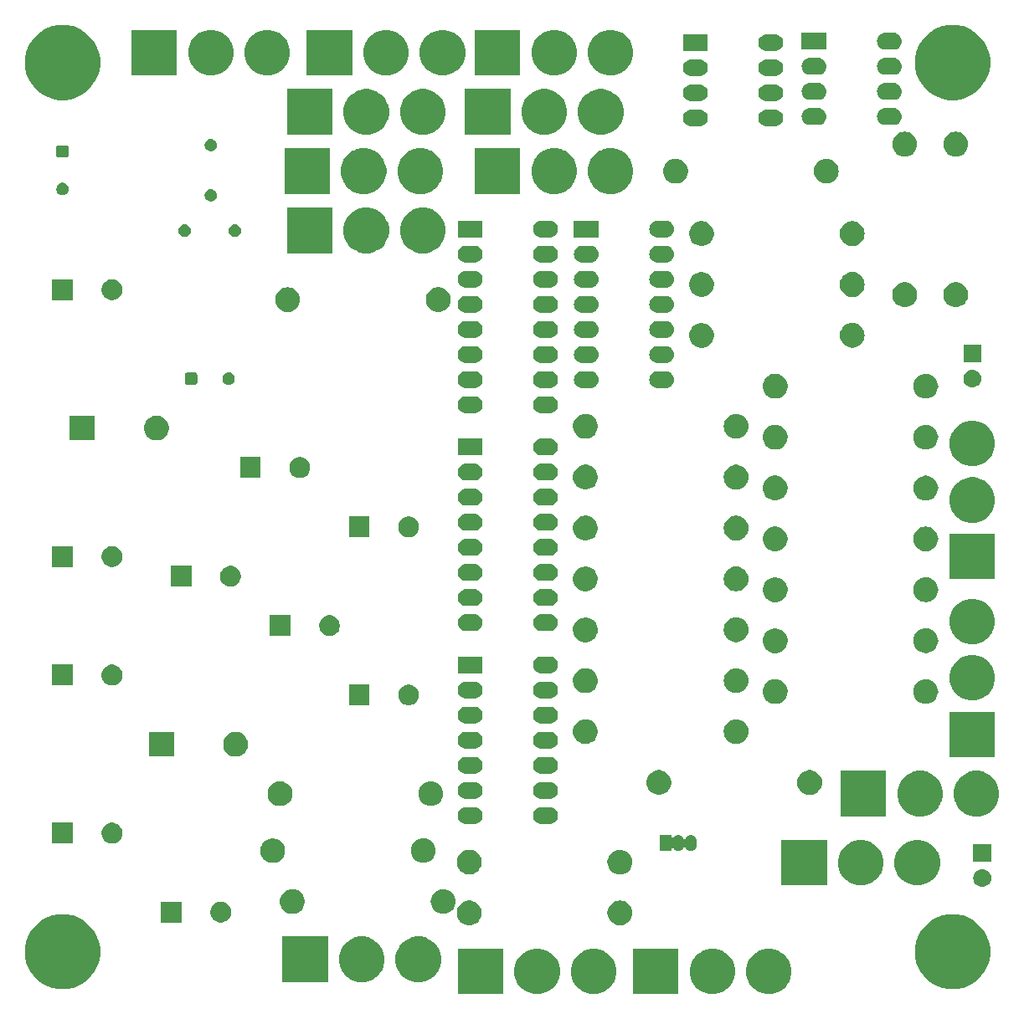
<source format=gbr>
G04 #@! TF.GenerationSoftware,KiCad,Pcbnew,(5.1.4)-1*
G04 #@! TF.CreationDate,2021-03-27T03:15:38-04:00*
G04 #@! TF.ProjectId,cmos rungler,636d6f73-2072-4756-9e67-6c65722e6b69,rev?*
G04 #@! TF.SameCoordinates,Original*
G04 #@! TF.FileFunction,Soldermask,Bot*
G04 #@! TF.FilePolarity,Negative*
%FSLAX46Y46*%
G04 Gerber Fmt 4.6, Leading zero omitted, Abs format (unit mm)*
G04 Created by KiCad (PCBNEW (5.1.4)-1) date 2021-03-27 03:15:38*
%MOMM*%
%LPD*%
G04 APERTURE LIST*
%ADD10C,0.100000*%
G04 APERTURE END LIST*
D10*
G36*
X174101304Y-137787002D02*
G01*
X174520139Y-137960489D01*
X174520141Y-137960490D01*
X174709891Y-138087277D01*
X174897082Y-138212354D01*
X175217646Y-138532918D01*
X175469511Y-138909861D01*
X175642998Y-139328696D01*
X175731440Y-139773327D01*
X175731440Y-140226673D01*
X175642998Y-140671304D01*
X175515961Y-140977998D01*
X175469510Y-141090141D01*
X175217645Y-141467083D01*
X174897083Y-141787645D01*
X174520141Y-142039510D01*
X174520140Y-142039511D01*
X174520139Y-142039511D01*
X174101304Y-142212998D01*
X173656673Y-142301440D01*
X173203327Y-142301440D01*
X172758696Y-142212998D01*
X172339861Y-142039511D01*
X172339860Y-142039511D01*
X172339859Y-142039510D01*
X171962917Y-141787645D01*
X171642355Y-141467083D01*
X171390490Y-141090141D01*
X171344039Y-140977998D01*
X171217002Y-140671304D01*
X171128560Y-140226673D01*
X171128560Y-139773327D01*
X171217002Y-139328696D01*
X171390489Y-138909861D01*
X171642354Y-138532918D01*
X171962918Y-138212354D01*
X172150109Y-138087277D01*
X172339859Y-137960490D01*
X172339861Y-137960489D01*
X172758696Y-137787002D01*
X173203327Y-137698560D01*
X173656673Y-137698560D01*
X174101304Y-137787002D01*
X174101304Y-137787002D01*
G37*
G36*
X168386304Y-137787002D02*
G01*
X168805139Y-137960489D01*
X168805141Y-137960490D01*
X168994891Y-138087277D01*
X169182082Y-138212354D01*
X169502646Y-138532918D01*
X169754511Y-138909861D01*
X169927998Y-139328696D01*
X170016440Y-139773327D01*
X170016440Y-140226673D01*
X169927998Y-140671304D01*
X169800961Y-140977998D01*
X169754510Y-141090141D01*
X169502645Y-141467083D01*
X169182083Y-141787645D01*
X168805141Y-142039510D01*
X168805140Y-142039511D01*
X168805139Y-142039511D01*
X168386304Y-142212998D01*
X167941673Y-142301440D01*
X167488327Y-142301440D01*
X167043696Y-142212998D01*
X166624861Y-142039511D01*
X166624860Y-142039511D01*
X166624859Y-142039510D01*
X166247917Y-141787645D01*
X165927355Y-141467083D01*
X165675490Y-141090141D01*
X165629039Y-140977998D01*
X165502002Y-140671304D01*
X165413560Y-140226673D01*
X165413560Y-139773327D01*
X165502002Y-139328696D01*
X165675489Y-138909861D01*
X165927354Y-138532918D01*
X166247918Y-138212354D01*
X166435109Y-138087277D01*
X166624859Y-137960490D01*
X166624861Y-137960489D01*
X167043696Y-137787002D01*
X167488327Y-137698560D01*
X167941673Y-137698560D01*
X168386304Y-137787002D01*
X168386304Y-137787002D01*
G37*
G36*
X146586440Y-142301440D02*
G01*
X141983560Y-142301440D01*
X141983560Y-137698560D01*
X146586440Y-137698560D01*
X146586440Y-142301440D01*
X146586440Y-142301440D01*
G37*
G36*
X150671304Y-137787002D02*
G01*
X151090139Y-137960489D01*
X151090141Y-137960490D01*
X151279891Y-138087277D01*
X151467082Y-138212354D01*
X151787646Y-138532918D01*
X152039511Y-138909861D01*
X152212998Y-139328696D01*
X152301440Y-139773327D01*
X152301440Y-140226673D01*
X152212998Y-140671304D01*
X152085961Y-140977998D01*
X152039510Y-141090141D01*
X151787645Y-141467083D01*
X151467083Y-141787645D01*
X151090141Y-142039510D01*
X151090140Y-142039511D01*
X151090139Y-142039511D01*
X150671304Y-142212998D01*
X150226673Y-142301440D01*
X149773327Y-142301440D01*
X149328696Y-142212998D01*
X148909861Y-142039511D01*
X148909860Y-142039511D01*
X148909859Y-142039510D01*
X148532917Y-141787645D01*
X148212355Y-141467083D01*
X147960490Y-141090141D01*
X147914039Y-140977998D01*
X147787002Y-140671304D01*
X147698560Y-140226673D01*
X147698560Y-139773327D01*
X147787002Y-139328696D01*
X147960489Y-138909861D01*
X148212354Y-138532918D01*
X148532918Y-138212354D01*
X148720109Y-138087277D01*
X148909859Y-137960490D01*
X148909861Y-137960489D01*
X149328696Y-137787002D01*
X149773327Y-137698560D01*
X150226673Y-137698560D01*
X150671304Y-137787002D01*
X150671304Y-137787002D01*
G37*
G36*
X164301440Y-142301440D02*
G01*
X159698560Y-142301440D01*
X159698560Y-137698560D01*
X164301440Y-137698560D01*
X164301440Y-142301440D01*
X164301440Y-142301440D01*
G37*
G36*
X156386304Y-137787002D02*
G01*
X156805139Y-137960489D01*
X156805141Y-137960490D01*
X156994891Y-138087277D01*
X157182082Y-138212354D01*
X157502646Y-138532918D01*
X157754511Y-138909861D01*
X157927998Y-139328696D01*
X158016440Y-139773327D01*
X158016440Y-140226673D01*
X157927998Y-140671304D01*
X157800961Y-140977998D01*
X157754510Y-141090141D01*
X157502645Y-141467083D01*
X157182083Y-141787645D01*
X156805141Y-142039510D01*
X156805140Y-142039511D01*
X156805139Y-142039511D01*
X156386304Y-142212998D01*
X155941673Y-142301440D01*
X155488327Y-142301440D01*
X155043696Y-142212998D01*
X154624861Y-142039511D01*
X154624860Y-142039511D01*
X154624859Y-142039510D01*
X154247917Y-141787645D01*
X153927355Y-141467083D01*
X153675490Y-141090141D01*
X153629039Y-140977998D01*
X153502002Y-140671304D01*
X153413560Y-140226673D01*
X153413560Y-139773327D01*
X153502002Y-139328696D01*
X153675489Y-138909861D01*
X153927354Y-138532918D01*
X154247918Y-138212354D01*
X154435109Y-138087277D01*
X154624859Y-137960490D01*
X154624861Y-137960489D01*
X155043696Y-137787002D01*
X155488327Y-137698560D01*
X155941673Y-137698560D01*
X156386304Y-137787002D01*
X156386304Y-137787002D01*
G37*
G36*
X193108710Y-134345070D02*
G01*
X193800447Y-134631597D01*
X193997674Y-134763380D01*
X194422996Y-135047571D01*
X194952429Y-135577004D01*
X195230374Y-135992978D01*
X195368403Y-136199553D01*
X195654930Y-136891290D01*
X195801000Y-137625633D01*
X195801000Y-138374367D01*
X195654930Y-139108710D01*
X195368403Y-139800447D01*
X195230374Y-140007022D01*
X194952429Y-140422996D01*
X194422996Y-140952429D01*
X194252366Y-141066440D01*
X193800447Y-141368403D01*
X193108710Y-141654930D01*
X192374367Y-141801000D01*
X191625633Y-141801000D01*
X190891290Y-141654930D01*
X190199553Y-141368403D01*
X189747634Y-141066440D01*
X189577004Y-140952429D01*
X189047571Y-140422996D01*
X188769626Y-140007022D01*
X188631597Y-139800447D01*
X188345070Y-139108710D01*
X188199000Y-138374367D01*
X188199000Y-137625633D01*
X188345070Y-136891290D01*
X188631597Y-136199553D01*
X188769626Y-135992978D01*
X189047571Y-135577004D01*
X189577004Y-135047571D01*
X190002326Y-134763380D01*
X190199553Y-134631597D01*
X190891290Y-134345070D01*
X191625633Y-134199000D01*
X192374367Y-134199000D01*
X193108710Y-134345070D01*
X193108710Y-134345070D01*
G37*
G36*
X103108710Y-134345070D02*
G01*
X103800447Y-134631597D01*
X103997674Y-134763380D01*
X104422996Y-135047571D01*
X104952429Y-135577004D01*
X105230374Y-135992978D01*
X105368403Y-136199553D01*
X105654930Y-136891290D01*
X105801000Y-137625633D01*
X105801000Y-138374367D01*
X105654930Y-139108710D01*
X105368403Y-139800447D01*
X105230374Y-140007022D01*
X104952429Y-140422996D01*
X104422996Y-140952429D01*
X104252366Y-141066440D01*
X103800447Y-141368403D01*
X103108710Y-141654930D01*
X102374367Y-141801000D01*
X101625633Y-141801000D01*
X100891290Y-141654930D01*
X100199553Y-141368403D01*
X99747634Y-141066440D01*
X99577004Y-140952429D01*
X99047571Y-140422996D01*
X98769626Y-140007022D01*
X98631597Y-139800447D01*
X98345070Y-139108710D01*
X98199000Y-138374367D01*
X98199000Y-137625633D01*
X98345070Y-136891290D01*
X98631597Y-136199553D01*
X98769626Y-135992978D01*
X99047571Y-135577004D01*
X99577004Y-135047571D01*
X100002326Y-134763380D01*
X100199553Y-134631597D01*
X100891290Y-134345070D01*
X101625633Y-134199000D01*
X102374367Y-134199000D01*
X103108710Y-134345070D01*
X103108710Y-134345070D01*
G37*
G36*
X132938304Y-136552002D02*
G01*
X133357139Y-136725489D01*
X133357141Y-136725490D01*
X133546891Y-136852277D01*
X133734082Y-136977354D01*
X134054646Y-137297918D01*
X134306511Y-137674861D01*
X134479998Y-138093696D01*
X134568440Y-138538327D01*
X134568440Y-138991673D01*
X134479998Y-139436304D01*
X134340398Y-139773328D01*
X134306510Y-139855141D01*
X134054645Y-140232083D01*
X133734083Y-140552645D01*
X133357141Y-140804510D01*
X133357140Y-140804511D01*
X133357139Y-140804511D01*
X132938304Y-140977998D01*
X132493673Y-141066440D01*
X132040327Y-141066440D01*
X131595696Y-140977998D01*
X131176861Y-140804511D01*
X131176860Y-140804511D01*
X131176859Y-140804510D01*
X130799917Y-140552645D01*
X130479355Y-140232083D01*
X130227490Y-139855141D01*
X130193602Y-139773328D01*
X130054002Y-139436304D01*
X129965560Y-138991673D01*
X129965560Y-138538327D01*
X130054002Y-138093696D01*
X130227489Y-137674861D01*
X130479354Y-137297918D01*
X130799918Y-136977354D01*
X130987109Y-136852277D01*
X131176859Y-136725490D01*
X131176861Y-136725489D01*
X131595696Y-136552002D01*
X132040327Y-136463560D01*
X132493673Y-136463560D01*
X132938304Y-136552002D01*
X132938304Y-136552002D01*
G37*
G36*
X138653304Y-136552002D02*
G01*
X139072139Y-136725489D01*
X139072141Y-136725490D01*
X139261891Y-136852277D01*
X139449082Y-136977354D01*
X139769646Y-137297918D01*
X140021511Y-137674861D01*
X140194998Y-138093696D01*
X140283440Y-138538327D01*
X140283440Y-138991673D01*
X140194998Y-139436304D01*
X140055398Y-139773328D01*
X140021510Y-139855141D01*
X139769645Y-140232083D01*
X139449083Y-140552645D01*
X139072141Y-140804510D01*
X139072140Y-140804511D01*
X139072139Y-140804511D01*
X138653304Y-140977998D01*
X138208673Y-141066440D01*
X137755327Y-141066440D01*
X137310696Y-140977998D01*
X136891861Y-140804511D01*
X136891860Y-140804511D01*
X136891859Y-140804510D01*
X136514917Y-140552645D01*
X136194355Y-140232083D01*
X135942490Y-139855141D01*
X135908602Y-139773328D01*
X135769002Y-139436304D01*
X135680560Y-138991673D01*
X135680560Y-138538327D01*
X135769002Y-138093696D01*
X135942489Y-137674861D01*
X136194354Y-137297918D01*
X136514918Y-136977354D01*
X136702109Y-136852277D01*
X136891859Y-136725490D01*
X136891861Y-136725489D01*
X137310696Y-136552002D01*
X137755327Y-136463560D01*
X138208673Y-136463560D01*
X138653304Y-136552002D01*
X138653304Y-136552002D01*
G37*
G36*
X128853440Y-141066440D02*
G01*
X124250560Y-141066440D01*
X124250560Y-136463560D01*
X128853440Y-136463560D01*
X128853440Y-141066440D01*
X128853440Y-141066440D01*
G37*
G36*
X143486903Y-132862075D02*
G01*
X143614676Y-132915000D01*
X143714571Y-132956378D01*
X143919466Y-133093285D01*
X144093715Y-133267534D01*
X144159922Y-133366620D01*
X144230623Y-133472431D01*
X144324925Y-133700097D01*
X144373000Y-133941786D01*
X144373000Y-134188214D01*
X144324925Y-134429903D01*
X144241381Y-134631598D01*
X144230622Y-134657571D01*
X144093715Y-134862466D01*
X143919466Y-135036715D01*
X143714571Y-135173622D01*
X143714570Y-135173623D01*
X143714569Y-135173623D01*
X143486903Y-135267925D01*
X143245214Y-135316000D01*
X142998786Y-135316000D01*
X142757097Y-135267925D01*
X142529431Y-135173623D01*
X142529430Y-135173623D01*
X142529429Y-135173622D01*
X142324534Y-135036715D01*
X142150285Y-134862466D01*
X142013378Y-134657571D01*
X142002620Y-134631598D01*
X141919075Y-134429903D01*
X141871000Y-134188214D01*
X141871000Y-133941786D01*
X141919075Y-133700097D01*
X142013377Y-133472431D01*
X142084078Y-133366620D01*
X142150285Y-133267534D01*
X142324534Y-133093285D01*
X142529429Y-132956378D01*
X142629325Y-132915000D01*
X142757097Y-132862075D01*
X142998786Y-132814000D01*
X143245214Y-132814000D01*
X143486903Y-132862075D01*
X143486903Y-132862075D01*
G37*
G36*
X158607239Y-132832101D02*
G01*
X158843053Y-132903634D01*
X159060381Y-133019799D01*
X159250871Y-133176129D01*
X159407201Y-133366619D01*
X159523366Y-133583947D01*
X159594899Y-133819761D01*
X159619053Y-134065000D01*
X159594899Y-134310239D01*
X159523366Y-134546053D01*
X159407201Y-134763381D01*
X159250871Y-134953871D01*
X159060381Y-135110201D01*
X158843053Y-135226366D01*
X158607239Y-135297899D01*
X158423457Y-135316000D01*
X158300543Y-135316000D01*
X158116761Y-135297899D01*
X157880947Y-135226366D01*
X157663619Y-135110201D01*
X157473129Y-134953871D01*
X157316799Y-134763381D01*
X157200634Y-134546053D01*
X157129101Y-134310239D01*
X157104947Y-134065000D01*
X157129101Y-133819761D01*
X157200634Y-133583947D01*
X157316799Y-133366619D01*
X157473129Y-133176129D01*
X157663619Y-133019799D01*
X157880947Y-132903634D01*
X158116761Y-132832101D01*
X158300543Y-132814000D01*
X158423457Y-132814000D01*
X158607239Y-132832101D01*
X158607239Y-132832101D01*
G37*
G36*
X114051000Y-135051000D02*
G01*
X111949000Y-135051000D01*
X111949000Y-132949000D01*
X114051000Y-132949000D01*
X114051000Y-135051000D01*
X114051000Y-135051000D01*
G37*
G36*
X118306564Y-132989389D02*
G01*
X118497833Y-133068615D01*
X118497835Y-133068616D01*
X118634955Y-133160237D01*
X118669973Y-133183635D01*
X118816365Y-133330027D01*
X118931385Y-133502167D01*
X119010611Y-133693436D01*
X119051000Y-133896484D01*
X119051000Y-134103516D01*
X119010611Y-134306564D01*
X118959522Y-134429903D01*
X118931384Y-134497835D01*
X118816365Y-134669973D01*
X118669973Y-134816365D01*
X118497835Y-134931384D01*
X118497834Y-134931385D01*
X118497833Y-134931385D01*
X118306564Y-135010611D01*
X118103516Y-135051000D01*
X117896484Y-135051000D01*
X117693436Y-135010611D01*
X117502167Y-134931385D01*
X117502166Y-134931385D01*
X117502165Y-134931384D01*
X117330027Y-134816365D01*
X117183635Y-134669973D01*
X117068616Y-134497835D01*
X117040478Y-134429903D01*
X116989389Y-134306564D01*
X116949000Y-134103516D01*
X116949000Y-133896484D01*
X116989389Y-133693436D01*
X117068615Y-133502167D01*
X117183635Y-133330027D01*
X117330027Y-133183635D01*
X117365045Y-133160237D01*
X117502165Y-133068616D01*
X117502167Y-133068615D01*
X117693436Y-132989389D01*
X117896484Y-132949000D01*
X118103516Y-132949000D01*
X118306564Y-132989389D01*
X118306564Y-132989389D01*
G37*
G36*
X140737239Y-131682101D02*
G01*
X140973053Y-131753634D01*
X141190381Y-131869799D01*
X141380871Y-132026129D01*
X141537201Y-132216619D01*
X141653366Y-132433947D01*
X141724899Y-132669761D01*
X141749053Y-132915000D01*
X141724899Y-133160239D01*
X141653366Y-133396053D01*
X141537201Y-133613381D01*
X141380871Y-133803871D01*
X141190381Y-133960201D01*
X140973053Y-134076366D01*
X140737239Y-134147899D01*
X140553457Y-134166000D01*
X140430543Y-134166000D01*
X140246761Y-134147899D01*
X140010947Y-134076366D01*
X139793619Y-133960201D01*
X139603129Y-133803871D01*
X139446799Y-133613381D01*
X139330634Y-133396053D01*
X139259101Y-133160239D01*
X139234947Y-132915000D01*
X139259101Y-132669761D01*
X139330634Y-132433947D01*
X139446799Y-132216619D01*
X139603129Y-132026129D01*
X139793619Y-131869799D01*
X140010947Y-131753634D01*
X140246761Y-131682101D01*
X140430543Y-131664000D01*
X140553457Y-131664000D01*
X140737239Y-131682101D01*
X140737239Y-131682101D01*
G37*
G36*
X125616903Y-131712075D02*
G01*
X125717236Y-131753634D01*
X125844571Y-131806378D01*
X126049466Y-131943285D01*
X126223715Y-132117534D01*
X126289922Y-132216620D01*
X126360623Y-132322431D01*
X126454925Y-132550097D01*
X126503000Y-132791786D01*
X126503000Y-133038214D01*
X126454925Y-133279903D01*
X126362861Y-133502167D01*
X126360622Y-133507571D01*
X126223715Y-133712466D01*
X126049466Y-133886715D01*
X125844571Y-134023622D01*
X125844570Y-134023623D01*
X125844569Y-134023623D01*
X125616903Y-134117925D01*
X125375214Y-134166000D01*
X125128786Y-134166000D01*
X124887097Y-134117925D01*
X124659431Y-134023623D01*
X124659430Y-134023623D01*
X124659429Y-134023622D01*
X124454534Y-133886715D01*
X124280285Y-133712466D01*
X124143378Y-133507571D01*
X124141140Y-133502167D01*
X124049075Y-133279903D01*
X124001000Y-133038214D01*
X124001000Y-132791786D01*
X124049075Y-132550097D01*
X124143377Y-132322431D01*
X124214078Y-132216620D01*
X124280285Y-132117534D01*
X124454534Y-131943285D01*
X124659429Y-131806378D01*
X124786765Y-131753634D01*
X124887097Y-131712075D01*
X125128786Y-131664000D01*
X125375214Y-131664000D01*
X125616903Y-131712075D01*
X125616903Y-131712075D01*
G37*
G36*
X195110442Y-129645518D02*
G01*
X195176627Y-129652037D01*
X195346466Y-129703557D01*
X195346468Y-129703558D01*
X195424729Y-129745390D01*
X195502991Y-129787222D01*
X195538729Y-129816552D01*
X195640186Y-129899814D01*
X195723448Y-130001271D01*
X195752778Y-130037009D01*
X195836443Y-130193534D01*
X195887963Y-130363373D01*
X195905359Y-130540000D01*
X195887963Y-130716627D01*
X195836443Y-130886466D01*
X195752778Y-131042991D01*
X195723448Y-131078729D01*
X195640186Y-131180186D01*
X195538729Y-131263448D01*
X195502991Y-131292778D01*
X195346466Y-131376443D01*
X195176627Y-131427963D01*
X195110442Y-131434482D01*
X195044260Y-131441000D01*
X194955740Y-131441000D01*
X194889558Y-131434482D01*
X194823373Y-131427963D01*
X194653534Y-131376443D01*
X194497009Y-131292778D01*
X194461271Y-131263448D01*
X194359814Y-131180186D01*
X194276552Y-131078729D01*
X194247222Y-131042991D01*
X194163557Y-130886466D01*
X194112037Y-130716627D01*
X194094641Y-130540000D01*
X194112037Y-130363373D01*
X194163557Y-130193534D01*
X194247222Y-130037009D01*
X194276552Y-130001271D01*
X194359814Y-129899814D01*
X194461271Y-129816552D01*
X194497009Y-129787222D01*
X194575271Y-129745390D01*
X194653532Y-129703558D01*
X194653534Y-129703557D01*
X194823373Y-129652037D01*
X194889558Y-129645518D01*
X194955740Y-129639000D01*
X195044260Y-129639000D01*
X195110442Y-129645518D01*
X195110442Y-129645518D01*
G37*
G36*
X183386304Y-126787002D02*
G01*
X183805139Y-126960489D01*
X183805141Y-126960490D01*
X183994891Y-127087277D01*
X184182082Y-127212354D01*
X184502646Y-127532918D01*
X184507401Y-127540035D01*
X184740047Y-127888213D01*
X184754511Y-127909861D01*
X184927998Y-128328696D01*
X185016440Y-128773327D01*
X185016440Y-129226673D01*
X184927998Y-129671304D01*
X184808333Y-129960201D01*
X184754510Y-130090141D01*
X184502645Y-130467083D01*
X184182083Y-130787645D01*
X183805141Y-131039510D01*
X183805140Y-131039511D01*
X183805139Y-131039511D01*
X183386304Y-131212998D01*
X182941673Y-131301440D01*
X182488327Y-131301440D01*
X182043696Y-131212998D01*
X181624861Y-131039511D01*
X181624860Y-131039511D01*
X181624859Y-131039510D01*
X181247917Y-130787645D01*
X180927355Y-130467083D01*
X180675490Y-130090141D01*
X180621667Y-129960201D01*
X180502002Y-129671304D01*
X180413560Y-129226673D01*
X180413560Y-128773327D01*
X180502002Y-128328696D01*
X180675489Y-127909861D01*
X180689954Y-127888213D01*
X180922599Y-127540035D01*
X180927354Y-127532918D01*
X181247918Y-127212354D01*
X181435109Y-127087277D01*
X181624859Y-126960490D01*
X181624861Y-126960489D01*
X182043696Y-126787002D01*
X182488327Y-126698560D01*
X182941673Y-126698560D01*
X183386304Y-126787002D01*
X183386304Y-126787002D01*
G37*
G36*
X179301440Y-131301440D02*
G01*
X174698560Y-131301440D01*
X174698560Y-126698560D01*
X179301440Y-126698560D01*
X179301440Y-131301440D01*
X179301440Y-131301440D01*
G37*
G36*
X189101304Y-126787002D02*
G01*
X189520139Y-126960489D01*
X189520141Y-126960490D01*
X189709891Y-127087277D01*
X189897082Y-127212354D01*
X190217646Y-127532918D01*
X190222401Y-127540035D01*
X190455047Y-127888213D01*
X190469511Y-127909861D01*
X190642998Y-128328696D01*
X190731440Y-128773327D01*
X190731440Y-129226673D01*
X190642998Y-129671304D01*
X190523333Y-129960201D01*
X190469510Y-130090141D01*
X190217645Y-130467083D01*
X189897083Y-130787645D01*
X189520141Y-131039510D01*
X189520140Y-131039511D01*
X189520139Y-131039511D01*
X189101304Y-131212998D01*
X188656673Y-131301440D01*
X188203327Y-131301440D01*
X187758696Y-131212998D01*
X187339861Y-131039511D01*
X187339860Y-131039511D01*
X187339859Y-131039510D01*
X186962917Y-130787645D01*
X186642355Y-130467083D01*
X186390490Y-130090141D01*
X186336667Y-129960201D01*
X186217002Y-129671304D01*
X186128560Y-129226673D01*
X186128560Y-128773327D01*
X186217002Y-128328696D01*
X186390489Y-127909861D01*
X186404954Y-127888213D01*
X186637599Y-127540035D01*
X186642354Y-127532918D01*
X186962918Y-127212354D01*
X187150109Y-127087277D01*
X187339859Y-126960490D01*
X187339861Y-126960489D01*
X187758696Y-126787002D01*
X188203327Y-126698560D01*
X188656673Y-126698560D01*
X189101304Y-126787002D01*
X189101304Y-126787002D01*
G37*
G36*
X158607239Y-127682101D02*
G01*
X158843053Y-127753634D01*
X159060381Y-127869799D01*
X159250871Y-128026129D01*
X159407201Y-128216619D01*
X159523366Y-128433947D01*
X159594899Y-128669761D01*
X159619053Y-128915000D01*
X159594899Y-129160239D01*
X159523366Y-129396053D01*
X159407201Y-129613381D01*
X159250871Y-129803871D01*
X159060381Y-129960201D01*
X158843053Y-130076366D01*
X158607239Y-130147899D01*
X158423457Y-130166000D01*
X158300543Y-130166000D01*
X158116761Y-130147899D01*
X157880947Y-130076366D01*
X157663619Y-129960201D01*
X157473129Y-129803871D01*
X157316799Y-129613381D01*
X157200634Y-129396053D01*
X157129101Y-129160239D01*
X157104947Y-128915000D01*
X157129101Y-128669761D01*
X157200634Y-128433947D01*
X157316799Y-128216619D01*
X157473129Y-128026129D01*
X157663619Y-127869799D01*
X157880947Y-127753634D01*
X158116761Y-127682101D01*
X158300543Y-127664000D01*
X158423457Y-127664000D01*
X158607239Y-127682101D01*
X158607239Y-127682101D01*
G37*
G36*
X143486903Y-127712075D02*
G01*
X143708314Y-127803786D01*
X143714571Y-127806378D01*
X143919466Y-127943285D01*
X144093715Y-128117534D01*
X144159922Y-128216620D01*
X144230623Y-128322431D01*
X144245178Y-128357571D01*
X144324925Y-128550097D01*
X144373000Y-128791787D01*
X144373000Y-129038213D01*
X144324925Y-129279903D01*
X144230622Y-129507571D01*
X144093715Y-129712466D01*
X143919466Y-129886715D01*
X143714571Y-130023622D01*
X143714570Y-130023623D01*
X143714569Y-130023623D01*
X143486903Y-130117925D01*
X143245214Y-130166000D01*
X142998786Y-130166000D01*
X142757097Y-130117925D01*
X142529431Y-130023623D01*
X142529430Y-130023623D01*
X142529429Y-130023622D01*
X142324534Y-129886715D01*
X142150285Y-129712466D01*
X142013378Y-129507571D01*
X141919075Y-129279903D01*
X141871000Y-129038213D01*
X141871000Y-128791787D01*
X141919075Y-128550097D01*
X141998822Y-128357571D01*
X142013377Y-128322431D01*
X142084078Y-128216620D01*
X142150285Y-128117534D01*
X142324534Y-127943285D01*
X142529429Y-127806378D01*
X142535687Y-127803786D01*
X142757097Y-127712075D01*
X142998786Y-127664000D01*
X143245214Y-127664000D01*
X143486903Y-127712075D01*
X143486903Y-127712075D01*
G37*
G36*
X138737239Y-126532101D02*
G01*
X138973053Y-126603634D01*
X139190381Y-126719799D01*
X139380871Y-126876129D01*
X139537201Y-127066619D01*
X139653366Y-127283947D01*
X139724899Y-127519761D01*
X139749053Y-127765000D01*
X139724899Y-128010239D01*
X139653366Y-128246053D01*
X139537201Y-128463381D01*
X139380871Y-128653871D01*
X139190381Y-128810201D01*
X138973053Y-128926366D01*
X138737239Y-128997899D01*
X138553457Y-129016000D01*
X138430543Y-129016000D01*
X138246761Y-128997899D01*
X138010947Y-128926366D01*
X137793619Y-128810201D01*
X137603129Y-128653871D01*
X137446799Y-128463381D01*
X137330634Y-128246053D01*
X137259101Y-128010239D01*
X137234947Y-127765000D01*
X137259101Y-127519761D01*
X137330634Y-127283947D01*
X137446799Y-127066619D01*
X137603129Y-126876129D01*
X137793619Y-126719799D01*
X138010947Y-126603634D01*
X138246761Y-126532101D01*
X138430543Y-126514000D01*
X138553457Y-126514000D01*
X138737239Y-126532101D01*
X138737239Y-126532101D01*
G37*
G36*
X123616903Y-126562075D02*
G01*
X123717236Y-126603634D01*
X123844571Y-126656378D01*
X124049466Y-126793285D01*
X124223715Y-126967534D01*
X124289922Y-127066620D01*
X124360623Y-127172431D01*
X124454925Y-127400097D01*
X124503000Y-127641786D01*
X124503000Y-127888214D01*
X124454925Y-128129903D01*
X124372583Y-128328696D01*
X124360622Y-128357571D01*
X124223715Y-128562466D01*
X124049466Y-128736715D01*
X123844571Y-128873622D01*
X123844570Y-128873623D01*
X123844569Y-128873623D01*
X123616903Y-128967925D01*
X123375214Y-129016000D01*
X123128786Y-129016000D01*
X122887097Y-128967925D01*
X122659431Y-128873623D01*
X122659430Y-128873623D01*
X122659429Y-128873622D01*
X122454534Y-128736715D01*
X122280285Y-128562466D01*
X122143378Y-128357571D01*
X122131418Y-128328696D01*
X122049075Y-128129903D01*
X122001000Y-127888214D01*
X122001000Y-127641786D01*
X122049075Y-127400097D01*
X122143377Y-127172431D01*
X122214078Y-127066620D01*
X122280285Y-126967534D01*
X122454534Y-126793285D01*
X122659429Y-126656378D01*
X122786765Y-126603634D01*
X122887097Y-126562075D01*
X123128786Y-126514000D01*
X123375214Y-126514000D01*
X123616903Y-126562075D01*
X123616903Y-126562075D01*
G37*
G36*
X195901000Y-128901000D02*
G01*
X194099000Y-128901000D01*
X194099000Y-127099000D01*
X195901000Y-127099000D01*
X195901000Y-128901000D01*
X195901000Y-128901000D01*
G37*
G36*
X165652915Y-126207334D02*
G01*
X165761491Y-126240271D01*
X165761494Y-126240272D01*
X165797600Y-126259571D01*
X165861556Y-126293756D01*
X165949264Y-126365736D01*
X166021244Y-126453443D01*
X166053612Y-126514000D01*
X166074728Y-126553505D01*
X166074729Y-126553508D01*
X166107666Y-126662084D01*
X166116000Y-126746702D01*
X166116000Y-127253297D01*
X166107666Y-127337916D01*
X166075252Y-127444767D01*
X166074728Y-127446495D01*
X166064761Y-127465141D01*
X166021244Y-127546557D01*
X165949264Y-127634264D01*
X165861557Y-127706244D01*
X165797601Y-127740429D01*
X165761495Y-127759728D01*
X165761492Y-127759729D01*
X165652916Y-127792666D01*
X165540000Y-127803787D01*
X165427085Y-127792666D01*
X165318509Y-127759729D01*
X165318506Y-127759728D01*
X165282400Y-127740429D01*
X165218444Y-127706244D01*
X165130737Y-127634264D01*
X165058757Y-127546557D01*
X165015239Y-127465141D01*
X165001625Y-127444766D01*
X164984298Y-127427439D01*
X164963924Y-127413826D01*
X164941285Y-127404448D01*
X164917252Y-127399668D01*
X164892748Y-127399668D01*
X164868715Y-127404448D01*
X164846076Y-127413826D01*
X164825701Y-127427440D01*
X164808374Y-127444767D01*
X164794761Y-127465141D01*
X164751244Y-127546557D01*
X164679264Y-127634264D01*
X164591557Y-127706244D01*
X164527601Y-127740429D01*
X164491495Y-127759728D01*
X164491492Y-127759729D01*
X164382916Y-127792666D01*
X164270000Y-127803787D01*
X164157085Y-127792666D01*
X164048509Y-127759729D01*
X164048506Y-127759728D01*
X164012400Y-127740429D01*
X163948444Y-127706244D01*
X163860737Y-127634264D01*
X163797622Y-127557359D01*
X163780297Y-127540034D01*
X163759923Y-127526420D01*
X163737284Y-127517043D01*
X163713250Y-127512263D01*
X163688746Y-127512263D01*
X163664713Y-127517044D01*
X163642074Y-127526421D01*
X163621700Y-127540035D01*
X163604373Y-127557362D01*
X163590759Y-127577736D01*
X163581382Y-127600375D01*
X163576000Y-127636660D01*
X163576000Y-127801000D01*
X162424000Y-127801000D01*
X162424000Y-126199000D01*
X163576000Y-126199000D01*
X163576000Y-126363341D01*
X163578402Y-126387727D01*
X163585515Y-126411176D01*
X163597066Y-126432787D01*
X163612611Y-126451729D01*
X163631553Y-126467274D01*
X163653164Y-126478825D01*
X163676613Y-126485938D01*
X163700999Y-126488340D01*
X163725385Y-126485938D01*
X163748834Y-126478825D01*
X163770445Y-126467274D01*
X163789387Y-126451729D01*
X163797608Y-126442657D01*
X163860736Y-126365736D01*
X163948443Y-126293756D01*
X164012399Y-126259571D01*
X164048505Y-126240272D01*
X164048508Y-126240271D01*
X164157084Y-126207334D01*
X164270000Y-126196213D01*
X164382915Y-126207334D01*
X164491491Y-126240271D01*
X164491494Y-126240272D01*
X164527600Y-126259571D01*
X164591556Y-126293756D01*
X164679264Y-126365736D01*
X164751244Y-126453443D01*
X164783612Y-126514000D01*
X164794761Y-126534859D01*
X164808375Y-126555234D01*
X164825702Y-126572561D01*
X164846076Y-126586174D01*
X164868715Y-126595552D01*
X164892748Y-126600332D01*
X164917252Y-126600332D01*
X164941285Y-126595552D01*
X164963924Y-126586174D01*
X164984299Y-126572560D01*
X165001626Y-126555233D01*
X165015239Y-126534860D01*
X165058756Y-126453444D01*
X165130736Y-126365736D01*
X165218443Y-126293756D01*
X165282399Y-126259571D01*
X165318505Y-126240272D01*
X165318508Y-126240271D01*
X165427084Y-126207334D01*
X165540000Y-126196213D01*
X165652915Y-126207334D01*
X165652915Y-126207334D01*
G37*
G36*
X103051000Y-127051000D02*
G01*
X100949000Y-127051000D01*
X100949000Y-124949000D01*
X103051000Y-124949000D01*
X103051000Y-127051000D01*
X103051000Y-127051000D01*
G37*
G36*
X107306564Y-124989389D02*
G01*
X107497833Y-125068615D01*
X107497835Y-125068616D01*
X107669973Y-125183635D01*
X107816365Y-125330027D01*
X107931385Y-125502167D01*
X108010611Y-125693436D01*
X108051000Y-125896484D01*
X108051000Y-126103516D01*
X108010611Y-126306564D01*
X107976992Y-126387727D01*
X107931384Y-126497835D01*
X107816365Y-126669973D01*
X107669973Y-126816365D01*
X107497835Y-126931384D01*
X107497834Y-126931385D01*
X107497833Y-126931385D01*
X107306564Y-127010611D01*
X107103516Y-127051000D01*
X106896484Y-127051000D01*
X106693436Y-127010611D01*
X106502167Y-126931385D01*
X106502166Y-126931385D01*
X106502165Y-126931384D01*
X106330027Y-126816365D01*
X106183635Y-126669973D01*
X106068616Y-126497835D01*
X106023008Y-126387727D01*
X105989389Y-126306564D01*
X105949000Y-126103516D01*
X105949000Y-125896484D01*
X105989389Y-125693436D01*
X106068615Y-125502167D01*
X106183635Y-125330027D01*
X106330027Y-125183635D01*
X106502165Y-125068616D01*
X106502167Y-125068615D01*
X106693436Y-124989389D01*
X106896484Y-124949000D01*
X107103516Y-124949000D01*
X107306564Y-124989389D01*
X107306564Y-124989389D01*
G37*
G36*
X151408823Y-123366313D02*
G01*
X151569242Y-123414976D01*
X151666725Y-123467082D01*
X151717078Y-123493996D01*
X151846659Y-123600341D01*
X151953004Y-123729922D01*
X151953005Y-123729924D01*
X152032024Y-123877758D01*
X152080687Y-124038177D01*
X152097117Y-124205000D01*
X152080687Y-124371823D01*
X152032024Y-124532242D01*
X151961114Y-124664906D01*
X151953004Y-124680078D01*
X151846659Y-124809659D01*
X151717078Y-124916004D01*
X151717076Y-124916005D01*
X151569242Y-124995024D01*
X151408823Y-125043687D01*
X151283804Y-125056000D01*
X150400196Y-125056000D01*
X150275177Y-125043687D01*
X150114758Y-124995024D01*
X149966924Y-124916005D01*
X149966922Y-124916004D01*
X149837341Y-124809659D01*
X149730996Y-124680078D01*
X149722886Y-124664906D01*
X149651976Y-124532242D01*
X149603313Y-124371823D01*
X149586883Y-124205000D01*
X149603313Y-124038177D01*
X149651976Y-123877758D01*
X149730995Y-123729924D01*
X149730996Y-123729922D01*
X149837341Y-123600341D01*
X149966922Y-123493996D01*
X150017275Y-123467082D01*
X150114758Y-123414976D01*
X150275177Y-123366313D01*
X150400196Y-123354000D01*
X151283804Y-123354000D01*
X151408823Y-123366313D01*
X151408823Y-123366313D01*
G37*
G36*
X143788823Y-123366313D02*
G01*
X143949242Y-123414976D01*
X144046725Y-123467082D01*
X144097078Y-123493996D01*
X144226659Y-123600341D01*
X144333004Y-123729922D01*
X144333005Y-123729924D01*
X144412024Y-123877758D01*
X144460687Y-124038177D01*
X144477117Y-124205000D01*
X144460687Y-124371823D01*
X144412024Y-124532242D01*
X144341114Y-124664906D01*
X144333004Y-124680078D01*
X144226659Y-124809659D01*
X144097078Y-124916004D01*
X144097076Y-124916005D01*
X143949242Y-124995024D01*
X143788823Y-125043687D01*
X143663804Y-125056000D01*
X142780196Y-125056000D01*
X142655177Y-125043687D01*
X142494758Y-124995024D01*
X142346924Y-124916005D01*
X142346922Y-124916004D01*
X142217341Y-124809659D01*
X142110996Y-124680078D01*
X142102886Y-124664906D01*
X142031976Y-124532242D01*
X141983313Y-124371823D01*
X141966883Y-124205000D01*
X141983313Y-124038177D01*
X142031976Y-123877758D01*
X142110995Y-123729924D01*
X142110996Y-123729922D01*
X142217341Y-123600341D01*
X142346922Y-123493996D01*
X142397275Y-123467082D01*
X142494758Y-123414976D01*
X142655177Y-123366313D01*
X142780196Y-123354000D01*
X143663804Y-123354000D01*
X143788823Y-123366313D01*
X143788823Y-123366313D01*
G37*
G36*
X195101304Y-119787002D02*
G01*
X195520139Y-119960489D01*
X195520141Y-119960490D01*
X195680343Y-120067534D01*
X195897082Y-120212354D01*
X196217646Y-120532918D01*
X196275674Y-120619763D01*
X196457161Y-120891377D01*
X196469511Y-120909861D01*
X196642998Y-121328696D01*
X196731440Y-121773327D01*
X196731440Y-122226673D01*
X196642998Y-122671304D01*
X196518563Y-122971716D01*
X196469510Y-123090141D01*
X196421920Y-123161364D01*
X196284978Y-123366313D01*
X196217645Y-123467083D01*
X195897083Y-123787645D01*
X195520141Y-124039510D01*
X195520140Y-124039511D01*
X195520139Y-124039511D01*
X195101304Y-124212998D01*
X194656673Y-124301440D01*
X194203327Y-124301440D01*
X193758696Y-124212998D01*
X193339861Y-124039511D01*
X193339860Y-124039511D01*
X193339859Y-124039510D01*
X192962917Y-123787645D01*
X192642355Y-123467083D01*
X192575023Y-123366313D01*
X192438080Y-123161364D01*
X192390490Y-123090141D01*
X192341437Y-122971716D01*
X192217002Y-122671304D01*
X192128560Y-122226673D01*
X192128560Y-121773327D01*
X192217002Y-121328696D01*
X192390489Y-120909861D01*
X192402840Y-120891377D01*
X192584326Y-120619763D01*
X192642354Y-120532918D01*
X192962918Y-120212354D01*
X193179657Y-120067534D01*
X193339859Y-119960490D01*
X193339861Y-119960489D01*
X193758696Y-119787002D01*
X194203327Y-119698560D01*
X194656673Y-119698560D01*
X195101304Y-119787002D01*
X195101304Y-119787002D01*
G37*
G36*
X189386304Y-119787002D02*
G01*
X189805139Y-119960489D01*
X189805141Y-119960490D01*
X189965343Y-120067534D01*
X190182082Y-120212354D01*
X190502646Y-120532918D01*
X190560674Y-120619763D01*
X190742161Y-120891377D01*
X190754511Y-120909861D01*
X190927998Y-121328696D01*
X191016440Y-121773327D01*
X191016440Y-122226673D01*
X190927998Y-122671304D01*
X190803563Y-122971716D01*
X190754510Y-123090141D01*
X190706920Y-123161364D01*
X190569978Y-123366313D01*
X190502645Y-123467083D01*
X190182083Y-123787645D01*
X189805141Y-124039510D01*
X189805140Y-124039511D01*
X189805139Y-124039511D01*
X189386304Y-124212998D01*
X188941673Y-124301440D01*
X188488327Y-124301440D01*
X188043696Y-124212998D01*
X187624861Y-124039511D01*
X187624860Y-124039511D01*
X187624859Y-124039510D01*
X187247917Y-123787645D01*
X186927355Y-123467083D01*
X186860023Y-123366313D01*
X186723080Y-123161364D01*
X186675490Y-123090141D01*
X186626437Y-122971716D01*
X186502002Y-122671304D01*
X186413560Y-122226673D01*
X186413560Y-121773327D01*
X186502002Y-121328696D01*
X186675489Y-120909861D01*
X186687840Y-120891377D01*
X186869326Y-120619763D01*
X186927354Y-120532918D01*
X187247918Y-120212354D01*
X187464657Y-120067534D01*
X187624859Y-119960490D01*
X187624861Y-119960489D01*
X188043696Y-119787002D01*
X188488327Y-119698560D01*
X188941673Y-119698560D01*
X189386304Y-119787002D01*
X189386304Y-119787002D01*
G37*
G36*
X185301440Y-124301440D02*
G01*
X180698560Y-124301440D01*
X180698560Y-119698560D01*
X185301440Y-119698560D01*
X185301440Y-124301440D01*
X185301440Y-124301440D01*
G37*
G36*
X139485239Y-120767101D02*
G01*
X139721053Y-120838634D01*
X139938381Y-120954799D01*
X140128871Y-121111129D01*
X140285201Y-121301619D01*
X140401366Y-121518947D01*
X140472899Y-121754761D01*
X140497053Y-122000000D01*
X140472899Y-122245239D01*
X140401366Y-122481053D01*
X140285201Y-122698381D01*
X140128871Y-122888871D01*
X139938381Y-123045201D01*
X139721053Y-123161366D01*
X139485239Y-123232899D01*
X139301457Y-123251000D01*
X139178543Y-123251000D01*
X138994761Y-123232899D01*
X138758947Y-123161366D01*
X138541619Y-123045201D01*
X138351129Y-122888871D01*
X138194799Y-122698381D01*
X138078634Y-122481053D01*
X138007101Y-122245239D01*
X137982947Y-122000000D01*
X138007101Y-121754761D01*
X138078634Y-121518947D01*
X138194799Y-121301619D01*
X138351129Y-121111129D01*
X138541619Y-120954799D01*
X138758947Y-120838634D01*
X138994761Y-120767101D01*
X139178543Y-120749000D01*
X139301457Y-120749000D01*
X139485239Y-120767101D01*
X139485239Y-120767101D01*
G37*
G36*
X124364903Y-120797075D02*
G01*
X124465236Y-120838634D01*
X124592571Y-120891378D01*
X124797466Y-121028285D01*
X124971715Y-121202534D01*
X125108622Y-121407429D01*
X125108623Y-121407431D01*
X125202925Y-121635097D01*
X125251000Y-121876786D01*
X125251000Y-122123214D01*
X125230421Y-122226672D01*
X125202925Y-122364903D01*
X125108622Y-122592571D01*
X124971715Y-122797466D01*
X124797466Y-122971715D01*
X124592571Y-123108622D01*
X124592570Y-123108623D01*
X124592569Y-123108623D01*
X124364903Y-123202925D01*
X124123214Y-123251000D01*
X123876786Y-123251000D01*
X123635097Y-123202925D01*
X123407431Y-123108623D01*
X123407430Y-123108623D01*
X123407429Y-123108622D01*
X123202534Y-122971715D01*
X123028285Y-122797466D01*
X122891378Y-122592571D01*
X122797075Y-122364903D01*
X122769579Y-122226672D01*
X122749000Y-122123214D01*
X122749000Y-121876786D01*
X122797075Y-121635097D01*
X122891377Y-121407431D01*
X122891378Y-121407429D01*
X123028285Y-121202534D01*
X123202534Y-121028285D01*
X123407429Y-120891378D01*
X123534765Y-120838634D01*
X123635097Y-120797075D01*
X123876786Y-120749000D01*
X124123214Y-120749000D01*
X124364903Y-120797075D01*
X124364903Y-120797075D01*
G37*
G36*
X143788823Y-120826313D02*
G01*
X143949242Y-120874976D01*
X144014503Y-120909859D01*
X144097078Y-120953996D01*
X144226659Y-121060341D01*
X144333004Y-121189922D01*
X144333005Y-121189924D01*
X144412024Y-121337758D01*
X144460687Y-121498177D01*
X144477117Y-121665000D01*
X144460687Y-121831823D01*
X144412024Y-121992242D01*
X144355549Y-122097899D01*
X144333004Y-122140078D01*
X144226659Y-122269659D01*
X144097078Y-122376004D01*
X144097076Y-122376005D01*
X143949242Y-122455024D01*
X143788823Y-122503687D01*
X143663804Y-122516000D01*
X142780196Y-122516000D01*
X142655177Y-122503687D01*
X142494758Y-122455024D01*
X142346924Y-122376005D01*
X142346922Y-122376004D01*
X142217341Y-122269659D01*
X142110996Y-122140078D01*
X142088451Y-122097899D01*
X142031976Y-121992242D01*
X141983313Y-121831823D01*
X141966883Y-121665000D01*
X141983313Y-121498177D01*
X142031976Y-121337758D01*
X142110995Y-121189924D01*
X142110996Y-121189922D01*
X142217341Y-121060341D01*
X142346922Y-120953996D01*
X142429497Y-120909859D01*
X142494758Y-120874976D01*
X142655177Y-120826313D01*
X142780196Y-120814000D01*
X143663804Y-120814000D01*
X143788823Y-120826313D01*
X143788823Y-120826313D01*
G37*
G36*
X151408823Y-120826313D02*
G01*
X151569242Y-120874976D01*
X151634503Y-120909859D01*
X151717078Y-120953996D01*
X151846659Y-121060341D01*
X151953004Y-121189922D01*
X151953005Y-121189924D01*
X152032024Y-121337758D01*
X152080687Y-121498177D01*
X152097117Y-121665000D01*
X152080687Y-121831823D01*
X152032024Y-121992242D01*
X151975549Y-122097899D01*
X151953004Y-122140078D01*
X151846659Y-122269659D01*
X151717078Y-122376004D01*
X151717076Y-122376005D01*
X151569242Y-122455024D01*
X151408823Y-122503687D01*
X151283804Y-122516000D01*
X150400196Y-122516000D01*
X150275177Y-122503687D01*
X150114758Y-122455024D01*
X149966924Y-122376005D01*
X149966922Y-122376004D01*
X149837341Y-122269659D01*
X149730996Y-122140078D01*
X149708451Y-122097899D01*
X149651976Y-121992242D01*
X149603313Y-121831823D01*
X149586883Y-121665000D01*
X149603313Y-121498177D01*
X149651976Y-121337758D01*
X149730995Y-121189924D01*
X149730996Y-121189922D01*
X149837341Y-121060341D01*
X149966922Y-120953996D01*
X150049497Y-120909859D01*
X150114758Y-120874976D01*
X150275177Y-120826313D01*
X150400196Y-120814000D01*
X151283804Y-120814000D01*
X151408823Y-120826313D01*
X151408823Y-120826313D01*
G37*
G36*
X177797239Y-119632101D02*
G01*
X178033053Y-119703634D01*
X178250381Y-119819799D01*
X178440871Y-119976129D01*
X178597201Y-120166619D01*
X178713366Y-120383947D01*
X178784899Y-120619761D01*
X178809053Y-120865000D01*
X178784899Y-121110239D01*
X178713366Y-121346053D01*
X178597201Y-121563381D01*
X178440871Y-121753871D01*
X178250381Y-121910201D01*
X178033053Y-122026366D01*
X177797239Y-122097899D01*
X177613457Y-122116000D01*
X177490543Y-122116000D01*
X177306761Y-122097899D01*
X177070947Y-122026366D01*
X176853619Y-121910201D01*
X176663129Y-121753871D01*
X176506799Y-121563381D01*
X176390634Y-121346053D01*
X176319101Y-121110239D01*
X176294947Y-120865000D01*
X176319101Y-120619761D01*
X176390634Y-120383947D01*
X176506799Y-120166619D01*
X176663129Y-119976129D01*
X176853619Y-119819799D01*
X177070947Y-119703634D01*
X177306761Y-119632101D01*
X177490543Y-119614000D01*
X177613457Y-119614000D01*
X177797239Y-119632101D01*
X177797239Y-119632101D01*
G37*
G36*
X162676903Y-119662075D02*
G01*
X162777236Y-119703634D01*
X162904571Y-119756378D01*
X163109466Y-119893285D01*
X163283715Y-120067534D01*
X163420622Y-120272429D01*
X163420623Y-120272431D01*
X163514925Y-120500097D01*
X163563000Y-120741786D01*
X163563000Y-120988214D01*
X163514925Y-121229903D01*
X163441392Y-121407429D01*
X163420622Y-121457571D01*
X163283715Y-121662466D01*
X163109466Y-121836715D01*
X162904571Y-121973622D01*
X162904570Y-121973623D01*
X162904569Y-121973623D01*
X162676903Y-122067925D01*
X162435214Y-122116000D01*
X162188786Y-122116000D01*
X161947097Y-122067925D01*
X161719431Y-121973623D01*
X161719430Y-121973623D01*
X161719429Y-121973622D01*
X161514534Y-121836715D01*
X161340285Y-121662466D01*
X161203378Y-121457571D01*
X161182609Y-121407429D01*
X161109075Y-121229903D01*
X161061000Y-120988214D01*
X161061000Y-120741786D01*
X161109075Y-120500097D01*
X161203377Y-120272431D01*
X161203378Y-120272429D01*
X161340285Y-120067534D01*
X161514534Y-119893285D01*
X161719429Y-119756378D01*
X161846765Y-119703634D01*
X161947097Y-119662075D01*
X162188786Y-119614000D01*
X162435214Y-119614000D01*
X162676903Y-119662075D01*
X162676903Y-119662075D01*
G37*
G36*
X143788823Y-118286313D02*
G01*
X143949242Y-118334976D01*
X144081906Y-118405886D01*
X144097078Y-118413996D01*
X144226659Y-118520341D01*
X144333004Y-118649922D01*
X144333005Y-118649924D01*
X144412024Y-118797758D01*
X144460687Y-118958177D01*
X144477117Y-119125000D01*
X144460687Y-119291823D01*
X144412024Y-119452242D01*
X144341114Y-119584906D01*
X144333004Y-119600078D01*
X144226659Y-119729659D01*
X144097078Y-119836004D01*
X144097076Y-119836005D01*
X143949242Y-119915024D01*
X143788823Y-119963687D01*
X143663804Y-119976000D01*
X142780196Y-119976000D01*
X142655177Y-119963687D01*
X142494758Y-119915024D01*
X142346924Y-119836005D01*
X142346922Y-119836004D01*
X142217341Y-119729659D01*
X142110996Y-119600078D01*
X142102886Y-119584906D01*
X142031976Y-119452242D01*
X141983313Y-119291823D01*
X141966883Y-119125000D01*
X141983313Y-118958177D01*
X142031976Y-118797758D01*
X142110995Y-118649924D01*
X142110996Y-118649922D01*
X142217341Y-118520341D01*
X142346922Y-118413996D01*
X142362094Y-118405886D01*
X142494758Y-118334976D01*
X142655177Y-118286313D01*
X142780196Y-118274000D01*
X143663804Y-118274000D01*
X143788823Y-118286313D01*
X143788823Y-118286313D01*
G37*
G36*
X151408823Y-118286313D02*
G01*
X151569242Y-118334976D01*
X151701906Y-118405886D01*
X151717078Y-118413996D01*
X151846659Y-118520341D01*
X151953004Y-118649922D01*
X151953005Y-118649924D01*
X152032024Y-118797758D01*
X152080687Y-118958177D01*
X152097117Y-119125000D01*
X152080687Y-119291823D01*
X152032024Y-119452242D01*
X151961114Y-119584906D01*
X151953004Y-119600078D01*
X151846659Y-119729659D01*
X151717078Y-119836004D01*
X151717076Y-119836005D01*
X151569242Y-119915024D01*
X151408823Y-119963687D01*
X151283804Y-119976000D01*
X150400196Y-119976000D01*
X150275177Y-119963687D01*
X150114758Y-119915024D01*
X149966924Y-119836005D01*
X149966922Y-119836004D01*
X149837341Y-119729659D01*
X149730996Y-119600078D01*
X149722886Y-119584906D01*
X149651976Y-119452242D01*
X149603313Y-119291823D01*
X149586883Y-119125000D01*
X149603313Y-118958177D01*
X149651976Y-118797758D01*
X149730995Y-118649924D01*
X149730996Y-118649922D01*
X149837341Y-118520341D01*
X149966922Y-118413996D01*
X149982094Y-118405886D01*
X150114758Y-118334976D01*
X150275177Y-118286313D01*
X150400196Y-118274000D01*
X151283804Y-118274000D01*
X151408823Y-118286313D01*
X151408823Y-118286313D01*
G37*
G36*
X196301440Y-118301440D02*
G01*
X191698560Y-118301440D01*
X191698560Y-113698560D01*
X196301440Y-113698560D01*
X196301440Y-118301440D01*
X196301440Y-118301440D01*
G37*
G36*
X113251000Y-118251000D02*
G01*
X110749000Y-118251000D01*
X110749000Y-115749000D01*
X113251000Y-115749000D01*
X113251000Y-118251000D01*
X113251000Y-118251000D01*
G37*
G36*
X119854346Y-115794975D02*
G01*
X119864903Y-115797075D01*
X120092571Y-115891378D01*
X120297466Y-116028285D01*
X120471715Y-116202534D01*
X120608622Y-116407429D01*
X120608623Y-116407431D01*
X120613073Y-116418175D01*
X120702925Y-116635097D01*
X120751000Y-116876787D01*
X120751000Y-117123213D01*
X120702925Y-117364903D01*
X120608622Y-117592571D01*
X120471715Y-117797466D01*
X120297466Y-117971715D01*
X120092571Y-118108622D01*
X120092570Y-118108623D01*
X120092569Y-118108623D01*
X119864903Y-118202925D01*
X119623214Y-118251000D01*
X119376786Y-118251000D01*
X119135097Y-118202925D01*
X118907431Y-118108623D01*
X118907430Y-118108623D01*
X118907429Y-118108622D01*
X118702534Y-117971715D01*
X118528285Y-117797466D01*
X118391378Y-117592571D01*
X118297075Y-117364903D01*
X118249000Y-117123213D01*
X118249000Y-116876787D01*
X118297075Y-116635097D01*
X118386927Y-116418175D01*
X118391377Y-116407431D01*
X118391378Y-116407429D01*
X118528285Y-116202534D01*
X118702534Y-116028285D01*
X118907429Y-115891378D01*
X119135097Y-115797075D01*
X119145654Y-115794975D01*
X119376786Y-115749000D01*
X119623214Y-115749000D01*
X119854346Y-115794975D01*
X119854346Y-115794975D01*
G37*
G36*
X143788823Y-115746313D02*
G01*
X143949242Y-115794976D01*
X144081906Y-115865886D01*
X144097078Y-115873996D01*
X144226659Y-115980341D01*
X144333004Y-116109922D01*
X144333005Y-116109924D01*
X144412024Y-116257758D01*
X144460687Y-116418177D01*
X144477117Y-116585000D01*
X144460687Y-116751823D01*
X144412024Y-116912242D01*
X144341114Y-117044906D01*
X144333004Y-117060078D01*
X144226659Y-117189659D01*
X144097078Y-117296004D01*
X144097076Y-117296005D01*
X143949242Y-117375024D01*
X143788823Y-117423687D01*
X143663804Y-117436000D01*
X142780196Y-117436000D01*
X142655177Y-117423687D01*
X142494758Y-117375024D01*
X142346924Y-117296005D01*
X142346922Y-117296004D01*
X142217341Y-117189659D01*
X142110996Y-117060078D01*
X142102886Y-117044906D01*
X142031976Y-116912242D01*
X141983313Y-116751823D01*
X141966883Y-116585000D01*
X141983313Y-116418177D01*
X142031976Y-116257758D01*
X142110995Y-116109924D01*
X142110996Y-116109922D01*
X142217341Y-115980341D01*
X142346922Y-115873996D01*
X142362094Y-115865886D01*
X142494758Y-115794976D01*
X142655177Y-115746313D01*
X142780196Y-115734000D01*
X143663804Y-115734000D01*
X143788823Y-115746313D01*
X143788823Y-115746313D01*
G37*
G36*
X151408823Y-115746313D02*
G01*
X151569242Y-115794976D01*
X151701906Y-115865886D01*
X151717078Y-115873996D01*
X151846659Y-115980341D01*
X151953004Y-116109922D01*
X151953005Y-116109924D01*
X152032024Y-116257758D01*
X152080687Y-116418177D01*
X152097117Y-116585000D01*
X152080687Y-116751823D01*
X152032024Y-116912242D01*
X151961114Y-117044906D01*
X151953004Y-117060078D01*
X151846659Y-117189659D01*
X151717078Y-117296004D01*
X151717076Y-117296005D01*
X151569242Y-117375024D01*
X151408823Y-117423687D01*
X151283804Y-117436000D01*
X150400196Y-117436000D01*
X150275177Y-117423687D01*
X150114758Y-117375024D01*
X149966924Y-117296005D01*
X149966922Y-117296004D01*
X149837341Y-117189659D01*
X149730996Y-117060078D01*
X149722886Y-117044906D01*
X149651976Y-116912242D01*
X149603313Y-116751823D01*
X149586883Y-116585000D01*
X149603313Y-116418177D01*
X149651976Y-116257758D01*
X149730995Y-116109924D01*
X149730996Y-116109922D01*
X149837341Y-115980341D01*
X149966922Y-115873996D01*
X149982094Y-115865886D01*
X150114758Y-115794976D01*
X150275177Y-115746313D01*
X150400196Y-115734000D01*
X151283804Y-115734000D01*
X151408823Y-115746313D01*
X151408823Y-115746313D01*
G37*
G36*
X155236903Y-114512075D02*
G01*
X155337236Y-114553634D01*
X155464571Y-114606378D01*
X155669466Y-114743285D01*
X155843715Y-114917534D01*
X155909922Y-115016620D01*
X155980623Y-115122431D01*
X156074925Y-115350097D01*
X156123000Y-115591786D01*
X156123000Y-115838214D01*
X156112425Y-115891377D01*
X156074925Y-116079903D01*
X155980622Y-116307571D01*
X155843715Y-116512466D01*
X155669466Y-116686715D01*
X155464571Y-116823622D01*
X155464570Y-116823623D01*
X155464569Y-116823623D01*
X155236903Y-116917925D01*
X154995214Y-116966000D01*
X154748786Y-116966000D01*
X154507097Y-116917925D01*
X154279431Y-116823623D01*
X154279430Y-116823623D01*
X154279429Y-116823622D01*
X154074534Y-116686715D01*
X153900285Y-116512466D01*
X153763378Y-116307571D01*
X153669075Y-116079903D01*
X153631575Y-115891377D01*
X153621000Y-115838214D01*
X153621000Y-115591786D01*
X153669075Y-115350097D01*
X153763377Y-115122431D01*
X153834078Y-115016620D01*
X153900285Y-114917534D01*
X154074534Y-114743285D01*
X154279429Y-114606378D01*
X154406765Y-114553634D01*
X154507097Y-114512075D01*
X154748786Y-114464000D01*
X154995214Y-114464000D01*
X155236903Y-114512075D01*
X155236903Y-114512075D01*
G37*
G36*
X170357239Y-114482101D02*
G01*
X170593053Y-114553634D01*
X170810381Y-114669799D01*
X171000871Y-114826129D01*
X171157201Y-115016619D01*
X171273366Y-115233947D01*
X171344899Y-115469761D01*
X171369053Y-115715000D01*
X171344899Y-115960239D01*
X171273366Y-116196053D01*
X171157201Y-116413381D01*
X171000871Y-116603871D01*
X170810381Y-116760201D01*
X170593053Y-116876366D01*
X170357239Y-116947899D01*
X170173457Y-116966000D01*
X170050543Y-116966000D01*
X169866761Y-116947899D01*
X169630947Y-116876366D01*
X169413619Y-116760201D01*
X169223129Y-116603871D01*
X169066799Y-116413381D01*
X168950634Y-116196053D01*
X168879101Y-115960239D01*
X168854947Y-115715000D01*
X168879101Y-115469761D01*
X168950634Y-115233947D01*
X169066799Y-115016619D01*
X169223129Y-114826129D01*
X169413619Y-114669799D01*
X169630947Y-114553634D01*
X169866761Y-114482101D01*
X170050543Y-114464000D01*
X170173457Y-114464000D01*
X170357239Y-114482101D01*
X170357239Y-114482101D01*
G37*
G36*
X143788823Y-113206313D02*
G01*
X143949242Y-113254976D01*
X144081906Y-113325886D01*
X144097078Y-113333996D01*
X144226659Y-113440341D01*
X144333004Y-113569922D01*
X144333005Y-113569924D01*
X144412024Y-113717758D01*
X144460687Y-113878177D01*
X144477117Y-114045000D01*
X144460687Y-114211823D01*
X144412024Y-114372242D01*
X144362978Y-114464000D01*
X144333004Y-114520078D01*
X144226659Y-114649659D01*
X144097078Y-114756004D01*
X144097076Y-114756005D01*
X143949242Y-114835024D01*
X143788823Y-114883687D01*
X143663804Y-114896000D01*
X142780196Y-114896000D01*
X142655177Y-114883687D01*
X142494758Y-114835024D01*
X142346924Y-114756005D01*
X142346922Y-114756004D01*
X142217341Y-114649659D01*
X142110996Y-114520078D01*
X142081022Y-114464000D01*
X142031976Y-114372242D01*
X141983313Y-114211823D01*
X141966883Y-114045000D01*
X141983313Y-113878177D01*
X142031976Y-113717758D01*
X142110995Y-113569924D01*
X142110996Y-113569922D01*
X142217341Y-113440341D01*
X142346922Y-113333996D01*
X142362094Y-113325886D01*
X142494758Y-113254976D01*
X142655177Y-113206313D01*
X142780196Y-113194000D01*
X143663804Y-113194000D01*
X143788823Y-113206313D01*
X143788823Y-113206313D01*
G37*
G36*
X151408823Y-113206313D02*
G01*
X151569242Y-113254976D01*
X151701906Y-113325886D01*
X151717078Y-113333996D01*
X151846659Y-113440341D01*
X151953004Y-113569922D01*
X151953005Y-113569924D01*
X152032024Y-113717758D01*
X152080687Y-113878177D01*
X152097117Y-114045000D01*
X152080687Y-114211823D01*
X152032024Y-114372242D01*
X151982978Y-114464000D01*
X151953004Y-114520078D01*
X151846659Y-114649659D01*
X151717078Y-114756004D01*
X151717076Y-114756005D01*
X151569242Y-114835024D01*
X151408823Y-114883687D01*
X151283804Y-114896000D01*
X150400196Y-114896000D01*
X150275177Y-114883687D01*
X150114758Y-114835024D01*
X149966924Y-114756005D01*
X149966922Y-114756004D01*
X149837341Y-114649659D01*
X149730996Y-114520078D01*
X149701022Y-114464000D01*
X149651976Y-114372242D01*
X149603313Y-114211823D01*
X149586883Y-114045000D01*
X149603313Y-113878177D01*
X149651976Y-113717758D01*
X149730995Y-113569924D01*
X149730996Y-113569922D01*
X149837341Y-113440341D01*
X149966922Y-113333996D01*
X149982094Y-113325886D01*
X150114758Y-113254976D01*
X150275177Y-113206313D01*
X150400196Y-113194000D01*
X151283804Y-113194000D01*
X151408823Y-113206313D01*
X151408823Y-113206313D01*
G37*
G36*
X137306564Y-110989389D02*
G01*
X137497833Y-111068615D01*
X137497835Y-111068616D01*
X137630962Y-111157569D01*
X137669973Y-111183635D01*
X137816365Y-111330027D01*
X137931385Y-111502167D01*
X138010611Y-111693436D01*
X138051000Y-111896484D01*
X138051000Y-112103516D01*
X138010611Y-112306564D01*
X137946035Y-112462464D01*
X137931384Y-112497835D01*
X137816365Y-112669973D01*
X137669973Y-112816365D01*
X137497835Y-112931384D01*
X137497834Y-112931385D01*
X137497833Y-112931385D01*
X137306564Y-113010611D01*
X137103516Y-113051000D01*
X136896484Y-113051000D01*
X136693436Y-113010611D01*
X136502167Y-112931385D01*
X136502166Y-112931385D01*
X136502165Y-112931384D01*
X136330027Y-112816365D01*
X136183635Y-112669973D01*
X136068616Y-112497835D01*
X136053965Y-112462464D01*
X135989389Y-112306564D01*
X135949000Y-112103516D01*
X135949000Y-111896484D01*
X135989389Y-111693436D01*
X136068615Y-111502167D01*
X136183635Y-111330027D01*
X136330027Y-111183635D01*
X136369038Y-111157569D01*
X136502165Y-111068616D01*
X136502167Y-111068615D01*
X136693436Y-110989389D01*
X136896484Y-110949000D01*
X137103516Y-110949000D01*
X137306564Y-110989389D01*
X137306564Y-110989389D01*
G37*
G36*
X133051000Y-113051000D02*
G01*
X130949000Y-113051000D01*
X130949000Y-110949000D01*
X133051000Y-110949000D01*
X133051000Y-113051000D01*
X133051000Y-113051000D01*
G37*
G36*
X189547239Y-110432101D02*
G01*
X189783053Y-110503634D01*
X190000381Y-110619799D01*
X190190871Y-110776129D01*
X190347201Y-110966619D01*
X190463366Y-111183947D01*
X190534899Y-111419761D01*
X190559053Y-111665000D01*
X190534899Y-111910239D01*
X190463366Y-112146053D01*
X190347201Y-112363381D01*
X190190871Y-112553871D01*
X190000381Y-112710201D01*
X189783053Y-112826366D01*
X189547239Y-112897899D01*
X189363457Y-112916000D01*
X189240543Y-112916000D01*
X189056761Y-112897899D01*
X188820947Y-112826366D01*
X188603619Y-112710201D01*
X188413129Y-112553871D01*
X188256799Y-112363381D01*
X188140634Y-112146053D01*
X188069101Y-111910239D01*
X188044947Y-111665000D01*
X188069101Y-111419761D01*
X188140634Y-111183947D01*
X188256799Y-110966619D01*
X188413129Y-110776129D01*
X188603619Y-110619799D01*
X188820947Y-110503634D01*
X189056761Y-110432101D01*
X189240543Y-110414000D01*
X189363457Y-110414000D01*
X189547239Y-110432101D01*
X189547239Y-110432101D01*
G37*
G36*
X174426903Y-110462075D02*
G01*
X174546644Y-110511673D01*
X174654571Y-110556378D01*
X174859466Y-110693285D01*
X175033715Y-110867534D01*
X175168074Y-111068616D01*
X175170623Y-111072431D01*
X175264925Y-111300097D01*
X175313000Y-111541786D01*
X175313000Y-111788214D01*
X175307473Y-111816000D01*
X175264925Y-112029903D01*
X175170622Y-112257571D01*
X175033715Y-112462466D01*
X174859466Y-112636715D01*
X174654571Y-112773622D01*
X174654570Y-112773623D01*
X174654569Y-112773623D01*
X174426903Y-112867925D01*
X174185214Y-112916000D01*
X173938786Y-112916000D01*
X173697097Y-112867925D01*
X173469431Y-112773623D01*
X173469430Y-112773623D01*
X173469429Y-112773622D01*
X173264534Y-112636715D01*
X173090285Y-112462466D01*
X172953378Y-112257571D01*
X172859075Y-112029903D01*
X172816527Y-111816000D01*
X172811000Y-111788214D01*
X172811000Y-111541786D01*
X172859075Y-111300097D01*
X172953377Y-111072431D01*
X172955926Y-111068616D01*
X173090285Y-110867534D01*
X173264534Y-110693285D01*
X173469429Y-110556378D01*
X173577357Y-110511673D01*
X173697097Y-110462075D01*
X173938786Y-110414000D01*
X174185214Y-110414000D01*
X174426903Y-110462075D01*
X174426903Y-110462075D01*
G37*
G36*
X194671304Y-108072002D02*
G01*
X194919905Y-108174976D01*
X195090141Y-108245490D01*
X195467083Y-108497355D01*
X195787645Y-108817917D01*
X195997391Y-109131823D01*
X196039511Y-109194861D01*
X196212998Y-109613696D01*
X196301440Y-110058327D01*
X196301440Y-110511673D01*
X196212998Y-110956304D01*
X196070594Y-111300097D01*
X196039510Y-111375141D01*
X195912723Y-111564891D01*
X195787646Y-111752082D01*
X195467082Y-112072646D01*
X195357216Y-112146056D01*
X195090141Y-112324510D01*
X195090140Y-112324511D01*
X195090139Y-112324511D01*
X194671304Y-112497998D01*
X194226673Y-112586440D01*
X193773327Y-112586440D01*
X193328696Y-112497998D01*
X192909861Y-112324511D01*
X192909860Y-112324511D01*
X192909859Y-112324510D01*
X192642784Y-112146056D01*
X192532918Y-112072646D01*
X192212354Y-111752082D01*
X192087277Y-111564891D01*
X191960490Y-111375141D01*
X191929406Y-111300097D01*
X191787002Y-110956304D01*
X191698560Y-110511673D01*
X191698560Y-110058327D01*
X191787002Y-109613696D01*
X191960489Y-109194861D01*
X192002610Y-109131823D01*
X192212355Y-108817917D01*
X192532917Y-108497355D01*
X192909859Y-108245490D01*
X193080095Y-108174976D01*
X193328696Y-108072002D01*
X193773327Y-107983560D01*
X194226673Y-107983560D01*
X194671304Y-108072002D01*
X194671304Y-108072002D01*
G37*
G36*
X151408823Y-110666313D02*
G01*
X151569242Y-110714976D01*
X151683651Y-110776129D01*
X151717078Y-110793996D01*
X151846659Y-110900341D01*
X151953004Y-111029922D01*
X151953005Y-111029924D01*
X152032024Y-111177758D01*
X152032025Y-111177761D01*
X152041083Y-111207620D01*
X152080687Y-111338177D01*
X152097117Y-111505000D01*
X152080687Y-111671823D01*
X152032024Y-111832242D01*
X151961114Y-111964906D01*
X151953004Y-111980078D01*
X151846659Y-112109659D01*
X151717078Y-112216004D01*
X151717076Y-112216005D01*
X151569242Y-112295024D01*
X151408823Y-112343687D01*
X151283804Y-112356000D01*
X150400196Y-112356000D01*
X150275177Y-112343687D01*
X150114758Y-112295024D01*
X149966924Y-112216005D01*
X149966922Y-112216004D01*
X149837341Y-112109659D01*
X149730996Y-111980078D01*
X149722886Y-111964906D01*
X149651976Y-111832242D01*
X149603313Y-111671823D01*
X149586883Y-111505000D01*
X149603313Y-111338177D01*
X149642917Y-111207620D01*
X149651975Y-111177761D01*
X149651976Y-111177758D01*
X149730995Y-111029924D01*
X149730996Y-111029922D01*
X149837341Y-110900341D01*
X149966922Y-110793996D01*
X150000349Y-110776129D01*
X150114758Y-110714976D01*
X150275177Y-110666313D01*
X150400196Y-110654000D01*
X151283804Y-110654000D01*
X151408823Y-110666313D01*
X151408823Y-110666313D01*
G37*
G36*
X143788823Y-110666313D02*
G01*
X143949242Y-110714976D01*
X144063651Y-110776129D01*
X144097078Y-110793996D01*
X144226659Y-110900341D01*
X144333004Y-111029922D01*
X144333005Y-111029924D01*
X144412024Y-111177758D01*
X144412025Y-111177761D01*
X144421083Y-111207620D01*
X144460687Y-111338177D01*
X144477117Y-111505000D01*
X144460687Y-111671823D01*
X144412024Y-111832242D01*
X144341114Y-111964906D01*
X144333004Y-111980078D01*
X144226659Y-112109659D01*
X144097078Y-112216004D01*
X144097076Y-112216005D01*
X143949242Y-112295024D01*
X143788823Y-112343687D01*
X143663804Y-112356000D01*
X142780196Y-112356000D01*
X142655177Y-112343687D01*
X142494758Y-112295024D01*
X142346924Y-112216005D01*
X142346922Y-112216004D01*
X142217341Y-112109659D01*
X142110996Y-111980078D01*
X142102886Y-111964906D01*
X142031976Y-111832242D01*
X141983313Y-111671823D01*
X141966883Y-111505000D01*
X141983313Y-111338177D01*
X142022917Y-111207620D01*
X142031975Y-111177761D01*
X142031976Y-111177758D01*
X142110995Y-111029924D01*
X142110996Y-111029922D01*
X142217341Y-110900341D01*
X142346922Y-110793996D01*
X142380349Y-110776129D01*
X142494758Y-110714976D01*
X142655177Y-110666313D01*
X142780196Y-110654000D01*
X143663804Y-110654000D01*
X143788823Y-110666313D01*
X143788823Y-110666313D01*
G37*
G36*
X170357239Y-109332101D02*
G01*
X170593053Y-109403634D01*
X170810381Y-109519799D01*
X171000871Y-109676129D01*
X171157201Y-109866619D01*
X171273366Y-110083947D01*
X171344899Y-110319761D01*
X171369053Y-110565000D01*
X171344899Y-110810239D01*
X171273366Y-111046053D01*
X171157201Y-111263381D01*
X171000871Y-111453871D01*
X170810381Y-111610201D01*
X170593053Y-111726366D01*
X170357239Y-111797899D01*
X170173457Y-111816000D01*
X170050543Y-111816000D01*
X169866761Y-111797899D01*
X169630947Y-111726366D01*
X169413619Y-111610201D01*
X169223129Y-111453871D01*
X169066799Y-111263381D01*
X168950634Y-111046053D01*
X168879101Y-110810239D01*
X168854947Y-110565000D01*
X168879101Y-110319761D01*
X168950634Y-110083947D01*
X169066799Y-109866619D01*
X169223129Y-109676129D01*
X169413619Y-109519799D01*
X169630947Y-109403634D01*
X169866761Y-109332101D01*
X170050543Y-109314000D01*
X170173457Y-109314000D01*
X170357239Y-109332101D01*
X170357239Y-109332101D01*
G37*
G36*
X155236903Y-109362075D02*
G01*
X155425220Y-109440078D01*
X155464571Y-109456378D01*
X155669466Y-109593285D01*
X155843715Y-109767534D01*
X155909922Y-109866620D01*
X155980623Y-109972431D01*
X156074925Y-110200097D01*
X156123000Y-110441786D01*
X156123000Y-110688214D01*
X156105512Y-110776130D01*
X156074925Y-110929903D01*
X155980622Y-111157571D01*
X155843715Y-111362466D01*
X155669466Y-111536715D01*
X155464571Y-111673622D01*
X155464570Y-111673623D01*
X155464569Y-111673623D01*
X155236903Y-111767925D01*
X154995214Y-111816000D01*
X154748786Y-111816000D01*
X154507097Y-111767925D01*
X154279431Y-111673623D01*
X154279430Y-111673623D01*
X154279429Y-111673622D01*
X154074534Y-111536715D01*
X153900285Y-111362466D01*
X153763378Y-111157571D01*
X153669075Y-110929903D01*
X153638488Y-110776130D01*
X153621000Y-110688214D01*
X153621000Y-110441786D01*
X153669075Y-110200097D01*
X153763377Y-109972431D01*
X153834078Y-109866620D01*
X153900285Y-109767534D01*
X154074534Y-109593285D01*
X154279429Y-109456378D01*
X154318781Y-109440078D01*
X154507097Y-109362075D01*
X154748786Y-109314000D01*
X154995214Y-109314000D01*
X155236903Y-109362075D01*
X155236903Y-109362075D01*
G37*
G36*
X107306564Y-108989389D02*
G01*
X107497833Y-109068615D01*
X107497835Y-109068616D01*
X107592431Y-109131823D01*
X107669973Y-109183635D01*
X107816365Y-109330027D01*
X107931385Y-109502167D01*
X108010611Y-109693436D01*
X108051000Y-109896484D01*
X108051000Y-110103516D01*
X108010611Y-110306564D01*
X107958612Y-110432101D01*
X107931384Y-110497835D01*
X107816365Y-110669973D01*
X107669973Y-110816365D01*
X107497835Y-110931384D01*
X107497834Y-110931385D01*
X107497833Y-110931385D01*
X107306564Y-111010611D01*
X107103516Y-111051000D01*
X106896484Y-111051000D01*
X106693436Y-111010611D01*
X106502167Y-110931385D01*
X106502166Y-110931385D01*
X106502165Y-110931384D01*
X106330027Y-110816365D01*
X106183635Y-110669973D01*
X106068616Y-110497835D01*
X106041388Y-110432101D01*
X105989389Y-110306564D01*
X105949000Y-110103516D01*
X105949000Y-109896484D01*
X105989389Y-109693436D01*
X106068615Y-109502167D01*
X106183635Y-109330027D01*
X106330027Y-109183635D01*
X106407569Y-109131823D01*
X106502165Y-109068616D01*
X106502167Y-109068615D01*
X106693436Y-108989389D01*
X106896484Y-108949000D01*
X107103516Y-108949000D01*
X107306564Y-108989389D01*
X107306564Y-108989389D01*
G37*
G36*
X103051000Y-111051000D02*
G01*
X100949000Y-111051000D01*
X100949000Y-108949000D01*
X103051000Y-108949000D01*
X103051000Y-111051000D01*
X103051000Y-111051000D01*
G37*
G36*
X144473000Y-109816000D02*
G01*
X141971000Y-109816000D01*
X141971000Y-108114000D01*
X144473000Y-108114000D01*
X144473000Y-109816000D01*
X144473000Y-109816000D01*
G37*
G36*
X151408823Y-108126313D02*
G01*
X151569242Y-108174976D01*
X151701162Y-108245489D01*
X151717078Y-108253996D01*
X151846659Y-108360341D01*
X151953004Y-108489922D01*
X151953005Y-108489924D01*
X152032024Y-108637758D01*
X152080687Y-108798177D01*
X152097117Y-108965000D01*
X152080687Y-109131823D01*
X152032024Y-109292242D01*
X151994697Y-109362075D01*
X151953004Y-109440078D01*
X151846659Y-109569659D01*
X151717078Y-109676004D01*
X151717076Y-109676005D01*
X151569242Y-109755024D01*
X151408823Y-109803687D01*
X151283804Y-109816000D01*
X150400196Y-109816000D01*
X150275177Y-109803687D01*
X150114758Y-109755024D01*
X149966924Y-109676005D01*
X149966922Y-109676004D01*
X149837341Y-109569659D01*
X149730996Y-109440078D01*
X149689303Y-109362075D01*
X149651976Y-109292242D01*
X149603313Y-109131823D01*
X149586883Y-108965000D01*
X149603313Y-108798177D01*
X149651976Y-108637758D01*
X149730995Y-108489924D01*
X149730996Y-108489922D01*
X149837341Y-108360341D01*
X149966922Y-108253996D01*
X149982838Y-108245489D01*
X150114758Y-108174976D01*
X150275177Y-108126313D01*
X150400196Y-108114000D01*
X151283804Y-108114000D01*
X151408823Y-108126313D01*
X151408823Y-108126313D01*
G37*
G36*
X174426903Y-105312075D02*
G01*
X174653186Y-105405804D01*
X174654571Y-105406378D01*
X174859466Y-105543285D01*
X175033715Y-105717534D01*
X175099922Y-105816620D01*
X175170623Y-105922431D01*
X175264925Y-106150097D01*
X175313000Y-106391786D01*
X175313000Y-106638214D01*
X175307473Y-106666000D01*
X175264925Y-106879903D01*
X175170622Y-107107571D01*
X175033715Y-107312466D01*
X174859466Y-107486715D01*
X174654571Y-107623622D01*
X174654570Y-107623623D01*
X174654569Y-107623623D01*
X174426903Y-107717925D01*
X174185214Y-107766000D01*
X173938786Y-107766000D01*
X173697097Y-107717925D01*
X173469431Y-107623623D01*
X173469430Y-107623623D01*
X173469429Y-107623622D01*
X173264534Y-107486715D01*
X173090285Y-107312466D01*
X172953378Y-107107571D01*
X172859075Y-106879903D01*
X172816527Y-106666000D01*
X172811000Y-106638214D01*
X172811000Y-106391786D01*
X172859075Y-106150097D01*
X172953377Y-105922431D01*
X173024078Y-105816620D01*
X173090285Y-105717534D01*
X173264534Y-105543285D01*
X173469429Y-105406378D01*
X173470815Y-105405804D01*
X173697097Y-105312075D01*
X173938786Y-105264000D01*
X174185214Y-105264000D01*
X174426903Y-105312075D01*
X174426903Y-105312075D01*
G37*
G36*
X189547239Y-105282101D02*
G01*
X189783053Y-105353634D01*
X190000381Y-105469799D01*
X190190871Y-105626129D01*
X190347201Y-105816619D01*
X190463366Y-106033947D01*
X190534899Y-106269761D01*
X190559053Y-106515000D01*
X190534899Y-106760239D01*
X190463366Y-106996053D01*
X190347201Y-107213381D01*
X190190871Y-107403871D01*
X190000381Y-107560201D01*
X189783053Y-107676366D01*
X189547239Y-107747899D01*
X189363457Y-107766000D01*
X189240543Y-107766000D01*
X189056761Y-107747899D01*
X188820947Y-107676366D01*
X188603619Y-107560201D01*
X188413129Y-107403871D01*
X188256799Y-107213381D01*
X188140634Y-106996053D01*
X188069101Y-106760239D01*
X188044947Y-106515000D01*
X188069101Y-106269761D01*
X188140634Y-106033947D01*
X188256799Y-105816619D01*
X188413129Y-105626129D01*
X188603619Y-105469799D01*
X188820947Y-105353634D01*
X189056761Y-105282101D01*
X189240543Y-105264000D01*
X189363457Y-105264000D01*
X189547239Y-105282101D01*
X189547239Y-105282101D01*
G37*
G36*
X194671304Y-102357002D02*
G01*
X195080180Y-102526364D01*
X195090141Y-102530490D01*
X195238882Y-102629876D01*
X195467082Y-102782354D01*
X195787646Y-103102918D01*
X196039511Y-103479861D01*
X196212998Y-103898696D01*
X196301440Y-104343327D01*
X196301440Y-104796673D01*
X196212998Y-105241304D01*
X196053598Y-105626129D01*
X196039510Y-105660141D01*
X196032940Y-105669973D01*
X195787646Y-106037082D01*
X195467082Y-106357646D01*
X195415986Y-106391787D01*
X195090141Y-106609510D01*
X195090140Y-106609511D01*
X195090139Y-106609511D01*
X194671304Y-106782998D01*
X194226673Y-106871440D01*
X193773327Y-106871440D01*
X193328696Y-106782998D01*
X192909861Y-106609511D01*
X192909860Y-106609511D01*
X192909859Y-106609510D01*
X192584014Y-106391787D01*
X192532918Y-106357646D01*
X192212354Y-106037082D01*
X191967060Y-105669973D01*
X191960490Y-105660141D01*
X191946402Y-105626129D01*
X191787002Y-105241304D01*
X191698560Y-104796673D01*
X191698560Y-104343327D01*
X191787002Y-103898696D01*
X191960489Y-103479861D01*
X192212354Y-103102918D01*
X192532918Y-102782354D01*
X192761118Y-102629876D01*
X192909859Y-102530490D01*
X192919820Y-102526364D01*
X193328696Y-102357002D01*
X193773327Y-102268560D01*
X194226673Y-102268560D01*
X194671304Y-102357002D01*
X194671304Y-102357002D01*
G37*
G36*
X155236903Y-104212075D02*
G01*
X155337236Y-104253634D01*
X155464571Y-104306378D01*
X155669466Y-104443285D01*
X155843715Y-104617534D01*
X155963412Y-104796673D01*
X155980623Y-104822431D01*
X156074925Y-105050097D01*
X156123000Y-105291786D01*
X156123000Y-105538214D01*
X156098747Y-105660141D01*
X156074925Y-105779903D01*
X155980622Y-106007571D01*
X155843715Y-106212466D01*
X155669466Y-106386715D01*
X155464571Y-106523622D01*
X155464570Y-106523623D01*
X155464569Y-106523623D01*
X155236903Y-106617925D01*
X154995214Y-106666000D01*
X154748786Y-106666000D01*
X154507097Y-106617925D01*
X154279431Y-106523623D01*
X154279430Y-106523623D01*
X154279429Y-106523622D01*
X154074534Y-106386715D01*
X153900285Y-106212466D01*
X153763378Y-106007571D01*
X153669075Y-105779903D01*
X153645253Y-105660141D01*
X153621000Y-105538214D01*
X153621000Y-105291786D01*
X153669075Y-105050097D01*
X153763377Y-104822431D01*
X153780588Y-104796673D01*
X153900285Y-104617534D01*
X154074534Y-104443285D01*
X154279429Y-104306378D01*
X154406765Y-104253634D01*
X154507097Y-104212075D01*
X154748786Y-104164000D01*
X154995214Y-104164000D01*
X155236903Y-104212075D01*
X155236903Y-104212075D01*
G37*
G36*
X170357239Y-104182101D02*
G01*
X170593053Y-104253634D01*
X170810381Y-104369799D01*
X171000871Y-104526129D01*
X171157201Y-104716619D01*
X171273366Y-104933947D01*
X171344899Y-105169761D01*
X171369053Y-105415000D01*
X171344899Y-105660239D01*
X171273366Y-105896053D01*
X171157201Y-106113381D01*
X171000871Y-106303871D01*
X170810381Y-106460201D01*
X170593053Y-106576366D01*
X170357239Y-106647899D01*
X170173457Y-106666000D01*
X170050543Y-106666000D01*
X169866761Y-106647899D01*
X169630947Y-106576366D01*
X169413619Y-106460201D01*
X169223129Y-106303871D01*
X169066799Y-106113381D01*
X168950634Y-105896053D01*
X168879101Y-105660239D01*
X168854947Y-105415000D01*
X168879101Y-105169761D01*
X168950634Y-104933947D01*
X169066799Y-104716619D01*
X169223129Y-104526129D01*
X169413619Y-104369799D01*
X169630947Y-104253634D01*
X169866761Y-104182101D01*
X170050543Y-104164000D01*
X170173457Y-104164000D01*
X170357239Y-104182101D01*
X170357239Y-104182101D01*
G37*
G36*
X129306564Y-103989389D02*
G01*
X129497833Y-104068615D01*
X129497835Y-104068616D01*
X129669973Y-104183635D01*
X129816365Y-104330027D01*
X129892042Y-104443285D01*
X129931385Y-104502167D01*
X130010611Y-104693436D01*
X130051000Y-104896484D01*
X130051000Y-105103516D01*
X130010611Y-105306564D01*
X129965695Y-105415000D01*
X129931384Y-105497835D01*
X129816365Y-105669973D01*
X129669973Y-105816365D01*
X129497835Y-105931384D01*
X129497834Y-105931385D01*
X129497833Y-105931385D01*
X129306564Y-106010611D01*
X129103516Y-106051000D01*
X128896484Y-106051000D01*
X128693436Y-106010611D01*
X128502167Y-105931385D01*
X128502166Y-105931385D01*
X128502165Y-105931384D01*
X128330027Y-105816365D01*
X128183635Y-105669973D01*
X128068616Y-105497835D01*
X128034305Y-105415000D01*
X127989389Y-105306564D01*
X127949000Y-105103516D01*
X127949000Y-104896484D01*
X127989389Y-104693436D01*
X128068615Y-104502167D01*
X128107959Y-104443285D01*
X128183635Y-104330027D01*
X128330027Y-104183635D01*
X128502165Y-104068616D01*
X128502167Y-104068615D01*
X128693436Y-103989389D01*
X128896484Y-103949000D01*
X129103516Y-103949000D01*
X129306564Y-103989389D01*
X129306564Y-103989389D01*
G37*
G36*
X125051000Y-106051000D02*
G01*
X122949000Y-106051000D01*
X122949000Y-103949000D01*
X125051000Y-103949000D01*
X125051000Y-106051000D01*
X125051000Y-106051000D01*
G37*
G36*
X151408823Y-103856113D02*
G01*
X151569242Y-103904776D01*
X151651979Y-103949000D01*
X151717078Y-103983796D01*
X151846659Y-104090141D01*
X151953004Y-104219722D01*
X151953005Y-104219724D01*
X152032024Y-104367558D01*
X152080687Y-104527977D01*
X152097117Y-104694800D01*
X152080687Y-104861623D01*
X152032024Y-105022042D01*
X152017028Y-105050097D01*
X151953004Y-105169878D01*
X151846659Y-105299459D01*
X151717078Y-105405804D01*
X151717076Y-105405805D01*
X151569242Y-105484824D01*
X151408823Y-105533487D01*
X151283804Y-105545800D01*
X150400196Y-105545800D01*
X150275177Y-105533487D01*
X150114758Y-105484824D01*
X149966924Y-105405805D01*
X149966922Y-105405804D01*
X149837341Y-105299459D01*
X149730996Y-105169878D01*
X149666972Y-105050097D01*
X149651976Y-105022042D01*
X149603313Y-104861623D01*
X149586883Y-104694800D01*
X149603313Y-104527977D01*
X149651976Y-104367558D01*
X149730995Y-104219724D01*
X149730996Y-104219722D01*
X149837341Y-104090141D01*
X149966922Y-103983796D01*
X150032021Y-103949000D01*
X150114758Y-103904776D01*
X150275177Y-103856113D01*
X150400196Y-103843800D01*
X151283804Y-103843800D01*
X151408823Y-103856113D01*
X151408823Y-103856113D01*
G37*
G36*
X143788823Y-103856113D02*
G01*
X143949242Y-103904776D01*
X144031979Y-103949000D01*
X144097078Y-103983796D01*
X144226659Y-104090141D01*
X144333004Y-104219722D01*
X144333005Y-104219724D01*
X144412024Y-104367558D01*
X144460687Y-104527977D01*
X144477117Y-104694800D01*
X144460687Y-104861623D01*
X144412024Y-105022042D01*
X144397028Y-105050097D01*
X144333004Y-105169878D01*
X144226659Y-105299459D01*
X144097078Y-105405804D01*
X144097076Y-105405805D01*
X143949242Y-105484824D01*
X143788823Y-105533487D01*
X143663804Y-105545800D01*
X142780196Y-105545800D01*
X142655177Y-105533487D01*
X142494758Y-105484824D01*
X142346924Y-105405805D01*
X142346922Y-105405804D01*
X142217341Y-105299459D01*
X142110996Y-105169878D01*
X142046972Y-105050097D01*
X142031976Y-105022042D01*
X141983313Y-104861623D01*
X141966883Y-104694800D01*
X141983313Y-104527977D01*
X142031976Y-104367558D01*
X142110995Y-104219724D01*
X142110996Y-104219722D01*
X142217341Y-104090141D01*
X142346922Y-103983796D01*
X142412021Y-103949000D01*
X142494758Y-103904776D01*
X142655177Y-103856113D01*
X142780196Y-103843800D01*
X143663804Y-103843800D01*
X143788823Y-103856113D01*
X143788823Y-103856113D01*
G37*
G36*
X143788823Y-101316113D02*
G01*
X143949242Y-101364776D01*
X144064465Y-101426364D01*
X144097078Y-101443796D01*
X144226659Y-101550141D01*
X144333004Y-101679722D01*
X144333005Y-101679724D01*
X144412024Y-101827558D01*
X144460687Y-101987977D01*
X144477117Y-102154800D01*
X144460687Y-102321623D01*
X144412024Y-102482042D01*
X144350097Y-102597899D01*
X144333004Y-102629878D01*
X144226659Y-102759459D01*
X144097078Y-102865804D01*
X144097076Y-102865805D01*
X143949242Y-102944824D01*
X143788823Y-102993487D01*
X143663804Y-103005800D01*
X142780196Y-103005800D01*
X142655177Y-102993487D01*
X142494758Y-102944824D01*
X142346924Y-102865805D01*
X142346922Y-102865804D01*
X142217341Y-102759459D01*
X142110996Y-102629878D01*
X142093903Y-102597899D01*
X142031976Y-102482042D01*
X141983313Y-102321623D01*
X141966883Y-102154800D01*
X141983313Y-101987977D01*
X142031976Y-101827558D01*
X142110995Y-101679724D01*
X142110996Y-101679722D01*
X142217341Y-101550141D01*
X142346922Y-101443796D01*
X142379535Y-101426364D01*
X142494758Y-101364776D01*
X142655177Y-101316113D01*
X142780196Y-101303800D01*
X143663804Y-101303800D01*
X143788823Y-101316113D01*
X143788823Y-101316113D01*
G37*
G36*
X151408823Y-101316113D02*
G01*
X151569242Y-101364776D01*
X151684465Y-101426364D01*
X151717078Y-101443796D01*
X151846659Y-101550141D01*
X151953004Y-101679722D01*
X151953005Y-101679724D01*
X152032024Y-101827558D01*
X152080687Y-101987977D01*
X152097117Y-102154800D01*
X152080687Y-102321623D01*
X152032024Y-102482042D01*
X151970097Y-102597899D01*
X151953004Y-102629878D01*
X151846659Y-102759459D01*
X151717078Y-102865804D01*
X151717076Y-102865805D01*
X151569242Y-102944824D01*
X151408823Y-102993487D01*
X151283804Y-103005800D01*
X150400196Y-103005800D01*
X150275177Y-102993487D01*
X150114758Y-102944824D01*
X149966924Y-102865805D01*
X149966922Y-102865804D01*
X149837341Y-102759459D01*
X149730996Y-102629878D01*
X149713903Y-102597899D01*
X149651976Y-102482042D01*
X149603313Y-102321623D01*
X149586883Y-102154800D01*
X149603313Y-101987977D01*
X149651976Y-101827558D01*
X149730995Y-101679724D01*
X149730996Y-101679722D01*
X149837341Y-101550141D01*
X149966922Y-101443796D01*
X149999535Y-101426364D01*
X150114758Y-101364776D01*
X150275177Y-101316113D01*
X150400196Y-101303800D01*
X151283804Y-101303800D01*
X151408823Y-101316113D01*
X151408823Y-101316113D01*
G37*
G36*
X189547239Y-100132101D02*
G01*
X189783053Y-100203634D01*
X190000381Y-100319799D01*
X190190871Y-100476129D01*
X190347201Y-100666619D01*
X190463366Y-100883947D01*
X190534899Y-101119761D01*
X190559053Y-101365000D01*
X190534899Y-101610239D01*
X190463366Y-101846053D01*
X190347201Y-102063381D01*
X190190871Y-102253871D01*
X190000381Y-102410201D01*
X189783053Y-102526366D01*
X189547239Y-102597899D01*
X189363457Y-102616000D01*
X189240543Y-102616000D01*
X189056761Y-102597899D01*
X188820947Y-102526366D01*
X188603619Y-102410201D01*
X188413129Y-102253871D01*
X188256799Y-102063381D01*
X188140634Y-101846053D01*
X188069101Y-101610239D01*
X188044947Y-101365000D01*
X188069101Y-101119761D01*
X188140634Y-100883947D01*
X188256799Y-100666619D01*
X188413129Y-100476129D01*
X188603619Y-100319799D01*
X188820947Y-100203634D01*
X189056761Y-100132101D01*
X189240543Y-100114000D01*
X189363457Y-100114000D01*
X189547239Y-100132101D01*
X189547239Y-100132101D01*
G37*
G36*
X174426903Y-100162075D02*
G01*
X174565441Y-100219459D01*
X174654571Y-100256378D01*
X174859466Y-100393285D01*
X175033715Y-100567534D01*
X175152998Y-100746053D01*
X175170623Y-100772431D01*
X175264925Y-101000097D01*
X175313000Y-101241786D01*
X175313000Y-101488214D01*
X175307473Y-101516000D01*
X175264925Y-101729903D01*
X175170622Y-101957571D01*
X175033715Y-102162466D01*
X174859466Y-102336715D01*
X174654571Y-102473622D01*
X174654570Y-102473623D01*
X174654569Y-102473623D01*
X174426903Y-102567925D01*
X174185214Y-102616000D01*
X173938786Y-102616000D01*
X173697097Y-102567925D01*
X173469431Y-102473623D01*
X173469430Y-102473623D01*
X173469429Y-102473622D01*
X173264534Y-102336715D01*
X173090285Y-102162466D01*
X172953378Y-101957571D01*
X172859075Y-101729903D01*
X172816527Y-101516000D01*
X172811000Y-101488214D01*
X172811000Y-101241786D01*
X172859075Y-101000097D01*
X172953377Y-100772431D01*
X172971002Y-100746053D01*
X173090285Y-100567534D01*
X173264534Y-100393285D01*
X173469429Y-100256378D01*
X173558560Y-100219459D01*
X173697097Y-100162075D01*
X173938786Y-100114000D01*
X174185214Y-100114000D01*
X174426903Y-100162075D01*
X174426903Y-100162075D01*
G37*
G36*
X170357239Y-99032101D02*
G01*
X170593053Y-99103634D01*
X170810381Y-99219799D01*
X171000871Y-99376129D01*
X171157201Y-99566619D01*
X171273366Y-99783947D01*
X171344899Y-100019761D01*
X171369053Y-100265000D01*
X171344899Y-100510239D01*
X171273366Y-100746053D01*
X171157201Y-100963381D01*
X171000871Y-101153871D01*
X170810381Y-101310201D01*
X170593053Y-101426366D01*
X170357239Y-101497899D01*
X170173457Y-101516000D01*
X170050543Y-101516000D01*
X169866761Y-101497899D01*
X169630947Y-101426366D01*
X169413619Y-101310201D01*
X169223129Y-101153871D01*
X169066799Y-100963381D01*
X168950634Y-100746053D01*
X168879101Y-100510239D01*
X168854947Y-100265000D01*
X168879101Y-100019761D01*
X168950634Y-99783947D01*
X169066799Y-99566619D01*
X169223129Y-99376129D01*
X169413619Y-99219799D01*
X169630947Y-99103634D01*
X169866761Y-99032101D01*
X170050543Y-99014000D01*
X170173457Y-99014000D01*
X170357239Y-99032101D01*
X170357239Y-99032101D01*
G37*
G36*
X155236903Y-99062075D02*
G01*
X155337236Y-99103634D01*
X155464571Y-99156378D01*
X155669466Y-99293285D01*
X155843715Y-99467534D01*
X155909922Y-99566620D01*
X155980623Y-99672431D01*
X156074925Y-99900097D01*
X156123000Y-100141786D01*
X156123000Y-100388214D01*
X156074925Y-100629903D01*
X156058328Y-100669973D01*
X155980622Y-100857571D01*
X155843715Y-101062466D01*
X155669466Y-101236715D01*
X155464571Y-101373622D01*
X155464570Y-101373623D01*
X155464569Y-101373623D01*
X155236903Y-101467925D01*
X154995214Y-101516000D01*
X154748786Y-101516000D01*
X154507097Y-101467925D01*
X154279431Y-101373623D01*
X154279430Y-101373623D01*
X154279429Y-101373622D01*
X154074534Y-101236715D01*
X153900285Y-101062466D01*
X153763378Y-100857571D01*
X153685673Y-100669973D01*
X153669075Y-100629903D01*
X153621000Y-100388214D01*
X153621000Y-100141786D01*
X153669075Y-99900097D01*
X153763377Y-99672431D01*
X153834078Y-99566620D01*
X153900285Y-99467534D01*
X154074534Y-99293285D01*
X154279429Y-99156378D01*
X154406765Y-99103634D01*
X154507097Y-99062075D01*
X154748786Y-99014000D01*
X154995214Y-99014000D01*
X155236903Y-99062075D01*
X155236903Y-99062075D01*
G37*
G36*
X119306564Y-98989389D02*
G01*
X119482044Y-99062075D01*
X119497835Y-99068616D01*
X119669973Y-99183635D01*
X119816365Y-99330027D01*
X119908246Y-99467536D01*
X119931385Y-99502167D01*
X120010611Y-99693436D01*
X120051000Y-99896484D01*
X120051000Y-100103516D01*
X120010611Y-100306564D01*
X119931385Y-100497833D01*
X119931384Y-100497835D01*
X119816365Y-100669973D01*
X119669973Y-100816365D01*
X119497835Y-100931384D01*
X119497834Y-100931385D01*
X119497833Y-100931385D01*
X119306564Y-101010611D01*
X119103516Y-101051000D01*
X118896484Y-101051000D01*
X118693436Y-101010611D01*
X118502167Y-100931385D01*
X118502166Y-100931385D01*
X118502165Y-100931384D01*
X118330027Y-100816365D01*
X118183635Y-100669973D01*
X118068616Y-100497835D01*
X118068615Y-100497833D01*
X117989389Y-100306564D01*
X117949000Y-100103516D01*
X117949000Y-99896484D01*
X117989389Y-99693436D01*
X118068615Y-99502167D01*
X118091755Y-99467536D01*
X118183635Y-99330027D01*
X118330027Y-99183635D01*
X118502165Y-99068616D01*
X118517956Y-99062075D01*
X118693436Y-98989389D01*
X118896484Y-98949000D01*
X119103516Y-98949000D01*
X119306564Y-98989389D01*
X119306564Y-98989389D01*
G37*
G36*
X115051000Y-101051000D02*
G01*
X112949000Y-101051000D01*
X112949000Y-98949000D01*
X115051000Y-98949000D01*
X115051000Y-101051000D01*
X115051000Y-101051000D01*
G37*
G36*
X151408823Y-98776113D02*
G01*
X151569242Y-98824776D01*
X151701906Y-98895686D01*
X151717078Y-98903796D01*
X151846659Y-99010141D01*
X151953004Y-99139722D01*
X151953005Y-99139724D01*
X152032024Y-99287558D01*
X152080687Y-99447977D01*
X152097117Y-99614800D01*
X152080687Y-99781623D01*
X152032024Y-99942042D01*
X151990482Y-100019761D01*
X151953004Y-100089878D01*
X151846659Y-100219459D01*
X151717078Y-100325804D01*
X151717076Y-100325805D01*
X151569242Y-100404824D01*
X151408823Y-100453487D01*
X151283804Y-100465800D01*
X150400196Y-100465800D01*
X150275177Y-100453487D01*
X150114758Y-100404824D01*
X149966924Y-100325805D01*
X149966922Y-100325804D01*
X149837341Y-100219459D01*
X149730996Y-100089878D01*
X149693518Y-100019761D01*
X149651976Y-99942042D01*
X149603313Y-99781623D01*
X149586883Y-99614800D01*
X149603313Y-99447977D01*
X149651976Y-99287558D01*
X149730995Y-99139724D01*
X149730996Y-99139722D01*
X149837341Y-99010141D01*
X149966922Y-98903796D01*
X149982094Y-98895686D01*
X150114758Y-98824776D01*
X150275177Y-98776113D01*
X150400196Y-98763800D01*
X151283804Y-98763800D01*
X151408823Y-98776113D01*
X151408823Y-98776113D01*
G37*
G36*
X143788823Y-98776113D02*
G01*
X143949242Y-98824776D01*
X144081906Y-98895686D01*
X144097078Y-98903796D01*
X144226659Y-99010141D01*
X144333004Y-99139722D01*
X144333005Y-99139724D01*
X144412024Y-99287558D01*
X144460687Y-99447977D01*
X144477117Y-99614800D01*
X144460687Y-99781623D01*
X144412024Y-99942042D01*
X144370482Y-100019761D01*
X144333004Y-100089878D01*
X144226659Y-100219459D01*
X144097078Y-100325804D01*
X144097076Y-100325805D01*
X143949242Y-100404824D01*
X143788823Y-100453487D01*
X143663804Y-100465800D01*
X142780196Y-100465800D01*
X142655177Y-100453487D01*
X142494758Y-100404824D01*
X142346924Y-100325805D01*
X142346922Y-100325804D01*
X142217341Y-100219459D01*
X142110996Y-100089878D01*
X142073518Y-100019761D01*
X142031976Y-99942042D01*
X141983313Y-99781623D01*
X141966883Y-99614800D01*
X141983313Y-99447977D01*
X142031976Y-99287558D01*
X142110995Y-99139724D01*
X142110996Y-99139722D01*
X142217341Y-99010141D01*
X142346922Y-98903796D01*
X142362094Y-98895686D01*
X142494758Y-98824776D01*
X142655177Y-98776113D01*
X142780196Y-98763800D01*
X143663804Y-98763800D01*
X143788823Y-98776113D01*
X143788823Y-98776113D01*
G37*
G36*
X196301440Y-100301440D02*
G01*
X191698560Y-100301440D01*
X191698560Y-95698560D01*
X196301440Y-95698560D01*
X196301440Y-100301440D01*
X196301440Y-100301440D01*
G37*
G36*
X107306564Y-96989389D02*
G01*
X107497833Y-97068615D01*
X107497835Y-97068616D01*
X107669973Y-97183635D01*
X107816365Y-97330027D01*
X107907086Y-97465800D01*
X107931385Y-97502167D01*
X108010611Y-97693436D01*
X108051000Y-97896484D01*
X108051000Y-98103516D01*
X108010611Y-98306564D01*
X107931385Y-98497833D01*
X107931384Y-98497835D01*
X107816365Y-98669973D01*
X107669973Y-98816365D01*
X107497835Y-98931384D01*
X107497834Y-98931385D01*
X107497833Y-98931385D01*
X107306564Y-99010611D01*
X107103516Y-99051000D01*
X106896484Y-99051000D01*
X106693436Y-99010611D01*
X106502167Y-98931385D01*
X106502166Y-98931385D01*
X106502165Y-98931384D01*
X106330027Y-98816365D01*
X106183635Y-98669973D01*
X106068616Y-98497835D01*
X106068615Y-98497833D01*
X105989389Y-98306564D01*
X105949000Y-98103516D01*
X105949000Y-97896484D01*
X105989389Y-97693436D01*
X106068615Y-97502167D01*
X106092915Y-97465800D01*
X106183635Y-97330027D01*
X106330027Y-97183635D01*
X106502165Y-97068616D01*
X106502167Y-97068615D01*
X106693436Y-96989389D01*
X106896484Y-96949000D01*
X107103516Y-96949000D01*
X107306564Y-96989389D01*
X107306564Y-96989389D01*
G37*
G36*
X103051000Y-99051000D02*
G01*
X100949000Y-99051000D01*
X100949000Y-96949000D01*
X103051000Y-96949000D01*
X103051000Y-99051000D01*
X103051000Y-99051000D01*
G37*
G36*
X143788823Y-96236113D02*
G01*
X143949242Y-96284776D01*
X144081906Y-96355686D01*
X144097078Y-96363796D01*
X144226659Y-96470141D01*
X144333004Y-96599722D01*
X144333005Y-96599724D01*
X144412024Y-96747558D01*
X144460687Y-96907977D01*
X144477117Y-97074800D01*
X144460687Y-97241623D01*
X144412024Y-97402042D01*
X144358507Y-97502165D01*
X144333004Y-97549878D01*
X144226659Y-97679459D01*
X144097078Y-97785804D01*
X144097076Y-97785805D01*
X143949242Y-97864824D01*
X143788823Y-97913487D01*
X143663804Y-97925800D01*
X142780196Y-97925800D01*
X142655177Y-97913487D01*
X142494758Y-97864824D01*
X142346924Y-97785805D01*
X142346922Y-97785804D01*
X142217341Y-97679459D01*
X142110996Y-97549878D01*
X142085493Y-97502165D01*
X142031976Y-97402042D01*
X141983313Y-97241623D01*
X141966883Y-97074800D01*
X141983313Y-96907977D01*
X142031976Y-96747558D01*
X142110995Y-96599724D01*
X142110996Y-96599722D01*
X142217341Y-96470141D01*
X142346922Y-96363796D01*
X142362094Y-96355686D01*
X142494758Y-96284776D01*
X142655177Y-96236113D01*
X142780196Y-96223800D01*
X143663804Y-96223800D01*
X143788823Y-96236113D01*
X143788823Y-96236113D01*
G37*
G36*
X151408823Y-96236113D02*
G01*
X151569242Y-96284776D01*
X151701906Y-96355686D01*
X151717078Y-96363796D01*
X151846659Y-96470141D01*
X151953004Y-96599722D01*
X151953005Y-96599724D01*
X152032024Y-96747558D01*
X152080687Y-96907977D01*
X152097117Y-97074800D01*
X152080687Y-97241623D01*
X152032024Y-97402042D01*
X151978507Y-97502165D01*
X151953004Y-97549878D01*
X151846659Y-97679459D01*
X151717078Y-97785804D01*
X151717076Y-97785805D01*
X151569242Y-97864824D01*
X151408823Y-97913487D01*
X151283804Y-97925800D01*
X150400196Y-97925800D01*
X150275177Y-97913487D01*
X150114758Y-97864824D01*
X149966924Y-97785805D01*
X149966922Y-97785804D01*
X149837341Y-97679459D01*
X149730996Y-97549878D01*
X149705493Y-97502165D01*
X149651976Y-97402042D01*
X149603313Y-97241623D01*
X149586883Y-97074800D01*
X149603313Y-96907977D01*
X149651976Y-96747558D01*
X149730995Y-96599724D01*
X149730996Y-96599722D01*
X149837341Y-96470141D01*
X149966922Y-96363796D01*
X149982094Y-96355686D01*
X150114758Y-96284776D01*
X150275177Y-96236113D01*
X150400196Y-96223800D01*
X151283804Y-96223800D01*
X151408823Y-96236113D01*
X151408823Y-96236113D01*
G37*
G36*
X174426903Y-95011875D02*
G01*
X174648145Y-95103516D01*
X174654571Y-95106178D01*
X174859466Y-95243085D01*
X175033715Y-95417334D01*
X175099922Y-95516420D01*
X175170623Y-95622231D01*
X175264925Y-95849897D01*
X175313000Y-96091586D01*
X175313000Y-96338014D01*
X175307473Y-96365800D01*
X175264925Y-96579703D01*
X175170622Y-96807371D01*
X175033715Y-97012266D01*
X174859466Y-97186515D01*
X174654571Y-97323422D01*
X174654570Y-97323423D01*
X174654569Y-97323423D01*
X174426903Y-97417725D01*
X174185214Y-97465800D01*
X173938786Y-97465800D01*
X173697097Y-97417725D01*
X173469431Y-97323423D01*
X173469430Y-97323423D01*
X173469429Y-97323422D01*
X173264534Y-97186515D01*
X173090285Y-97012266D01*
X172953378Y-96807371D01*
X172859075Y-96579703D01*
X172816527Y-96365800D01*
X172811000Y-96338014D01*
X172811000Y-96091586D01*
X172859075Y-95849897D01*
X172953377Y-95622231D01*
X173024078Y-95516420D01*
X173090285Y-95417334D01*
X173264534Y-95243085D01*
X173469429Y-95106178D01*
X173475856Y-95103516D01*
X173697097Y-95011875D01*
X173938786Y-94963800D01*
X174185214Y-94963800D01*
X174426903Y-95011875D01*
X174426903Y-95011875D01*
G37*
G36*
X189547239Y-94981901D02*
G01*
X189783053Y-95053434D01*
X190000381Y-95169599D01*
X190190871Y-95325929D01*
X190347201Y-95516419D01*
X190463366Y-95733747D01*
X190534899Y-95969561D01*
X190559053Y-96214800D01*
X190534899Y-96460039D01*
X190463366Y-96695853D01*
X190347201Y-96913181D01*
X190190871Y-97103671D01*
X190000381Y-97260001D01*
X189783053Y-97376166D01*
X189547239Y-97447699D01*
X189363457Y-97465800D01*
X189240543Y-97465800D01*
X189056761Y-97447699D01*
X188820947Y-97376166D01*
X188603619Y-97260001D01*
X188413129Y-97103671D01*
X188256799Y-96913181D01*
X188140634Y-96695853D01*
X188069101Y-96460039D01*
X188044947Y-96214800D01*
X188069101Y-95969561D01*
X188140634Y-95733747D01*
X188256799Y-95516419D01*
X188413129Y-95325929D01*
X188603619Y-95169599D01*
X188820947Y-95053434D01*
X189056761Y-94981901D01*
X189240543Y-94963800D01*
X189363457Y-94963800D01*
X189547239Y-94981901D01*
X189547239Y-94981901D01*
G37*
G36*
X170357239Y-93881901D02*
G01*
X170593053Y-93953434D01*
X170810381Y-94069599D01*
X171000871Y-94225929D01*
X171157201Y-94416419D01*
X171273366Y-94633747D01*
X171344899Y-94869561D01*
X171369053Y-95114800D01*
X171344899Y-95360039D01*
X171273366Y-95595853D01*
X171157201Y-95813181D01*
X171000871Y-96003671D01*
X170810381Y-96160001D01*
X170593053Y-96276166D01*
X170357239Y-96347699D01*
X170173457Y-96365800D01*
X170050543Y-96365800D01*
X169866761Y-96347699D01*
X169630947Y-96276166D01*
X169413619Y-96160001D01*
X169223129Y-96003671D01*
X169066799Y-95813181D01*
X168950634Y-95595853D01*
X168879101Y-95360039D01*
X168854947Y-95114800D01*
X168879101Y-94869561D01*
X168950634Y-94633747D01*
X169066799Y-94416419D01*
X169223129Y-94225929D01*
X169413619Y-94069599D01*
X169630947Y-93953434D01*
X169866761Y-93881901D01*
X170050543Y-93863800D01*
X170173457Y-93863800D01*
X170357239Y-93881901D01*
X170357239Y-93881901D01*
G37*
G36*
X155236903Y-93911875D02*
G01*
X155337236Y-93953434D01*
X155464571Y-94006178D01*
X155669466Y-94143085D01*
X155843715Y-94317334D01*
X155967217Y-94502167D01*
X155980623Y-94522231D01*
X156074925Y-94749897D01*
X156123000Y-94991586D01*
X156123000Y-95238014D01*
X156074925Y-95479703D01*
X156067415Y-95497835D01*
X155980622Y-95707371D01*
X155843715Y-95912266D01*
X155669466Y-96086515D01*
X155464571Y-96223422D01*
X155464570Y-96223423D01*
X155464569Y-96223423D01*
X155236903Y-96317725D01*
X154995214Y-96365800D01*
X154748786Y-96365800D01*
X154507097Y-96317725D01*
X154279431Y-96223423D01*
X154279430Y-96223423D01*
X154279429Y-96223422D01*
X154074534Y-96086515D01*
X153900285Y-95912266D01*
X153763378Y-95707371D01*
X153676586Y-95497835D01*
X153669075Y-95479703D01*
X153621000Y-95238014D01*
X153621000Y-94991586D01*
X153669075Y-94749897D01*
X153763377Y-94522231D01*
X153776783Y-94502167D01*
X153900285Y-94317334D01*
X154074534Y-94143085D01*
X154279429Y-94006178D01*
X154406765Y-93953434D01*
X154507097Y-93911875D01*
X154748786Y-93863800D01*
X154995214Y-93863800D01*
X155236903Y-93911875D01*
X155236903Y-93911875D01*
G37*
G36*
X133051000Y-96051000D02*
G01*
X130949000Y-96051000D01*
X130949000Y-93949000D01*
X133051000Y-93949000D01*
X133051000Y-96051000D01*
X133051000Y-96051000D01*
G37*
G36*
X137306564Y-93989389D02*
G01*
X137476363Y-94059722D01*
X137497835Y-94068616D01*
X137669973Y-94183635D01*
X137816365Y-94330027D01*
X137928600Y-94497998D01*
X137931385Y-94502167D01*
X138010611Y-94693436D01*
X138051000Y-94896484D01*
X138051000Y-95103516D01*
X138010611Y-95306564D01*
X137931385Y-95497833D01*
X137931384Y-95497835D01*
X137816365Y-95669973D01*
X137669973Y-95816365D01*
X137497835Y-95931384D01*
X137497834Y-95931385D01*
X137497833Y-95931385D01*
X137306564Y-96010611D01*
X137103516Y-96051000D01*
X136896484Y-96051000D01*
X136693436Y-96010611D01*
X136502167Y-95931385D01*
X136502166Y-95931385D01*
X136502165Y-95931384D01*
X136330027Y-95816365D01*
X136183635Y-95669973D01*
X136068616Y-95497835D01*
X136068615Y-95497833D01*
X135989389Y-95306564D01*
X135949000Y-95103516D01*
X135949000Y-94896484D01*
X135989389Y-94693436D01*
X136068615Y-94502167D01*
X136071401Y-94497998D01*
X136183635Y-94330027D01*
X136330027Y-94183635D01*
X136502165Y-94068616D01*
X136523637Y-94059722D01*
X136693436Y-93989389D01*
X136896484Y-93949000D01*
X137103516Y-93949000D01*
X137306564Y-93989389D01*
X137306564Y-93989389D01*
G37*
G36*
X151408823Y-93696113D02*
G01*
X151569242Y-93744776D01*
X151701906Y-93815686D01*
X151717078Y-93823796D01*
X151846659Y-93930141D01*
X151953004Y-94059722D01*
X151953005Y-94059724D01*
X152032024Y-94207558D01*
X152080687Y-94367977D01*
X152097117Y-94534800D01*
X152080687Y-94701623D01*
X152032024Y-94862042D01*
X152013614Y-94896484D01*
X151953004Y-95009878D01*
X151846659Y-95139459D01*
X151717078Y-95245804D01*
X151717076Y-95245805D01*
X151569242Y-95324824D01*
X151569239Y-95324825D01*
X151565596Y-95325930D01*
X151408823Y-95373487D01*
X151283804Y-95385800D01*
X150400196Y-95385800D01*
X150275177Y-95373487D01*
X150118404Y-95325930D01*
X150114761Y-95324825D01*
X150114758Y-95324824D01*
X149966924Y-95245805D01*
X149966922Y-95245804D01*
X149837341Y-95139459D01*
X149730996Y-95009878D01*
X149670386Y-94896484D01*
X149651976Y-94862042D01*
X149603313Y-94701623D01*
X149586883Y-94534800D01*
X149603313Y-94367977D01*
X149651976Y-94207558D01*
X149730995Y-94059724D01*
X149730996Y-94059722D01*
X149837341Y-93930141D01*
X149966922Y-93823796D01*
X149982094Y-93815686D01*
X150114758Y-93744776D01*
X150275177Y-93696113D01*
X150400196Y-93683800D01*
X151283804Y-93683800D01*
X151408823Y-93696113D01*
X151408823Y-93696113D01*
G37*
G36*
X143788823Y-93696113D02*
G01*
X143949242Y-93744776D01*
X144081906Y-93815686D01*
X144097078Y-93823796D01*
X144226659Y-93930141D01*
X144333004Y-94059722D01*
X144333005Y-94059724D01*
X144412024Y-94207558D01*
X144460687Y-94367977D01*
X144477117Y-94534800D01*
X144460687Y-94701623D01*
X144412024Y-94862042D01*
X144393614Y-94896484D01*
X144333004Y-95009878D01*
X144226659Y-95139459D01*
X144097078Y-95245804D01*
X144097076Y-95245805D01*
X143949242Y-95324824D01*
X143949239Y-95324825D01*
X143945596Y-95325930D01*
X143788823Y-95373487D01*
X143663804Y-95385800D01*
X142780196Y-95385800D01*
X142655177Y-95373487D01*
X142498404Y-95325930D01*
X142494761Y-95324825D01*
X142494758Y-95324824D01*
X142346924Y-95245805D01*
X142346922Y-95245804D01*
X142217341Y-95139459D01*
X142110996Y-95009878D01*
X142050386Y-94896484D01*
X142031976Y-94862042D01*
X141983313Y-94701623D01*
X141966883Y-94534800D01*
X141983313Y-94367977D01*
X142031976Y-94207558D01*
X142110995Y-94059724D01*
X142110996Y-94059722D01*
X142217341Y-93930141D01*
X142346922Y-93823796D01*
X142362094Y-93815686D01*
X142494758Y-93744776D01*
X142655177Y-93696113D01*
X142780196Y-93683800D01*
X143663804Y-93683800D01*
X143788823Y-93696113D01*
X143788823Y-93696113D01*
G37*
G36*
X194671304Y-90072002D02*
G01*
X195088536Y-90244825D01*
X195090141Y-90245490D01*
X195161972Y-90293486D01*
X195467082Y-90497354D01*
X195787646Y-90817918D01*
X195870278Y-90941586D01*
X196034936Y-91188013D01*
X196039511Y-91194861D01*
X196212998Y-91613696D01*
X196301440Y-92058327D01*
X196301440Y-92511673D01*
X196212998Y-92956304D01*
X196039511Y-93375139D01*
X195792528Y-93744776D01*
X195787645Y-93752083D01*
X195467083Y-94072645D01*
X195090141Y-94324510D01*
X195090140Y-94324511D01*
X195090139Y-94324511D01*
X194671304Y-94497998D01*
X194226673Y-94586440D01*
X193773327Y-94586440D01*
X193328696Y-94497998D01*
X192909861Y-94324511D01*
X192909860Y-94324511D01*
X192909859Y-94324510D01*
X192532917Y-94072645D01*
X192212355Y-93752083D01*
X192207473Y-93744776D01*
X191960489Y-93375139D01*
X191787002Y-92956304D01*
X191698560Y-92511673D01*
X191698560Y-92058327D01*
X191787002Y-91613696D01*
X191960489Y-91194861D01*
X191965065Y-91188013D01*
X192129722Y-90941586D01*
X192212354Y-90817918D01*
X192532918Y-90497354D01*
X192838028Y-90293486D01*
X192909859Y-90245490D01*
X192911464Y-90244825D01*
X193328696Y-90072002D01*
X193773327Y-89983560D01*
X194226673Y-89983560D01*
X194671304Y-90072002D01*
X194671304Y-90072002D01*
G37*
G36*
X143788823Y-91156113D02*
G01*
X143916550Y-91194859D01*
X143925913Y-91197699D01*
X143949242Y-91204776D01*
X144081906Y-91275686D01*
X144097078Y-91283796D01*
X144226659Y-91390141D01*
X144333004Y-91519722D01*
X144333005Y-91519724D01*
X144412024Y-91667558D01*
X144460687Y-91827977D01*
X144477117Y-91994800D01*
X144460687Y-92161623D01*
X144412024Y-92322042D01*
X144341114Y-92454706D01*
X144333004Y-92469878D01*
X144226659Y-92599459D01*
X144097078Y-92705804D01*
X144097076Y-92705805D01*
X143949242Y-92784824D01*
X143788823Y-92833487D01*
X143663804Y-92845800D01*
X142780196Y-92845800D01*
X142655177Y-92833487D01*
X142494758Y-92784824D01*
X142346924Y-92705805D01*
X142346922Y-92705804D01*
X142217341Y-92599459D01*
X142110996Y-92469878D01*
X142102886Y-92454706D01*
X142031976Y-92322042D01*
X141983313Y-92161623D01*
X141966883Y-91994800D01*
X141983313Y-91827977D01*
X142031976Y-91667558D01*
X142110995Y-91519724D01*
X142110996Y-91519722D01*
X142217341Y-91390141D01*
X142346922Y-91283796D01*
X142362094Y-91275686D01*
X142494758Y-91204776D01*
X142518088Y-91197699D01*
X142527450Y-91194859D01*
X142655177Y-91156113D01*
X142780196Y-91143800D01*
X143663804Y-91143800D01*
X143788823Y-91156113D01*
X143788823Y-91156113D01*
G37*
G36*
X151408823Y-91156113D02*
G01*
X151536550Y-91194859D01*
X151545913Y-91197699D01*
X151569242Y-91204776D01*
X151701906Y-91275686D01*
X151717078Y-91283796D01*
X151846659Y-91390141D01*
X151953004Y-91519722D01*
X151953005Y-91519724D01*
X152032024Y-91667558D01*
X152080687Y-91827977D01*
X152097117Y-91994800D01*
X152080687Y-92161623D01*
X152032024Y-92322042D01*
X151961114Y-92454706D01*
X151953004Y-92469878D01*
X151846659Y-92599459D01*
X151717078Y-92705804D01*
X151717076Y-92705805D01*
X151569242Y-92784824D01*
X151408823Y-92833487D01*
X151283804Y-92845800D01*
X150400196Y-92845800D01*
X150275177Y-92833487D01*
X150114758Y-92784824D01*
X149966924Y-92705805D01*
X149966922Y-92705804D01*
X149837341Y-92599459D01*
X149730996Y-92469878D01*
X149722886Y-92454706D01*
X149651976Y-92322042D01*
X149603313Y-92161623D01*
X149586883Y-91994800D01*
X149603313Y-91827977D01*
X149651976Y-91667558D01*
X149730995Y-91519724D01*
X149730996Y-91519722D01*
X149837341Y-91390141D01*
X149966922Y-91283796D01*
X149982094Y-91275686D01*
X150114758Y-91204776D01*
X150138088Y-91197699D01*
X150147450Y-91194859D01*
X150275177Y-91156113D01*
X150400196Y-91143800D01*
X151283804Y-91143800D01*
X151408823Y-91156113D01*
X151408823Y-91156113D01*
G37*
G36*
X174426903Y-89861875D02*
G01*
X174594716Y-89931385D01*
X174654571Y-89956178D01*
X174859466Y-90093085D01*
X175033715Y-90267334D01*
X175099922Y-90366420D01*
X175170623Y-90472231D01*
X175264925Y-90699897D01*
X175313000Y-90941586D01*
X175313000Y-91188014D01*
X175309666Y-91204775D01*
X175264925Y-91429703D01*
X175170622Y-91657371D01*
X175033715Y-91862266D01*
X174859466Y-92036515D01*
X174654571Y-92173422D01*
X174654570Y-92173423D01*
X174654569Y-92173423D01*
X174426903Y-92267725D01*
X174185214Y-92315800D01*
X173938786Y-92315800D01*
X173697097Y-92267725D01*
X173469431Y-92173423D01*
X173469430Y-92173423D01*
X173469429Y-92173422D01*
X173264534Y-92036515D01*
X173090285Y-91862266D01*
X172953378Y-91657371D01*
X172859075Y-91429703D01*
X172814334Y-91204775D01*
X172811000Y-91188014D01*
X172811000Y-90941586D01*
X172859075Y-90699897D01*
X172953377Y-90472231D01*
X173024078Y-90366420D01*
X173090285Y-90267334D01*
X173264534Y-90093085D01*
X173469429Y-89956178D01*
X173529285Y-89931385D01*
X173697097Y-89861875D01*
X173938786Y-89813800D01*
X174185214Y-89813800D01*
X174426903Y-89861875D01*
X174426903Y-89861875D01*
G37*
G36*
X189547239Y-89831901D02*
G01*
X189783053Y-89903434D01*
X190000381Y-90019599D01*
X190190871Y-90175929D01*
X190347201Y-90366419D01*
X190463366Y-90583747D01*
X190534899Y-90819561D01*
X190559053Y-91064800D01*
X190534899Y-91310039D01*
X190463366Y-91545853D01*
X190347201Y-91763181D01*
X190190871Y-91953671D01*
X190000381Y-92110001D01*
X189783053Y-92226166D01*
X189547239Y-92297699D01*
X189363457Y-92315800D01*
X189240543Y-92315800D01*
X189056761Y-92297699D01*
X188820947Y-92226166D01*
X188603619Y-92110001D01*
X188413129Y-91953671D01*
X188256799Y-91763181D01*
X188140634Y-91545853D01*
X188069101Y-91310039D01*
X188044947Y-91064800D01*
X188069101Y-90819561D01*
X188140634Y-90583747D01*
X188256799Y-90366419D01*
X188413129Y-90175929D01*
X188603619Y-90019599D01*
X188820947Y-89903434D01*
X189056761Y-89831901D01*
X189240543Y-89813800D01*
X189363457Y-89813800D01*
X189547239Y-89831901D01*
X189547239Y-89831901D01*
G37*
G36*
X155236903Y-88761875D02*
G01*
X155449997Y-88850141D01*
X155464571Y-88856178D01*
X155669466Y-88993085D01*
X155843715Y-89167334D01*
X155980622Y-89372229D01*
X155980623Y-89372231D01*
X156074925Y-89599897D01*
X156123000Y-89841586D01*
X156123000Y-90088014D01*
X156074925Y-90329703D01*
X156005482Y-90497355D01*
X155980622Y-90557371D01*
X155843715Y-90762266D01*
X155669466Y-90936515D01*
X155464571Y-91073422D01*
X155464570Y-91073423D01*
X155464569Y-91073423D01*
X155236903Y-91167725D01*
X154995214Y-91215800D01*
X154748786Y-91215800D01*
X154507097Y-91167725D01*
X154279431Y-91073423D01*
X154279430Y-91073423D01*
X154279429Y-91073422D01*
X154074534Y-90936515D01*
X153900285Y-90762266D01*
X153763378Y-90557371D01*
X153738519Y-90497355D01*
X153669075Y-90329703D01*
X153621000Y-90088014D01*
X153621000Y-89841586D01*
X153669075Y-89599897D01*
X153763377Y-89372231D01*
X153763378Y-89372229D01*
X153900285Y-89167334D01*
X154074534Y-88993085D01*
X154279429Y-88856178D01*
X154294004Y-88850141D01*
X154507097Y-88761875D01*
X154748786Y-88713800D01*
X154995214Y-88713800D01*
X155236903Y-88761875D01*
X155236903Y-88761875D01*
G37*
G36*
X170357239Y-88731901D02*
G01*
X170593053Y-88803434D01*
X170810381Y-88919599D01*
X171000871Y-89075929D01*
X171157201Y-89266419D01*
X171273366Y-89483747D01*
X171344899Y-89719561D01*
X171369053Y-89964800D01*
X171344899Y-90210039D01*
X171273366Y-90445853D01*
X171157201Y-90663181D01*
X171000871Y-90853671D01*
X170810381Y-91010001D01*
X170593053Y-91126166D01*
X170357239Y-91197699D01*
X170173457Y-91215800D01*
X170050543Y-91215800D01*
X169866761Y-91197699D01*
X169630947Y-91126166D01*
X169413619Y-91010001D01*
X169223129Y-90853671D01*
X169066799Y-90663181D01*
X168950634Y-90445853D01*
X168879101Y-90210039D01*
X168854947Y-89964800D01*
X168879101Y-89719561D01*
X168950634Y-89483747D01*
X169066799Y-89266419D01*
X169223129Y-89075929D01*
X169413619Y-88919599D01*
X169630947Y-88803434D01*
X169866761Y-88731901D01*
X170050543Y-88713800D01*
X170173457Y-88713800D01*
X170357239Y-88731901D01*
X170357239Y-88731901D01*
G37*
G36*
X143788823Y-88616113D02*
G01*
X143949242Y-88664776D01*
X144040959Y-88713800D01*
X144097078Y-88743796D01*
X144226659Y-88850141D01*
X144333004Y-88979722D01*
X144333005Y-88979724D01*
X144412024Y-89127558D01*
X144460687Y-89287977D01*
X144477117Y-89454800D01*
X144460687Y-89621623D01*
X144412024Y-89782042D01*
X144369352Y-89861875D01*
X144333004Y-89929878D01*
X144226659Y-90059459D01*
X144097078Y-90165804D01*
X144097076Y-90165805D01*
X143949242Y-90244824D01*
X143788823Y-90293487D01*
X143663804Y-90305800D01*
X142780196Y-90305800D01*
X142655177Y-90293487D01*
X142494758Y-90244824D01*
X142346924Y-90165805D01*
X142346922Y-90165804D01*
X142217341Y-90059459D01*
X142110996Y-89929878D01*
X142074648Y-89861875D01*
X142031976Y-89782042D01*
X141983313Y-89621623D01*
X141966883Y-89454800D01*
X141983313Y-89287977D01*
X142031976Y-89127558D01*
X142110995Y-88979724D01*
X142110996Y-88979722D01*
X142217341Y-88850141D01*
X142346922Y-88743796D01*
X142403041Y-88713800D01*
X142494758Y-88664776D01*
X142655177Y-88616113D01*
X142780196Y-88603800D01*
X143663804Y-88603800D01*
X143788823Y-88616113D01*
X143788823Y-88616113D01*
G37*
G36*
X151408823Y-88616113D02*
G01*
X151569242Y-88664776D01*
X151660959Y-88713800D01*
X151717078Y-88743796D01*
X151846659Y-88850141D01*
X151953004Y-88979722D01*
X151953005Y-88979724D01*
X152032024Y-89127558D01*
X152080687Y-89287977D01*
X152097117Y-89454800D01*
X152080687Y-89621623D01*
X152032024Y-89782042D01*
X151989352Y-89861875D01*
X151953004Y-89929878D01*
X151846659Y-90059459D01*
X151717078Y-90165804D01*
X151717076Y-90165805D01*
X151569242Y-90244824D01*
X151408823Y-90293487D01*
X151283804Y-90305800D01*
X150400196Y-90305800D01*
X150275177Y-90293487D01*
X150114758Y-90244824D01*
X149966924Y-90165805D01*
X149966922Y-90165804D01*
X149837341Y-90059459D01*
X149730996Y-89929878D01*
X149694648Y-89861875D01*
X149651976Y-89782042D01*
X149603313Y-89621623D01*
X149586883Y-89454800D01*
X149603313Y-89287977D01*
X149651976Y-89127558D01*
X149730995Y-88979724D01*
X149730996Y-88979722D01*
X149837341Y-88850141D01*
X149966922Y-88743796D01*
X150023041Y-88713800D01*
X150114758Y-88664776D01*
X150275177Y-88616113D01*
X150400196Y-88603800D01*
X151283804Y-88603800D01*
X151408823Y-88616113D01*
X151408823Y-88616113D01*
G37*
G36*
X126306564Y-87989389D02*
G01*
X126497833Y-88068615D01*
X126497835Y-88068616D01*
X126669973Y-88183635D01*
X126816365Y-88330027D01*
X126931385Y-88502167D01*
X127010611Y-88693436D01*
X127051000Y-88896484D01*
X127051000Y-89103516D01*
X127010611Y-89306564D01*
X126931385Y-89497833D01*
X126931384Y-89497835D01*
X126816365Y-89669973D01*
X126669973Y-89816365D01*
X126497835Y-89931384D01*
X126497834Y-89931385D01*
X126497833Y-89931385D01*
X126306564Y-90010611D01*
X126103516Y-90051000D01*
X125896484Y-90051000D01*
X125693436Y-90010611D01*
X125502167Y-89931385D01*
X125502166Y-89931385D01*
X125502165Y-89931384D01*
X125330027Y-89816365D01*
X125183635Y-89669973D01*
X125068616Y-89497835D01*
X125068615Y-89497833D01*
X124989389Y-89306564D01*
X124949000Y-89103516D01*
X124949000Y-88896484D01*
X124989389Y-88693436D01*
X125068615Y-88502167D01*
X125183635Y-88330027D01*
X125330027Y-88183635D01*
X125502165Y-88068616D01*
X125502167Y-88068615D01*
X125693436Y-87989389D01*
X125896484Y-87949000D01*
X126103516Y-87949000D01*
X126306564Y-87989389D01*
X126306564Y-87989389D01*
G37*
G36*
X122051000Y-90051000D02*
G01*
X119949000Y-90051000D01*
X119949000Y-87949000D01*
X122051000Y-87949000D01*
X122051000Y-90051000D01*
X122051000Y-90051000D01*
G37*
G36*
X194671304Y-84357002D02*
G01*
X195090139Y-84530489D01*
X195090141Y-84530490D01*
X195246696Y-84635097D01*
X195467082Y-84782354D01*
X195787646Y-85102918D01*
X195912723Y-85290109D01*
X195991074Y-85407369D01*
X196039511Y-85479861D01*
X196212998Y-85898696D01*
X196301440Y-86343327D01*
X196301440Y-86796673D01*
X196212998Y-87241304D01*
X196039511Y-87660139D01*
X196039510Y-87660141D01*
X196009653Y-87704825D01*
X195819513Y-87989390D01*
X195787645Y-88037083D01*
X195467083Y-88357645D01*
X195090141Y-88609510D01*
X195090140Y-88609511D01*
X195090139Y-88609511D01*
X194671304Y-88782998D01*
X194226673Y-88871440D01*
X193773327Y-88871440D01*
X193328696Y-88782998D01*
X192909861Y-88609511D01*
X192909860Y-88609511D01*
X192909859Y-88609510D01*
X192532917Y-88357645D01*
X192212355Y-88037083D01*
X192180488Y-87989390D01*
X191990347Y-87704825D01*
X191960490Y-87660141D01*
X191960489Y-87660139D01*
X191787002Y-87241304D01*
X191698560Y-86796673D01*
X191698560Y-86343327D01*
X191787002Y-85898696D01*
X191960489Y-85479861D01*
X192008927Y-85407369D01*
X192087277Y-85290109D01*
X192212354Y-85102918D01*
X192532918Y-84782354D01*
X192753304Y-84635097D01*
X192909859Y-84530490D01*
X192909861Y-84530489D01*
X193328696Y-84357002D01*
X193773327Y-84268560D01*
X194226673Y-84268560D01*
X194671304Y-84357002D01*
X194671304Y-84357002D01*
G37*
G36*
X144473000Y-87765800D02*
G01*
X141971000Y-87765800D01*
X141971000Y-86063800D01*
X144473000Y-86063800D01*
X144473000Y-87765800D01*
X144473000Y-87765800D01*
G37*
G36*
X151408823Y-86076113D02*
G01*
X151569242Y-86124776D01*
X151635214Y-86160039D01*
X151717078Y-86203796D01*
X151846659Y-86310141D01*
X151953004Y-86439722D01*
X151953005Y-86439724D01*
X152032024Y-86587558D01*
X152080687Y-86747977D01*
X152097117Y-86914800D01*
X152080687Y-87081623D01*
X152032024Y-87242042D01*
X151961114Y-87374706D01*
X151953004Y-87389878D01*
X151846659Y-87519459D01*
X151717078Y-87625804D01*
X151717076Y-87625805D01*
X151569242Y-87704824D01*
X151408823Y-87753487D01*
X151283804Y-87765800D01*
X150400196Y-87765800D01*
X150275177Y-87753487D01*
X150114758Y-87704824D01*
X149966924Y-87625805D01*
X149966922Y-87625804D01*
X149837341Y-87519459D01*
X149730996Y-87389878D01*
X149722886Y-87374706D01*
X149651976Y-87242042D01*
X149603313Y-87081623D01*
X149586883Y-86914800D01*
X149603313Y-86747977D01*
X149651976Y-86587558D01*
X149730995Y-86439724D01*
X149730996Y-86439722D01*
X149837341Y-86310141D01*
X149966922Y-86203796D01*
X150048786Y-86160039D01*
X150114758Y-86124776D01*
X150275177Y-86076113D01*
X150400196Y-86063800D01*
X151283804Y-86063800D01*
X151408823Y-86076113D01*
X151408823Y-86076113D01*
G37*
G36*
X174426903Y-84711875D02*
G01*
X174527236Y-84753434D01*
X174654571Y-84806178D01*
X174859466Y-84943085D01*
X175033715Y-85117334D01*
X175099922Y-85216420D01*
X175170623Y-85322231D01*
X175264925Y-85549897D01*
X175313000Y-85791586D01*
X175313000Y-86038014D01*
X175305421Y-86076114D01*
X175264925Y-86279703D01*
X175170622Y-86507371D01*
X175033715Y-86712266D01*
X174859466Y-86886515D01*
X174654571Y-87023422D01*
X174654570Y-87023423D01*
X174654569Y-87023423D01*
X174426903Y-87117725D01*
X174185214Y-87165800D01*
X173938786Y-87165800D01*
X173697097Y-87117725D01*
X173469431Y-87023423D01*
X173469430Y-87023423D01*
X173469429Y-87023422D01*
X173264534Y-86886515D01*
X173090285Y-86712266D01*
X172953378Y-86507371D01*
X172859075Y-86279703D01*
X172818579Y-86076114D01*
X172811000Y-86038014D01*
X172811000Y-85791586D01*
X172859075Y-85549897D01*
X172953377Y-85322231D01*
X173024078Y-85216420D01*
X173090285Y-85117334D01*
X173264534Y-84943085D01*
X173469429Y-84806178D01*
X173596765Y-84753434D01*
X173697097Y-84711875D01*
X173938786Y-84663800D01*
X174185214Y-84663800D01*
X174426903Y-84711875D01*
X174426903Y-84711875D01*
G37*
G36*
X189547239Y-84681901D02*
G01*
X189783053Y-84753434D01*
X190000381Y-84869599D01*
X190190871Y-85025929D01*
X190347201Y-85216419D01*
X190463366Y-85433747D01*
X190534899Y-85669561D01*
X190559053Y-85914800D01*
X190534899Y-86160039D01*
X190463366Y-86395853D01*
X190347201Y-86613181D01*
X190190871Y-86803671D01*
X190000381Y-86960001D01*
X189783053Y-87076166D01*
X189547239Y-87147699D01*
X189363457Y-87165800D01*
X189240543Y-87165800D01*
X189056761Y-87147699D01*
X188820947Y-87076166D01*
X188603619Y-86960001D01*
X188413129Y-86803671D01*
X188256799Y-86613181D01*
X188140634Y-86395853D01*
X188069101Y-86160039D01*
X188044947Y-85914800D01*
X188069101Y-85669561D01*
X188140634Y-85433747D01*
X188256799Y-85216419D01*
X188413129Y-85025929D01*
X188603619Y-84869599D01*
X188820947Y-84753434D01*
X189056761Y-84681901D01*
X189240543Y-84663800D01*
X189363457Y-84663800D01*
X189547239Y-84681901D01*
X189547239Y-84681901D01*
G37*
G36*
X105251000Y-86251000D02*
G01*
X102749000Y-86251000D01*
X102749000Y-83749000D01*
X105251000Y-83749000D01*
X105251000Y-86251000D01*
X105251000Y-86251000D01*
G37*
G36*
X111864903Y-83797075D02*
G01*
X112092571Y-83891378D01*
X112297466Y-84028285D01*
X112471715Y-84202534D01*
X112574928Y-84357003D01*
X112608623Y-84407431D01*
X112702925Y-84635097D01*
X112751000Y-84876786D01*
X112751000Y-85123214D01*
X112732460Y-85216419D01*
X112702925Y-85364903D01*
X112608622Y-85592571D01*
X112471715Y-85797466D01*
X112297466Y-85971715D01*
X112092571Y-86108622D01*
X112092570Y-86108623D01*
X112092569Y-86108623D01*
X111864903Y-86202925D01*
X111623214Y-86251000D01*
X111376786Y-86251000D01*
X111135097Y-86202925D01*
X110907431Y-86108623D01*
X110907430Y-86108623D01*
X110907429Y-86108622D01*
X110702534Y-85971715D01*
X110528285Y-85797466D01*
X110391378Y-85592571D01*
X110297075Y-85364903D01*
X110267540Y-85216419D01*
X110249000Y-85123214D01*
X110249000Y-84876786D01*
X110297075Y-84635097D01*
X110391377Y-84407431D01*
X110425072Y-84357003D01*
X110528285Y-84202534D01*
X110702534Y-84028285D01*
X110907429Y-83891378D01*
X111135097Y-83797075D01*
X111376786Y-83749000D01*
X111623214Y-83749000D01*
X111864903Y-83797075D01*
X111864903Y-83797075D01*
G37*
G36*
X170357239Y-83581901D02*
G01*
X170593053Y-83653434D01*
X170810381Y-83769599D01*
X171000871Y-83925929D01*
X171157201Y-84116419D01*
X171273366Y-84333747D01*
X171344899Y-84569561D01*
X171369053Y-84814800D01*
X171344899Y-85060039D01*
X171273366Y-85295853D01*
X171157201Y-85513181D01*
X171000871Y-85703671D01*
X170810381Y-85860001D01*
X170593053Y-85976166D01*
X170357239Y-86047699D01*
X170173457Y-86065800D01*
X170050543Y-86065800D01*
X169866761Y-86047699D01*
X169630947Y-85976166D01*
X169413619Y-85860001D01*
X169223129Y-85703671D01*
X169066799Y-85513181D01*
X168950634Y-85295853D01*
X168879101Y-85060039D01*
X168854947Y-84814800D01*
X168879101Y-84569561D01*
X168950634Y-84333747D01*
X169066799Y-84116419D01*
X169223129Y-83925929D01*
X169413619Y-83769599D01*
X169630947Y-83653434D01*
X169866761Y-83581901D01*
X170050543Y-83563800D01*
X170173457Y-83563800D01*
X170357239Y-83581901D01*
X170357239Y-83581901D01*
G37*
G36*
X155236903Y-83611875D02*
G01*
X155337236Y-83653434D01*
X155464571Y-83706178D01*
X155669466Y-83843085D01*
X155843715Y-84017334D01*
X155980622Y-84222229D01*
X155980623Y-84222231D01*
X156074925Y-84449897D01*
X156123000Y-84691586D01*
X156123000Y-84938014D01*
X156087331Y-85117334D01*
X156074925Y-85179703D01*
X155980622Y-85407371D01*
X155843715Y-85612266D01*
X155669466Y-85786515D01*
X155464571Y-85923422D01*
X155464570Y-85923423D01*
X155464569Y-85923423D01*
X155236903Y-86017725D01*
X154995214Y-86065800D01*
X154748786Y-86065800D01*
X154507097Y-86017725D01*
X154279431Y-85923423D01*
X154279430Y-85923423D01*
X154279429Y-85923422D01*
X154074534Y-85786515D01*
X153900285Y-85612266D01*
X153763378Y-85407371D01*
X153669075Y-85179703D01*
X153656669Y-85117334D01*
X153621000Y-84938014D01*
X153621000Y-84691586D01*
X153669075Y-84449897D01*
X153763377Y-84222231D01*
X153763378Y-84222229D01*
X153900285Y-84017334D01*
X154074534Y-83843085D01*
X154279429Y-83706178D01*
X154406765Y-83653434D01*
X154507097Y-83611875D01*
X154748786Y-83563800D01*
X154995214Y-83563800D01*
X155236903Y-83611875D01*
X155236903Y-83611875D01*
G37*
G36*
X143788823Y-81806113D02*
G01*
X143949242Y-81854776D01*
X144081906Y-81925686D01*
X144097078Y-81933796D01*
X144226659Y-82040141D01*
X144333004Y-82169722D01*
X144333005Y-82169724D01*
X144412024Y-82317558D01*
X144460687Y-82477977D01*
X144477117Y-82644800D01*
X144460687Y-82811623D01*
X144412024Y-82972042D01*
X144341114Y-83104706D01*
X144333004Y-83119878D01*
X144226659Y-83249459D01*
X144097078Y-83355804D01*
X144097076Y-83355805D01*
X143949242Y-83434824D01*
X143788823Y-83483487D01*
X143663804Y-83495800D01*
X142780196Y-83495800D01*
X142655177Y-83483487D01*
X142494758Y-83434824D01*
X142346924Y-83355805D01*
X142346922Y-83355804D01*
X142217341Y-83249459D01*
X142110996Y-83119878D01*
X142102886Y-83104706D01*
X142031976Y-82972042D01*
X141983313Y-82811623D01*
X141966883Y-82644800D01*
X141983313Y-82477977D01*
X142031976Y-82317558D01*
X142110995Y-82169724D01*
X142110996Y-82169722D01*
X142217341Y-82040141D01*
X142346922Y-81933796D01*
X142362094Y-81925686D01*
X142494758Y-81854776D01*
X142655177Y-81806113D01*
X142780196Y-81793800D01*
X143663804Y-81793800D01*
X143788823Y-81806113D01*
X143788823Y-81806113D01*
G37*
G36*
X151408823Y-81806113D02*
G01*
X151569242Y-81854776D01*
X151701906Y-81925686D01*
X151717078Y-81933796D01*
X151846659Y-82040141D01*
X151953004Y-82169722D01*
X151953005Y-82169724D01*
X152032024Y-82317558D01*
X152080687Y-82477977D01*
X152097117Y-82644800D01*
X152080687Y-82811623D01*
X152032024Y-82972042D01*
X151961114Y-83104706D01*
X151953004Y-83119878D01*
X151846659Y-83249459D01*
X151717078Y-83355804D01*
X151717076Y-83355805D01*
X151569242Y-83434824D01*
X151408823Y-83483487D01*
X151283804Y-83495800D01*
X150400196Y-83495800D01*
X150275177Y-83483487D01*
X150114758Y-83434824D01*
X149966924Y-83355805D01*
X149966922Y-83355804D01*
X149837341Y-83249459D01*
X149730996Y-83119878D01*
X149722886Y-83104706D01*
X149651976Y-82972042D01*
X149603313Y-82811623D01*
X149586883Y-82644800D01*
X149603313Y-82477977D01*
X149651976Y-82317558D01*
X149730995Y-82169724D01*
X149730996Y-82169722D01*
X149837341Y-82040141D01*
X149966922Y-81933796D01*
X149982094Y-81925686D01*
X150114758Y-81854776D01*
X150275177Y-81806113D01*
X150400196Y-81793800D01*
X151283804Y-81793800D01*
X151408823Y-81806113D01*
X151408823Y-81806113D01*
G37*
G36*
X189547239Y-79531901D02*
G01*
X189783053Y-79603434D01*
X190000381Y-79719599D01*
X190190871Y-79875929D01*
X190347201Y-80066419D01*
X190463366Y-80283747D01*
X190534899Y-80519561D01*
X190559053Y-80764800D01*
X190534899Y-81010039D01*
X190463366Y-81245853D01*
X190347201Y-81463181D01*
X190190871Y-81653671D01*
X190000381Y-81810001D01*
X189783053Y-81926166D01*
X189547239Y-81997699D01*
X189363457Y-82015800D01*
X189240543Y-82015800D01*
X189056761Y-81997699D01*
X188820947Y-81926166D01*
X188603619Y-81810001D01*
X188413129Y-81653671D01*
X188256799Y-81463181D01*
X188140634Y-81245853D01*
X188069101Y-81010039D01*
X188044947Y-80764800D01*
X188069101Y-80519561D01*
X188140634Y-80283747D01*
X188256799Y-80066419D01*
X188413129Y-79875929D01*
X188603619Y-79719599D01*
X188820947Y-79603434D01*
X189056761Y-79531901D01*
X189240543Y-79513800D01*
X189363457Y-79513800D01*
X189547239Y-79531901D01*
X189547239Y-79531901D01*
G37*
G36*
X174426903Y-79561875D02*
G01*
X174590706Y-79629724D01*
X174654571Y-79656178D01*
X174859466Y-79793085D01*
X175033715Y-79967334D01*
X175099922Y-80066420D01*
X175170623Y-80172231D01*
X175264925Y-80399897D01*
X175313000Y-80641586D01*
X175313000Y-80888014D01*
X175288728Y-81010037D01*
X175264925Y-81129703D01*
X175170622Y-81357371D01*
X175033715Y-81562266D01*
X174859466Y-81736515D01*
X174654571Y-81873422D01*
X174654570Y-81873423D01*
X174654569Y-81873423D01*
X174426903Y-81967725D01*
X174185214Y-82015800D01*
X173938786Y-82015800D01*
X173697097Y-81967725D01*
X173469431Y-81873423D01*
X173469430Y-81873423D01*
X173469429Y-81873422D01*
X173264534Y-81736515D01*
X173090285Y-81562266D01*
X172953378Y-81357371D01*
X172859075Y-81129703D01*
X172835272Y-81010037D01*
X172811000Y-80888014D01*
X172811000Y-80641586D01*
X172859075Y-80399897D01*
X172953377Y-80172231D01*
X173024078Y-80066420D01*
X173090285Y-79967334D01*
X173264534Y-79793085D01*
X173469429Y-79656178D01*
X173533295Y-79629724D01*
X173697097Y-79561875D01*
X173938786Y-79513800D01*
X174185214Y-79513800D01*
X174426903Y-79561875D01*
X174426903Y-79561875D01*
G37*
G36*
X163158823Y-79266113D02*
G01*
X163319242Y-79314776D01*
X163451906Y-79385686D01*
X163467078Y-79393796D01*
X163596659Y-79500141D01*
X163703004Y-79629722D01*
X163703005Y-79629724D01*
X163782024Y-79777558D01*
X163830687Y-79937977D01*
X163847117Y-80104800D01*
X163830687Y-80271623D01*
X163782024Y-80432042D01*
X163716433Y-80554754D01*
X163703004Y-80579878D01*
X163596659Y-80709459D01*
X163467078Y-80815804D01*
X163467076Y-80815805D01*
X163319242Y-80894824D01*
X163158823Y-80943487D01*
X163033804Y-80955800D01*
X162150196Y-80955800D01*
X162025177Y-80943487D01*
X161864758Y-80894824D01*
X161716924Y-80815805D01*
X161716922Y-80815804D01*
X161587341Y-80709459D01*
X161480996Y-80579878D01*
X161467567Y-80554754D01*
X161401976Y-80432042D01*
X161353313Y-80271623D01*
X161336883Y-80104800D01*
X161353313Y-79937977D01*
X161401976Y-79777558D01*
X161480995Y-79629724D01*
X161480996Y-79629722D01*
X161587341Y-79500141D01*
X161716922Y-79393796D01*
X161732094Y-79385686D01*
X161864758Y-79314776D01*
X162025177Y-79266113D01*
X162150196Y-79253800D01*
X163033804Y-79253800D01*
X163158823Y-79266113D01*
X163158823Y-79266113D01*
G37*
G36*
X143788823Y-79266113D02*
G01*
X143949242Y-79314776D01*
X144081906Y-79385686D01*
X144097078Y-79393796D01*
X144226659Y-79500141D01*
X144333004Y-79629722D01*
X144333005Y-79629724D01*
X144412024Y-79777558D01*
X144460687Y-79937977D01*
X144477117Y-80104800D01*
X144460687Y-80271623D01*
X144412024Y-80432042D01*
X144346433Y-80554754D01*
X144333004Y-80579878D01*
X144226659Y-80709459D01*
X144097078Y-80815804D01*
X144097076Y-80815805D01*
X143949242Y-80894824D01*
X143788823Y-80943487D01*
X143663804Y-80955800D01*
X142780196Y-80955800D01*
X142655177Y-80943487D01*
X142494758Y-80894824D01*
X142346924Y-80815805D01*
X142346922Y-80815804D01*
X142217341Y-80709459D01*
X142110996Y-80579878D01*
X142097567Y-80554754D01*
X142031976Y-80432042D01*
X141983313Y-80271623D01*
X141966883Y-80104800D01*
X141983313Y-79937977D01*
X142031976Y-79777558D01*
X142110995Y-79629724D01*
X142110996Y-79629722D01*
X142217341Y-79500141D01*
X142346922Y-79393796D01*
X142362094Y-79385686D01*
X142494758Y-79314776D01*
X142655177Y-79266113D01*
X142780196Y-79253800D01*
X143663804Y-79253800D01*
X143788823Y-79266113D01*
X143788823Y-79266113D01*
G37*
G36*
X155538823Y-79266113D02*
G01*
X155699242Y-79314776D01*
X155831906Y-79385686D01*
X155847078Y-79393796D01*
X155976659Y-79500141D01*
X156083004Y-79629722D01*
X156083005Y-79629724D01*
X156162024Y-79777558D01*
X156210687Y-79937977D01*
X156227117Y-80104800D01*
X156210687Y-80271623D01*
X156162024Y-80432042D01*
X156096433Y-80554754D01*
X156083004Y-80579878D01*
X155976659Y-80709459D01*
X155847078Y-80815804D01*
X155847076Y-80815805D01*
X155699242Y-80894824D01*
X155538823Y-80943487D01*
X155413804Y-80955800D01*
X154530196Y-80955800D01*
X154405177Y-80943487D01*
X154244758Y-80894824D01*
X154096924Y-80815805D01*
X154096922Y-80815804D01*
X153967341Y-80709459D01*
X153860996Y-80579878D01*
X153847567Y-80554754D01*
X153781976Y-80432042D01*
X153733313Y-80271623D01*
X153716883Y-80104800D01*
X153733313Y-79937977D01*
X153781976Y-79777558D01*
X153860995Y-79629724D01*
X153860996Y-79629722D01*
X153967341Y-79500141D01*
X154096922Y-79393796D01*
X154112094Y-79385686D01*
X154244758Y-79314776D01*
X154405177Y-79266113D01*
X154530196Y-79253800D01*
X155413804Y-79253800D01*
X155538823Y-79266113D01*
X155538823Y-79266113D01*
G37*
G36*
X151408823Y-79266113D02*
G01*
X151569242Y-79314776D01*
X151701906Y-79385686D01*
X151717078Y-79393796D01*
X151846659Y-79500141D01*
X151953004Y-79629722D01*
X151953005Y-79629724D01*
X152032024Y-79777558D01*
X152080687Y-79937977D01*
X152097117Y-80104800D01*
X152080687Y-80271623D01*
X152032024Y-80432042D01*
X151966433Y-80554754D01*
X151953004Y-80579878D01*
X151846659Y-80709459D01*
X151717078Y-80815804D01*
X151717076Y-80815805D01*
X151569242Y-80894824D01*
X151408823Y-80943487D01*
X151283804Y-80955800D01*
X150400196Y-80955800D01*
X150275177Y-80943487D01*
X150114758Y-80894824D01*
X149966924Y-80815805D01*
X149966922Y-80815804D01*
X149837341Y-80709459D01*
X149730996Y-80579878D01*
X149717567Y-80554754D01*
X149651976Y-80432042D01*
X149603313Y-80271623D01*
X149586883Y-80104800D01*
X149603313Y-79937977D01*
X149651976Y-79777558D01*
X149730995Y-79629724D01*
X149730996Y-79629722D01*
X149837341Y-79500141D01*
X149966922Y-79393796D01*
X149982094Y-79385686D01*
X150114758Y-79314776D01*
X150275177Y-79266113D01*
X150400196Y-79253800D01*
X151283804Y-79253800D01*
X151408823Y-79266113D01*
X151408823Y-79266113D01*
G37*
G36*
X194110442Y-79105518D02*
G01*
X194176627Y-79112037D01*
X194346466Y-79163557D01*
X194502991Y-79247222D01*
X194526011Y-79266114D01*
X194640186Y-79359814D01*
X194723448Y-79461271D01*
X194752778Y-79497009D01*
X194836443Y-79653534D01*
X194887963Y-79823373D01*
X194905359Y-80000000D01*
X194887963Y-80176627D01*
X194836443Y-80346466D01*
X194752778Y-80502991D01*
X194727063Y-80534324D01*
X194640186Y-80640186D01*
X194555775Y-80709459D01*
X194502991Y-80752778D01*
X194346466Y-80836443D01*
X194176627Y-80887963D01*
X194110442Y-80894482D01*
X194044260Y-80901000D01*
X193955740Y-80901000D01*
X193889558Y-80894482D01*
X193823373Y-80887963D01*
X193653534Y-80836443D01*
X193497009Y-80752778D01*
X193444225Y-80709459D01*
X193359814Y-80640186D01*
X193272937Y-80534324D01*
X193247222Y-80502991D01*
X193163557Y-80346466D01*
X193112037Y-80176627D01*
X193094641Y-80000000D01*
X193112037Y-79823373D01*
X193163557Y-79653534D01*
X193247222Y-79497009D01*
X193276552Y-79461271D01*
X193359814Y-79359814D01*
X193473989Y-79266114D01*
X193497009Y-79247222D01*
X193653534Y-79163557D01*
X193823373Y-79112037D01*
X193889558Y-79105518D01*
X193955740Y-79099000D01*
X194044260Y-79099000D01*
X194110442Y-79105518D01*
X194110442Y-79105518D01*
G37*
G36*
X118982597Y-79398056D02*
G01*
X119096521Y-79445245D01*
X119096522Y-79445246D01*
X119199052Y-79513754D01*
X119286246Y-79600948D01*
X119286247Y-79600950D01*
X119354755Y-79703479D01*
X119401944Y-79817403D01*
X119426000Y-79938343D01*
X119426000Y-80061657D01*
X119401944Y-80182597D01*
X119354755Y-80296521D01*
X119354754Y-80296522D01*
X119286246Y-80399052D01*
X119199052Y-80486246D01*
X119173994Y-80502989D01*
X119096521Y-80554755D01*
X118982597Y-80601944D01*
X118861657Y-80626000D01*
X118738343Y-80626000D01*
X118617403Y-80601944D01*
X118503479Y-80554755D01*
X118426006Y-80502989D01*
X118400948Y-80486246D01*
X118313754Y-80399052D01*
X118245246Y-80296522D01*
X118245245Y-80296521D01*
X118198056Y-80182597D01*
X118174000Y-80061657D01*
X118174000Y-79938343D01*
X118198056Y-79817403D01*
X118245245Y-79703479D01*
X118313753Y-79600950D01*
X118313754Y-79600948D01*
X118400948Y-79513754D01*
X118503478Y-79445246D01*
X118503479Y-79445245D01*
X118617403Y-79398056D01*
X118738343Y-79374000D01*
X118861657Y-79374000D01*
X118982597Y-79398056D01*
X118982597Y-79398056D01*
G37*
G36*
X115424250Y-79379406D02*
G01*
X115471133Y-79393628D01*
X115514333Y-79416719D01*
X115552203Y-79447797D01*
X115583281Y-79485667D01*
X115606372Y-79528867D01*
X115620594Y-79575750D01*
X115626000Y-79630640D01*
X115626000Y-80369360D01*
X115620594Y-80424250D01*
X115606372Y-80471133D01*
X115583281Y-80514333D01*
X115552203Y-80552203D01*
X115514333Y-80583281D01*
X115471133Y-80606372D01*
X115424250Y-80620594D01*
X115369360Y-80626000D01*
X114630640Y-80626000D01*
X114575750Y-80620594D01*
X114528867Y-80606372D01*
X114485667Y-80583281D01*
X114447797Y-80552203D01*
X114416719Y-80514333D01*
X114393628Y-80471133D01*
X114379406Y-80424250D01*
X114374000Y-80369360D01*
X114374000Y-79630640D01*
X114379406Y-79575750D01*
X114393628Y-79528867D01*
X114416719Y-79485667D01*
X114447797Y-79447797D01*
X114485667Y-79416719D01*
X114528867Y-79393628D01*
X114575750Y-79379406D01*
X114630640Y-79374000D01*
X115369360Y-79374000D01*
X115424250Y-79379406D01*
X115424250Y-79379406D01*
G37*
G36*
X155538823Y-76726113D02*
G01*
X155699242Y-76774776D01*
X155831906Y-76845686D01*
X155847078Y-76853796D01*
X155976659Y-76960141D01*
X156083004Y-77089722D01*
X156083005Y-77089724D01*
X156162024Y-77237558D01*
X156210687Y-77397977D01*
X156227117Y-77564800D01*
X156210687Y-77731623D01*
X156162024Y-77892042D01*
X156091114Y-78024706D01*
X156083004Y-78039878D01*
X155976659Y-78169459D01*
X155847078Y-78275804D01*
X155847076Y-78275805D01*
X155699242Y-78354824D01*
X155538823Y-78403487D01*
X155413804Y-78415800D01*
X154530196Y-78415800D01*
X154405177Y-78403487D01*
X154244758Y-78354824D01*
X154096924Y-78275805D01*
X154096922Y-78275804D01*
X153967341Y-78169459D01*
X153860996Y-78039878D01*
X153852886Y-78024706D01*
X153781976Y-77892042D01*
X153733313Y-77731623D01*
X153716883Y-77564800D01*
X153733313Y-77397977D01*
X153781976Y-77237558D01*
X153860995Y-77089724D01*
X153860996Y-77089722D01*
X153967341Y-76960141D01*
X154096922Y-76853796D01*
X154112094Y-76845686D01*
X154244758Y-76774776D01*
X154405177Y-76726113D01*
X154530196Y-76713800D01*
X155413804Y-76713800D01*
X155538823Y-76726113D01*
X155538823Y-76726113D01*
G37*
G36*
X143788823Y-76726113D02*
G01*
X143949242Y-76774776D01*
X144081906Y-76845686D01*
X144097078Y-76853796D01*
X144226659Y-76960141D01*
X144333004Y-77089722D01*
X144333005Y-77089724D01*
X144412024Y-77237558D01*
X144460687Y-77397977D01*
X144477117Y-77564800D01*
X144460687Y-77731623D01*
X144412024Y-77892042D01*
X144341114Y-78024706D01*
X144333004Y-78039878D01*
X144226659Y-78169459D01*
X144097078Y-78275804D01*
X144097076Y-78275805D01*
X143949242Y-78354824D01*
X143788823Y-78403487D01*
X143663804Y-78415800D01*
X142780196Y-78415800D01*
X142655177Y-78403487D01*
X142494758Y-78354824D01*
X142346924Y-78275805D01*
X142346922Y-78275804D01*
X142217341Y-78169459D01*
X142110996Y-78039878D01*
X142102886Y-78024706D01*
X142031976Y-77892042D01*
X141983313Y-77731623D01*
X141966883Y-77564800D01*
X141983313Y-77397977D01*
X142031976Y-77237558D01*
X142110995Y-77089724D01*
X142110996Y-77089722D01*
X142217341Y-76960141D01*
X142346922Y-76853796D01*
X142362094Y-76845686D01*
X142494758Y-76774776D01*
X142655177Y-76726113D01*
X142780196Y-76713800D01*
X143663804Y-76713800D01*
X143788823Y-76726113D01*
X143788823Y-76726113D01*
G37*
G36*
X163158823Y-76726113D02*
G01*
X163319242Y-76774776D01*
X163451906Y-76845686D01*
X163467078Y-76853796D01*
X163596659Y-76960141D01*
X163703004Y-77089722D01*
X163703005Y-77089724D01*
X163782024Y-77237558D01*
X163830687Y-77397977D01*
X163847117Y-77564800D01*
X163830687Y-77731623D01*
X163782024Y-77892042D01*
X163711114Y-78024706D01*
X163703004Y-78039878D01*
X163596659Y-78169459D01*
X163467078Y-78275804D01*
X163467076Y-78275805D01*
X163319242Y-78354824D01*
X163158823Y-78403487D01*
X163033804Y-78415800D01*
X162150196Y-78415800D01*
X162025177Y-78403487D01*
X161864758Y-78354824D01*
X161716924Y-78275805D01*
X161716922Y-78275804D01*
X161587341Y-78169459D01*
X161480996Y-78039878D01*
X161472886Y-78024706D01*
X161401976Y-77892042D01*
X161353313Y-77731623D01*
X161336883Y-77564800D01*
X161353313Y-77397977D01*
X161401976Y-77237558D01*
X161480995Y-77089724D01*
X161480996Y-77089722D01*
X161587341Y-76960141D01*
X161716922Y-76853796D01*
X161732094Y-76845686D01*
X161864758Y-76774776D01*
X162025177Y-76726113D01*
X162150196Y-76713800D01*
X163033804Y-76713800D01*
X163158823Y-76726113D01*
X163158823Y-76726113D01*
G37*
G36*
X151408823Y-76726113D02*
G01*
X151569242Y-76774776D01*
X151701906Y-76845686D01*
X151717078Y-76853796D01*
X151846659Y-76960141D01*
X151953004Y-77089722D01*
X151953005Y-77089724D01*
X152032024Y-77237558D01*
X152080687Y-77397977D01*
X152097117Y-77564800D01*
X152080687Y-77731623D01*
X152032024Y-77892042D01*
X151961114Y-78024706D01*
X151953004Y-78039878D01*
X151846659Y-78169459D01*
X151717078Y-78275804D01*
X151717076Y-78275805D01*
X151569242Y-78354824D01*
X151408823Y-78403487D01*
X151283804Y-78415800D01*
X150400196Y-78415800D01*
X150275177Y-78403487D01*
X150114758Y-78354824D01*
X149966924Y-78275805D01*
X149966922Y-78275804D01*
X149837341Y-78169459D01*
X149730996Y-78039878D01*
X149722886Y-78024706D01*
X149651976Y-77892042D01*
X149603313Y-77731623D01*
X149586883Y-77564800D01*
X149603313Y-77397977D01*
X149651976Y-77237558D01*
X149730995Y-77089724D01*
X149730996Y-77089722D01*
X149837341Y-76960141D01*
X149966922Y-76853796D01*
X149982094Y-76845686D01*
X150114758Y-76774776D01*
X150275177Y-76726113D01*
X150400196Y-76713800D01*
X151283804Y-76713800D01*
X151408823Y-76726113D01*
X151408823Y-76726113D01*
G37*
G36*
X194901000Y-78361000D02*
G01*
X193099000Y-78361000D01*
X193099000Y-76559000D01*
X194901000Y-76559000D01*
X194901000Y-78361000D01*
X194901000Y-78361000D01*
G37*
G36*
X166986903Y-74411875D02*
G01*
X167087236Y-74453434D01*
X167214571Y-74506178D01*
X167419466Y-74643085D01*
X167593715Y-74817334D01*
X167659922Y-74916420D01*
X167730623Y-75022231D01*
X167824925Y-75249897D01*
X167873000Y-75491586D01*
X167873000Y-75738014D01*
X167857721Y-75814825D01*
X167824925Y-75979703D01*
X167730622Y-76207371D01*
X167593715Y-76412266D01*
X167419466Y-76586515D01*
X167214571Y-76723422D01*
X167214570Y-76723423D01*
X167214569Y-76723423D01*
X166986903Y-76817725D01*
X166745214Y-76865800D01*
X166498786Y-76865800D01*
X166257097Y-76817725D01*
X166029431Y-76723423D01*
X166029430Y-76723423D01*
X166029429Y-76723422D01*
X165824534Y-76586515D01*
X165650285Y-76412266D01*
X165513378Y-76207371D01*
X165419075Y-75979703D01*
X165386279Y-75814825D01*
X165371000Y-75738014D01*
X165371000Y-75491586D01*
X165419075Y-75249897D01*
X165513377Y-75022231D01*
X165584078Y-74916420D01*
X165650285Y-74817334D01*
X165824534Y-74643085D01*
X166029429Y-74506178D01*
X166156765Y-74453434D01*
X166257097Y-74411875D01*
X166498786Y-74363800D01*
X166745214Y-74363800D01*
X166986903Y-74411875D01*
X166986903Y-74411875D01*
G37*
G36*
X182107239Y-74381901D02*
G01*
X182343053Y-74453434D01*
X182560381Y-74569599D01*
X182750871Y-74725929D01*
X182907201Y-74916419D01*
X183023366Y-75133747D01*
X183094899Y-75369561D01*
X183119053Y-75614800D01*
X183094899Y-75860039D01*
X183023366Y-76095853D01*
X182907201Y-76313181D01*
X182750871Y-76503671D01*
X182560381Y-76660001D01*
X182343053Y-76776166D01*
X182107239Y-76847699D01*
X181923457Y-76865800D01*
X181800543Y-76865800D01*
X181616761Y-76847699D01*
X181380947Y-76776166D01*
X181163619Y-76660001D01*
X180973129Y-76503671D01*
X180816799Y-76313181D01*
X180700634Y-76095853D01*
X180629101Y-75860039D01*
X180604947Y-75614800D01*
X180629101Y-75369561D01*
X180700634Y-75133747D01*
X180816799Y-74916419D01*
X180973129Y-74725929D01*
X181163619Y-74569599D01*
X181380947Y-74453434D01*
X181616761Y-74381901D01*
X181800543Y-74363800D01*
X181923457Y-74363800D01*
X182107239Y-74381901D01*
X182107239Y-74381901D01*
G37*
G36*
X143788823Y-74186113D02*
G01*
X143949242Y-74234776D01*
X144081906Y-74305686D01*
X144097078Y-74313796D01*
X144226659Y-74420141D01*
X144333004Y-74549722D01*
X144333005Y-74549724D01*
X144412024Y-74697558D01*
X144460687Y-74857977D01*
X144477117Y-75024800D01*
X144460687Y-75191623D01*
X144412024Y-75352042D01*
X144341114Y-75484706D01*
X144333004Y-75499878D01*
X144226659Y-75629459D01*
X144097078Y-75735804D01*
X144097076Y-75735805D01*
X143949242Y-75814824D01*
X143788823Y-75863487D01*
X143663804Y-75875800D01*
X142780196Y-75875800D01*
X142655177Y-75863487D01*
X142494758Y-75814824D01*
X142346924Y-75735805D01*
X142346922Y-75735804D01*
X142217341Y-75629459D01*
X142110996Y-75499878D01*
X142102886Y-75484706D01*
X142031976Y-75352042D01*
X141983313Y-75191623D01*
X141966883Y-75024800D01*
X141983313Y-74857977D01*
X142031976Y-74697558D01*
X142110995Y-74549724D01*
X142110996Y-74549722D01*
X142217341Y-74420141D01*
X142346922Y-74313796D01*
X142362094Y-74305686D01*
X142494758Y-74234776D01*
X142655177Y-74186113D01*
X142780196Y-74173800D01*
X143663804Y-74173800D01*
X143788823Y-74186113D01*
X143788823Y-74186113D01*
G37*
G36*
X163158823Y-74186113D02*
G01*
X163319242Y-74234776D01*
X163451906Y-74305686D01*
X163467078Y-74313796D01*
X163596659Y-74420141D01*
X163703004Y-74549722D01*
X163703005Y-74549724D01*
X163782024Y-74697558D01*
X163830687Y-74857977D01*
X163847117Y-75024800D01*
X163830687Y-75191623D01*
X163782024Y-75352042D01*
X163711114Y-75484706D01*
X163703004Y-75499878D01*
X163596659Y-75629459D01*
X163467078Y-75735804D01*
X163467076Y-75735805D01*
X163319242Y-75814824D01*
X163158823Y-75863487D01*
X163033804Y-75875800D01*
X162150196Y-75875800D01*
X162025177Y-75863487D01*
X161864758Y-75814824D01*
X161716924Y-75735805D01*
X161716922Y-75735804D01*
X161587341Y-75629459D01*
X161480996Y-75499878D01*
X161472886Y-75484706D01*
X161401976Y-75352042D01*
X161353313Y-75191623D01*
X161336883Y-75024800D01*
X161353313Y-74857977D01*
X161401976Y-74697558D01*
X161480995Y-74549724D01*
X161480996Y-74549722D01*
X161587341Y-74420141D01*
X161716922Y-74313796D01*
X161732094Y-74305686D01*
X161864758Y-74234776D01*
X162025177Y-74186113D01*
X162150196Y-74173800D01*
X163033804Y-74173800D01*
X163158823Y-74186113D01*
X163158823Y-74186113D01*
G37*
G36*
X155538823Y-74186113D02*
G01*
X155699242Y-74234776D01*
X155831906Y-74305686D01*
X155847078Y-74313796D01*
X155976659Y-74420141D01*
X156083004Y-74549722D01*
X156083005Y-74549724D01*
X156162024Y-74697558D01*
X156210687Y-74857977D01*
X156227117Y-75024800D01*
X156210687Y-75191623D01*
X156162024Y-75352042D01*
X156091114Y-75484706D01*
X156083004Y-75499878D01*
X155976659Y-75629459D01*
X155847078Y-75735804D01*
X155847076Y-75735805D01*
X155699242Y-75814824D01*
X155538823Y-75863487D01*
X155413804Y-75875800D01*
X154530196Y-75875800D01*
X154405177Y-75863487D01*
X154244758Y-75814824D01*
X154096924Y-75735805D01*
X154096922Y-75735804D01*
X153967341Y-75629459D01*
X153860996Y-75499878D01*
X153852886Y-75484706D01*
X153781976Y-75352042D01*
X153733313Y-75191623D01*
X153716883Y-75024800D01*
X153733313Y-74857977D01*
X153781976Y-74697558D01*
X153860995Y-74549724D01*
X153860996Y-74549722D01*
X153967341Y-74420141D01*
X154096922Y-74313796D01*
X154112094Y-74305686D01*
X154244758Y-74234776D01*
X154405177Y-74186113D01*
X154530196Y-74173800D01*
X155413804Y-74173800D01*
X155538823Y-74186113D01*
X155538823Y-74186113D01*
G37*
G36*
X151408823Y-74186113D02*
G01*
X151569242Y-74234776D01*
X151701906Y-74305686D01*
X151717078Y-74313796D01*
X151846659Y-74420141D01*
X151953004Y-74549722D01*
X151953005Y-74549724D01*
X152032024Y-74697558D01*
X152080687Y-74857977D01*
X152097117Y-75024800D01*
X152080687Y-75191623D01*
X152032024Y-75352042D01*
X151961114Y-75484706D01*
X151953004Y-75499878D01*
X151846659Y-75629459D01*
X151717078Y-75735804D01*
X151717076Y-75735805D01*
X151569242Y-75814824D01*
X151408823Y-75863487D01*
X151283804Y-75875800D01*
X150400196Y-75875800D01*
X150275177Y-75863487D01*
X150114758Y-75814824D01*
X149966924Y-75735805D01*
X149966922Y-75735804D01*
X149837341Y-75629459D01*
X149730996Y-75499878D01*
X149722886Y-75484706D01*
X149651976Y-75352042D01*
X149603313Y-75191623D01*
X149586883Y-75024800D01*
X149603313Y-74857977D01*
X149651976Y-74697558D01*
X149730995Y-74549724D01*
X149730996Y-74549722D01*
X149837341Y-74420141D01*
X149966922Y-74313796D01*
X149982094Y-74305686D01*
X150114758Y-74234776D01*
X150275177Y-74186113D01*
X150400196Y-74173800D01*
X151283804Y-74173800D01*
X151408823Y-74186113D01*
X151408823Y-74186113D01*
G37*
G36*
X151408823Y-71646113D02*
G01*
X151569242Y-71694776D01*
X151701906Y-71765686D01*
X151717078Y-71773796D01*
X151846659Y-71880141D01*
X151953004Y-72009722D01*
X151953005Y-72009724D01*
X152032024Y-72157558D01*
X152080687Y-72317977D01*
X152097117Y-72484800D01*
X152080687Y-72651623D01*
X152032024Y-72812042D01*
X151990958Y-72888871D01*
X151953004Y-72959878D01*
X151846659Y-73089459D01*
X151717078Y-73195804D01*
X151717076Y-73195805D01*
X151569242Y-73274824D01*
X151408823Y-73323487D01*
X151283804Y-73335800D01*
X150400196Y-73335800D01*
X150275177Y-73323487D01*
X150114758Y-73274824D01*
X149966924Y-73195805D01*
X149966922Y-73195804D01*
X149837341Y-73089459D01*
X149730996Y-72959878D01*
X149693042Y-72888871D01*
X149651976Y-72812042D01*
X149603313Y-72651623D01*
X149586883Y-72484800D01*
X149603313Y-72317977D01*
X149651976Y-72157558D01*
X149730995Y-72009724D01*
X149730996Y-72009722D01*
X149837341Y-71880141D01*
X149966922Y-71773796D01*
X149982094Y-71765686D01*
X150114758Y-71694776D01*
X150275177Y-71646113D01*
X150400196Y-71633800D01*
X151283804Y-71633800D01*
X151408823Y-71646113D01*
X151408823Y-71646113D01*
G37*
G36*
X163158823Y-71646113D02*
G01*
X163319242Y-71694776D01*
X163451906Y-71765686D01*
X163467078Y-71773796D01*
X163596659Y-71880141D01*
X163703004Y-72009722D01*
X163703005Y-72009724D01*
X163782024Y-72157558D01*
X163830687Y-72317977D01*
X163847117Y-72484800D01*
X163830687Y-72651623D01*
X163782024Y-72812042D01*
X163740958Y-72888871D01*
X163703004Y-72959878D01*
X163596659Y-73089459D01*
X163467078Y-73195804D01*
X163467076Y-73195805D01*
X163319242Y-73274824D01*
X163158823Y-73323487D01*
X163033804Y-73335800D01*
X162150196Y-73335800D01*
X162025177Y-73323487D01*
X161864758Y-73274824D01*
X161716924Y-73195805D01*
X161716922Y-73195804D01*
X161587341Y-73089459D01*
X161480996Y-72959878D01*
X161443042Y-72888871D01*
X161401976Y-72812042D01*
X161353313Y-72651623D01*
X161336883Y-72484800D01*
X161353313Y-72317977D01*
X161401976Y-72157558D01*
X161480995Y-72009724D01*
X161480996Y-72009722D01*
X161587341Y-71880141D01*
X161716922Y-71773796D01*
X161732094Y-71765686D01*
X161864758Y-71694776D01*
X162025177Y-71646113D01*
X162150196Y-71633800D01*
X163033804Y-71633800D01*
X163158823Y-71646113D01*
X163158823Y-71646113D01*
G37*
G36*
X155538823Y-71646113D02*
G01*
X155699242Y-71694776D01*
X155831906Y-71765686D01*
X155847078Y-71773796D01*
X155976659Y-71880141D01*
X156083004Y-72009722D01*
X156083005Y-72009724D01*
X156162024Y-72157558D01*
X156210687Y-72317977D01*
X156227117Y-72484800D01*
X156210687Y-72651623D01*
X156162024Y-72812042D01*
X156120958Y-72888871D01*
X156083004Y-72959878D01*
X155976659Y-73089459D01*
X155847078Y-73195804D01*
X155847076Y-73195805D01*
X155699242Y-73274824D01*
X155538823Y-73323487D01*
X155413804Y-73335800D01*
X154530196Y-73335800D01*
X154405177Y-73323487D01*
X154244758Y-73274824D01*
X154096924Y-73195805D01*
X154096922Y-73195804D01*
X153967341Y-73089459D01*
X153860996Y-72959878D01*
X153823042Y-72888871D01*
X153781976Y-72812042D01*
X153733313Y-72651623D01*
X153716883Y-72484800D01*
X153733313Y-72317977D01*
X153781976Y-72157558D01*
X153860995Y-72009724D01*
X153860996Y-72009722D01*
X153967341Y-71880141D01*
X154096922Y-71773796D01*
X154112094Y-71765686D01*
X154244758Y-71694776D01*
X154405177Y-71646113D01*
X154530196Y-71633800D01*
X155413804Y-71633800D01*
X155538823Y-71646113D01*
X155538823Y-71646113D01*
G37*
G36*
X143788823Y-71646113D02*
G01*
X143949242Y-71694776D01*
X144081906Y-71765686D01*
X144097078Y-71773796D01*
X144226659Y-71880141D01*
X144333004Y-72009722D01*
X144333005Y-72009724D01*
X144412024Y-72157558D01*
X144460687Y-72317977D01*
X144477117Y-72484800D01*
X144460687Y-72651623D01*
X144412024Y-72812042D01*
X144370958Y-72888871D01*
X144333004Y-72959878D01*
X144226659Y-73089459D01*
X144097078Y-73195804D01*
X144097076Y-73195805D01*
X143949242Y-73274824D01*
X143788823Y-73323487D01*
X143663804Y-73335800D01*
X142780196Y-73335800D01*
X142655177Y-73323487D01*
X142494758Y-73274824D01*
X142346924Y-73195805D01*
X142346922Y-73195804D01*
X142217341Y-73089459D01*
X142110996Y-72959878D01*
X142073042Y-72888871D01*
X142031976Y-72812042D01*
X141983313Y-72651623D01*
X141966883Y-72484800D01*
X141983313Y-72317977D01*
X142031976Y-72157558D01*
X142110995Y-72009724D01*
X142110996Y-72009722D01*
X142217341Y-71880141D01*
X142346922Y-71773796D01*
X142362094Y-71765686D01*
X142494758Y-71694776D01*
X142655177Y-71646113D01*
X142780196Y-71633800D01*
X143663804Y-71633800D01*
X143788823Y-71646113D01*
X143788823Y-71646113D01*
G37*
G36*
X140364903Y-70797075D02*
G01*
X140465236Y-70838634D01*
X140592571Y-70891378D01*
X140797466Y-71028285D01*
X140971715Y-71202534D01*
X141108622Y-71407429D01*
X141108623Y-71407431D01*
X141202925Y-71635097D01*
X141251000Y-71876786D01*
X141251000Y-72123214D01*
X141244168Y-72157561D01*
X141202925Y-72364903D01*
X141108622Y-72592571D01*
X140971715Y-72797466D01*
X140797466Y-72971715D01*
X140592571Y-73108622D01*
X140592570Y-73108623D01*
X140592569Y-73108623D01*
X140364903Y-73202925D01*
X140123214Y-73251000D01*
X139876786Y-73251000D01*
X139635097Y-73202925D01*
X139407431Y-73108623D01*
X139407430Y-73108623D01*
X139407429Y-73108622D01*
X139202534Y-72971715D01*
X139028285Y-72797466D01*
X138891378Y-72592571D01*
X138797075Y-72364903D01*
X138755832Y-72157561D01*
X138749000Y-72123214D01*
X138749000Y-71876786D01*
X138797075Y-71635097D01*
X138891377Y-71407431D01*
X138891378Y-71407429D01*
X139028285Y-71202534D01*
X139202534Y-71028285D01*
X139407429Y-70891378D01*
X139534765Y-70838634D01*
X139635097Y-70797075D01*
X139876786Y-70749000D01*
X140123214Y-70749000D01*
X140364903Y-70797075D01*
X140364903Y-70797075D01*
G37*
G36*
X125005239Y-70767101D02*
G01*
X125241053Y-70838634D01*
X125458381Y-70954799D01*
X125648871Y-71111129D01*
X125805201Y-71301619D01*
X125921366Y-71518947D01*
X125992899Y-71754761D01*
X126017053Y-72000000D01*
X125992899Y-72245239D01*
X125921366Y-72481053D01*
X125805201Y-72698381D01*
X125648871Y-72888871D01*
X125458381Y-73045201D01*
X125241053Y-73161366D01*
X125005239Y-73232899D01*
X124821457Y-73251000D01*
X124698543Y-73251000D01*
X124514761Y-73232899D01*
X124278947Y-73161366D01*
X124061619Y-73045201D01*
X123871129Y-72888871D01*
X123714799Y-72698381D01*
X123598634Y-72481053D01*
X123527101Y-72245239D01*
X123502947Y-72000000D01*
X123527101Y-71754761D01*
X123598634Y-71518947D01*
X123714799Y-71301619D01*
X123871129Y-71111129D01*
X124061619Y-70954799D01*
X124278947Y-70838634D01*
X124514761Y-70767101D01*
X124698543Y-70749000D01*
X124821457Y-70749000D01*
X125005239Y-70767101D01*
X125005239Y-70767101D01*
G37*
G36*
X187532903Y-70300875D02*
G01*
X187760571Y-70395178D01*
X187965466Y-70532085D01*
X188139715Y-70706334D01*
X188266771Y-70896486D01*
X188276623Y-70911231D01*
X188370925Y-71138897D01*
X188419000Y-71380586D01*
X188419000Y-71627014D01*
X188393589Y-71754763D01*
X188370925Y-71868703D01*
X188276622Y-72096371D01*
X188139715Y-72301266D01*
X187965466Y-72475515D01*
X187760571Y-72612422D01*
X187760570Y-72612423D01*
X187760569Y-72612423D01*
X187532903Y-72706725D01*
X187291214Y-72754800D01*
X187044786Y-72754800D01*
X186803097Y-72706725D01*
X186575431Y-72612423D01*
X186575430Y-72612423D01*
X186575429Y-72612422D01*
X186370534Y-72475515D01*
X186196285Y-72301266D01*
X186059378Y-72096371D01*
X185965075Y-71868703D01*
X185942411Y-71754763D01*
X185917000Y-71627014D01*
X185917000Y-71380586D01*
X185965075Y-71138897D01*
X186059377Y-70911231D01*
X186069229Y-70896486D01*
X186196285Y-70706334D01*
X186370534Y-70532085D01*
X186575429Y-70395178D01*
X186803097Y-70300875D01*
X187044786Y-70252800D01*
X187291214Y-70252800D01*
X187532903Y-70300875D01*
X187532903Y-70300875D01*
G37*
G36*
X192682903Y-70300875D02*
G01*
X192910571Y-70395178D01*
X193115466Y-70532085D01*
X193289715Y-70706334D01*
X193416771Y-70896486D01*
X193426623Y-70911231D01*
X193520925Y-71138897D01*
X193569000Y-71380586D01*
X193569000Y-71627014D01*
X193543589Y-71754763D01*
X193520925Y-71868703D01*
X193426622Y-72096371D01*
X193289715Y-72301266D01*
X193115466Y-72475515D01*
X192910571Y-72612422D01*
X192910570Y-72612423D01*
X192910569Y-72612423D01*
X192682903Y-72706725D01*
X192441214Y-72754800D01*
X192194786Y-72754800D01*
X191953097Y-72706725D01*
X191725431Y-72612423D01*
X191725430Y-72612423D01*
X191725429Y-72612422D01*
X191520534Y-72475515D01*
X191346285Y-72301266D01*
X191209378Y-72096371D01*
X191115075Y-71868703D01*
X191092411Y-71754763D01*
X191067000Y-71627014D01*
X191067000Y-71380586D01*
X191115075Y-71138897D01*
X191209377Y-70911231D01*
X191219229Y-70896486D01*
X191346285Y-70706334D01*
X191520534Y-70532085D01*
X191725429Y-70395178D01*
X191953097Y-70300875D01*
X192194786Y-70252800D01*
X192441214Y-70252800D01*
X192682903Y-70300875D01*
X192682903Y-70300875D01*
G37*
G36*
X103051000Y-72051000D02*
G01*
X100949000Y-72051000D01*
X100949000Y-69949000D01*
X103051000Y-69949000D01*
X103051000Y-72051000D01*
X103051000Y-72051000D01*
G37*
G36*
X107306564Y-69989389D02*
G01*
X107497833Y-70068615D01*
X107497835Y-70068616D01*
X107669973Y-70183635D01*
X107816365Y-70330027D01*
X107876402Y-70419878D01*
X107931385Y-70502167D01*
X108010611Y-70693436D01*
X108051000Y-70896484D01*
X108051000Y-71103516D01*
X108010611Y-71306564D01*
X107956783Y-71436516D01*
X107931384Y-71497835D01*
X107816365Y-71669973D01*
X107669973Y-71816365D01*
X107497835Y-71931384D01*
X107497834Y-71931385D01*
X107497833Y-71931385D01*
X107306564Y-72010611D01*
X107103516Y-72051000D01*
X106896484Y-72051000D01*
X106693436Y-72010611D01*
X106502167Y-71931385D01*
X106502166Y-71931385D01*
X106502165Y-71931384D01*
X106330027Y-71816365D01*
X106183635Y-71669973D01*
X106068616Y-71497835D01*
X106043217Y-71436516D01*
X105989389Y-71306564D01*
X105949000Y-71103516D01*
X105949000Y-70896484D01*
X105989389Y-70693436D01*
X106068615Y-70502167D01*
X106123599Y-70419878D01*
X106183635Y-70330027D01*
X106330027Y-70183635D01*
X106502165Y-70068616D01*
X106502167Y-70068615D01*
X106693436Y-69989389D01*
X106896484Y-69949000D01*
X107103516Y-69949000D01*
X107306564Y-69989389D01*
X107306564Y-69989389D01*
G37*
G36*
X182107239Y-69231901D02*
G01*
X182343053Y-69303434D01*
X182560381Y-69419599D01*
X182750871Y-69575929D01*
X182907201Y-69766419D01*
X183023366Y-69983747D01*
X183094899Y-70219561D01*
X183119053Y-70464800D01*
X183094899Y-70710039D01*
X183023366Y-70945853D01*
X182907201Y-71163181D01*
X182750871Y-71353671D01*
X182560381Y-71510001D01*
X182343053Y-71626166D01*
X182107239Y-71697699D01*
X181923457Y-71715800D01*
X181800543Y-71715800D01*
X181616761Y-71697699D01*
X181380947Y-71626166D01*
X181163619Y-71510001D01*
X180973129Y-71353671D01*
X180816799Y-71163181D01*
X180700634Y-70945853D01*
X180629101Y-70710039D01*
X180604947Y-70464800D01*
X180629101Y-70219561D01*
X180700634Y-69983747D01*
X180816799Y-69766419D01*
X180973129Y-69575929D01*
X181163619Y-69419599D01*
X181380947Y-69303434D01*
X181616761Y-69231901D01*
X181800543Y-69213800D01*
X181923457Y-69213800D01*
X182107239Y-69231901D01*
X182107239Y-69231901D01*
G37*
G36*
X166986903Y-69261875D02*
G01*
X167175855Y-69340141D01*
X167214571Y-69356178D01*
X167419466Y-69493085D01*
X167593715Y-69667334D01*
X167730622Y-69872229D01*
X167730623Y-69872231D01*
X167824925Y-70099897D01*
X167873000Y-70341586D01*
X167873000Y-70588014D01*
X167824925Y-70829703D01*
X167797264Y-70896484D01*
X167730622Y-71057371D01*
X167593715Y-71262266D01*
X167419466Y-71436515D01*
X167214571Y-71573422D01*
X167214570Y-71573423D01*
X167214569Y-71573423D01*
X166986903Y-71667725D01*
X166745214Y-71715800D01*
X166498786Y-71715800D01*
X166257097Y-71667725D01*
X166029431Y-71573423D01*
X166029430Y-71573423D01*
X166029429Y-71573422D01*
X165824534Y-71436515D01*
X165650285Y-71262266D01*
X165513378Y-71057371D01*
X165446737Y-70896484D01*
X165419075Y-70829703D01*
X165371000Y-70588014D01*
X165371000Y-70341586D01*
X165419075Y-70099897D01*
X165513377Y-69872231D01*
X165513378Y-69872229D01*
X165650285Y-69667334D01*
X165824534Y-69493085D01*
X166029429Y-69356178D01*
X166068146Y-69340141D01*
X166257097Y-69261875D01*
X166498786Y-69213800D01*
X166745214Y-69213800D01*
X166986903Y-69261875D01*
X166986903Y-69261875D01*
G37*
G36*
X151408823Y-69106113D02*
G01*
X151569242Y-69154776D01*
X151679668Y-69213800D01*
X151717078Y-69233796D01*
X151846659Y-69340141D01*
X151953004Y-69469722D01*
X151953005Y-69469724D01*
X152032024Y-69617558D01*
X152080687Y-69777977D01*
X152097117Y-69944800D01*
X152080687Y-70111623D01*
X152032024Y-70272042D01*
X152016612Y-70300875D01*
X151953004Y-70419878D01*
X151846659Y-70549459D01*
X151717078Y-70655804D01*
X151717076Y-70655805D01*
X151569242Y-70734824D01*
X151408823Y-70783487D01*
X151283804Y-70795800D01*
X150400196Y-70795800D01*
X150275177Y-70783487D01*
X150114758Y-70734824D01*
X149966924Y-70655805D01*
X149966922Y-70655804D01*
X149837341Y-70549459D01*
X149730996Y-70419878D01*
X149667388Y-70300875D01*
X149651976Y-70272042D01*
X149603313Y-70111623D01*
X149586883Y-69944800D01*
X149603313Y-69777977D01*
X149651976Y-69617558D01*
X149730995Y-69469724D01*
X149730996Y-69469722D01*
X149837341Y-69340141D01*
X149966922Y-69233796D01*
X150004332Y-69213800D01*
X150114758Y-69154776D01*
X150275177Y-69106113D01*
X150400196Y-69093800D01*
X151283804Y-69093800D01*
X151408823Y-69106113D01*
X151408823Y-69106113D01*
G37*
G36*
X143788823Y-69106113D02*
G01*
X143949242Y-69154776D01*
X144059668Y-69213800D01*
X144097078Y-69233796D01*
X144226659Y-69340141D01*
X144333004Y-69469722D01*
X144333005Y-69469724D01*
X144412024Y-69617558D01*
X144460687Y-69777977D01*
X144477117Y-69944800D01*
X144460687Y-70111623D01*
X144412024Y-70272042D01*
X144396612Y-70300875D01*
X144333004Y-70419878D01*
X144226659Y-70549459D01*
X144097078Y-70655804D01*
X144097076Y-70655805D01*
X143949242Y-70734824D01*
X143788823Y-70783487D01*
X143663804Y-70795800D01*
X142780196Y-70795800D01*
X142655177Y-70783487D01*
X142494758Y-70734824D01*
X142346924Y-70655805D01*
X142346922Y-70655804D01*
X142217341Y-70549459D01*
X142110996Y-70419878D01*
X142047388Y-70300875D01*
X142031976Y-70272042D01*
X141983313Y-70111623D01*
X141966883Y-69944800D01*
X141983313Y-69777977D01*
X142031976Y-69617558D01*
X142110995Y-69469724D01*
X142110996Y-69469722D01*
X142217341Y-69340141D01*
X142346922Y-69233796D01*
X142384332Y-69213800D01*
X142494758Y-69154776D01*
X142655177Y-69106113D01*
X142780196Y-69093800D01*
X143663804Y-69093800D01*
X143788823Y-69106113D01*
X143788823Y-69106113D01*
G37*
G36*
X155538823Y-69106113D02*
G01*
X155699242Y-69154776D01*
X155809668Y-69213800D01*
X155847078Y-69233796D01*
X155976659Y-69340141D01*
X156083004Y-69469722D01*
X156083005Y-69469724D01*
X156162024Y-69617558D01*
X156210687Y-69777977D01*
X156227117Y-69944800D01*
X156210687Y-70111623D01*
X156162024Y-70272042D01*
X156146612Y-70300875D01*
X156083004Y-70419878D01*
X155976659Y-70549459D01*
X155847078Y-70655804D01*
X155847076Y-70655805D01*
X155699242Y-70734824D01*
X155538823Y-70783487D01*
X155413804Y-70795800D01*
X154530196Y-70795800D01*
X154405177Y-70783487D01*
X154244758Y-70734824D01*
X154096924Y-70655805D01*
X154096922Y-70655804D01*
X153967341Y-70549459D01*
X153860996Y-70419878D01*
X153797388Y-70300875D01*
X153781976Y-70272042D01*
X153733313Y-70111623D01*
X153716883Y-69944800D01*
X153733313Y-69777977D01*
X153781976Y-69617558D01*
X153860995Y-69469724D01*
X153860996Y-69469722D01*
X153967341Y-69340141D01*
X154096922Y-69233796D01*
X154134332Y-69213800D01*
X154244758Y-69154776D01*
X154405177Y-69106113D01*
X154530196Y-69093800D01*
X155413804Y-69093800D01*
X155538823Y-69106113D01*
X155538823Y-69106113D01*
G37*
G36*
X163158823Y-69106113D02*
G01*
X163319242Y-69154776D01*
X163429668Y-69213800D01*
X163467078Y-69233796D01*
X163596659Y-69340141D01*
X163703004Y-69469722D01*
X163703005Y-69469724D01*
X163782024Y-69617558D01*
X163830687Y-69777977D01*
X163847117Y-69944800D01*
X163830687Y-70111623D01*
X163782024Y-70272042D01*
X163766612Y-70300875D01*
X163703004Y-70419878D01*
X163596659Y-70549459D01*
X163467078Y-70655804D01*
X163467076Y-70655805D01*
X163319242Y-70734824D01*
X163158823Y-70783487D01*
X163033804Y-70795800D01*
X162150196Y-70795800D01*
X162025177Y-70783487D01*
X161864758Y-70734824D01*
X161716924Y-70655805D01*
X161716922Y-70655804D01*
X161587341Y-70549459D01*
X161480996Y-70419878D01*
X161417388Y-70300875D01*
X161401976Y-70272042D01*
X161353313Y-70111623D01*
X161336883Y-69944800D01*
X161353313Y-69777977D01*
X161401976Y-69617558D01*
X161480995Y-69469724D01*
X161480996Y-69469722D01*
X161587341Y-69340141D01*
X161716922Y-69233796D01*
X161754332Y-69213800D01*
X161864758Y-69154776D01*
X162025177Y-69106113D01*
X162150196Y-69093800D01*
X163033804Y-69093800D01*
X163158823Y-69106113D01*
X163158823Y-69106113D01*
G37*
G36*
X143788823Y-66566113D02*
G01*
X143949242Y-66614776D01*
X144081906Y-66685686D01*
X144097078Y-66693796D01*
X144226659Y-66800141D01*
X144333004Y-66929722D01*
X144333005Y-66929724D01*
X144412024Y-67077558D01*
X144460687Y-67237977D01*
X144477117Y-67404800D01*
X144460687Y-67571623D01*
X144412024Y-67732042D01*
X144341114Y-67864706D01*
X144333004Y-67879878D01*
X144226659Y-68009459D01*
X144097078Y-68115804D01*
X144097076Y-68115805D01*
X143949242Y-68194824D01*
X143788823Y-68243487D01*
X143663804Y-68255800D01*
X142780196Y-68255800D01*
X142655177Y-68243487D01*
X142494758Y-68194824D01*
X142346924Y-68115805D01*
X142346922Y-68115804D01*
X142217341Y-68009459D01*
X142110996Y-67879878D01*
X142102886Y-67864706D01*
X142031976Y-67732042D01*
X141983313Y-67571623D01*
X141966883Y-67404800D01*
X141983313Y-67237977D01*
X142031976Y-67077558D01*
X142110995Y-66929724D01*
X142110996Y-66929722D01*
X142217341Y-66800141D01*
X142346922Y-66693796D01*
X142362094Y-66685686D01*
X142494758Y-66614776D01*
X142655177Y-66566113D01*
X142780196Y-66553800D01*
X143663804Y-66553800D01*
X143788823Y-66566113D01*
X143788823Y-66566113D01*
G37*
G36*
X155538823Y-66566113D02*
G01*
X155699242Y-66614776D01*
X155831906Y-66685686D01*
X155847078Y-66693796D01*
X155976659Y-66800141D01*
X156083004Y-66929722D01*
X156083005Y-66929724D01*
X156162024Y-67077558D01*
X156210687Y-67237977D01*
X156227117Y-67404800D01*
X156210687Y-67571623D01*
X156162024Y-67732042D01*
X156091114Y-67864706D01*
X156083004Y-67879878D01*
X155976659Y-68009459D01*
X155847078Y-68115804D01*
X155847076Y-68115805D01*
X155699242Y-68194824D01*
X155538823Y-68243487D01*
X155413804Y-68255800D01*
X154530196Y-68255800D01*
X154405177Y-68243487D01*
X154244758Y-68194824D01*
X154096924Y-68115805D01*
X154096922Y-68115804D01*
X153967341Y-68009459D01*
X153860996Y-67879878D01*
X153852886Y-67864706D01*
X153781976Y-67732042D01*
X153733313Y-67571623D01*
X153716883Y-67404800D01*
X153733313Y-67237977D01*
X153781976Y-67077558D01*
X153860995Y-66929724D01*
X153860996Y-66929722D01*
X153967341Y-66800141D01*
X154096922Y-66693796D01*
X154112094Y-66685686D01*
X154244758Y-66614776D01*
X154405177Y-66566113D01*
X154530196Y-66553800D01*
X155413804Y-66553800D01*
X155538823Y-66566113D01*
X155538823Y-66566113D01*
G37*
G36*
X151408823Y-66566113D02*
G01*
X151569242Y-66614776D01*
X151701906Y-66685686D01*
X151717078Y-66693796D01*
X151846659Y-66800141D01*
X151953004Y-66929722D01*
X151953005Y-66929724D01*
X152032024Y-67077558D01*
X152080687Y-67237977D01*
X152097117Y-67404800D01*
X152080687Y-67571623D01*
X152032024Y-67732042D01*
X151961114Y-67864706D01*
X151953004Y-67879878D01*
X151846659Y-68009459D01*
X151717078Y-68115804D01*
X151717076Y-68115805D01*
X151569242Y-68194824D01*
X151408823Y-68243487D01*
X151283804Y-68255800D01*
X150400196Y-68255800D01*
X150275177Y-68243487D01*
X150114758Y-68194824D01*
X149966924Y-68115805D01*
X149966922Y-68115804D01*
X149837341Y-68009459D01*
X149730996Y-67879878D01*
X149722886Y-67864706D01*
X149651976Y-67732042D01*
X149603313Y-67571623D01*
X149586883Y-67404800D01*
X149603313Y-67237977D01*
X149651976Y-67077558D01*
X149730995Y-66929724D01*
X149730996Y-66929722D01*
X149837341Y-66800141D01*
X149966922Y-66693796D01*
X149982094Y-66685686D01*
X150114758Y-66614776D01*
X150275177Y-66566113D01*
X150400196Y-66553800D01*
X151283804Y-66553800D01*
X151408823Y-66566113D01*
X151408823Y-66566113D01*
G37*
G36*
X163158823Y-66566113D02*
G01*
X163319242Y-66614776D01*
X163451906Y-66685686D01*
X163467078Y-66693796D01*
X163596659Y-66800141D01*
X163703004Y-66929722D01*
X163703005Y-66929724D01*
X163782024Y-67077558D01*
X163830687Y-67237977D01*
X163847117Y-67404800D01*
X163830687Y-67571623D01*
X163782024Y-67732042D01*
X163711114Y-67864706D01*
X163703004Y-67879878D01*
X163596659Y-68009459D01*
X163467078Y-68115804D01*
X163467076Y-68115805D01*
X163319242Y-68194824D01*
X163158823Y-68243487D01*
X163033804Y-68255800D01*
X162150196Y-68255800D01*
X162025177Y-68243487D01*
X161864758Y-68194824D01*
X161716924Y-68115805D01*
X161716922Y-68115804D01*
X161587341Y-68009459D01*
X161480996Y-67879878D01*
X161472886Y-67864706D01*
X161401976Y-67732042D01*
X161353313Y-67571623D01*
X161336883Y-67404800D01*
X161353313Y-67237977D01*
X161401976Y-67077558D01*
X161480995Y-66929724D01*
X161480996Y-66929722D01*
X161587341Y-66800141D01*
X161716922Y-66693796D01*
X161732094Y-66685686D01*
X161864758Y-66614776D01*
X162025177Y-66566113D01*
X162150196Y-66553800D01*
X163033804Y-66553800D01*
X163158823Y-66566113D01*
X163158823Y-66566113D01*
G37*
G36*
X139101304Y-62787002D02*
G01*
X139520139Y-62960489D01*
X139520141Y-62960490D01*
X139709891Y-63087277D01*
X139897082Y-63212354D01*
X140217646Y-63532918D01*
X140469511Y-63909861D01*
X140642998Y-64328696D01*
X140731440Y-64773327D01*
X140731440Y-65226673D01*
X140642998Y-65671304D01*
X140545216Y-65907371D01*
X140469510Y-66090141D01*
X140342723Y-66279891D01*
X140217646Y-66467082D01*
X139897082Y-66787646D01*
X139709891Y-66912723D01*
X139520141Y-67039510D01*
X139520140Y-67039511D01*
X139520139Y-67039511D01*
X139101304Y-67212998D01*
X138656673Y-67301440D01*
X138203327Y-67301440D01*
X137758696Y-67212998D01*
X137339861Y-67039511D01*
X137339860Y-67039511D01*
X137339859Y-67039510D01*
X137150109Y-66912723D01*
X136962918Y-66787646D01*
X136642354Y-66467082D01*
X136517277Y-66279891D01*
X136390490Y-66090141D01*
X136314784Y-65907371D01*
X136217002Y-65671304D01*
X136128560Y-65226673D01*
X136128560Y-64773327D01*
X136217002Y-64328696D01*
X136390489Y-63909861D01*
X136642354Y-63532918D01*
X136962918Y-63212354D01*
X137150109Y-63087277D01*
X137339859Y-62960490D01*
X137339861Y-62960489D01*
X137758696Y-62787002D01*
X138203327Y-62698560D01*
X138656673Y-62698560D01*
X139101304Y-62787002D01*
X139101304Y-62787002D01*
G37*
G36*
X133386304Y-62787002D02*
G01*
X133805139Y-62960489D01*
X133805141Y-62960490D01*
X133994891Y-63087277D01*
X134182082Y-63212354D01*
X134502646Y-63532918D01*
X134754511Y-63909861D01*
X134927998Y-64328696D01*
X135016440Y-64773327D01*
X135016440Y-65226673D01*
X134927998Y-65671304D01*
X134830216Y-65907371D01*
X134754510Y-66090141D01*
X134627723Y-66279891D01*
X134502646Y-66467082D01*
X134182082Y-66787646D01*
X133994891Y-66912723D01*
X133805141Y-67039510D01*
X133805140Y-67039511D01*
X133805139Y-67039511D01*
X133386304Y-67212998D01*
X132941673Y-67301440D01*
X132488327Y-67301440D01*
X132043696Y-67212998D01*
X131624861Y-67039511D01*
X131624860Y-67039511D01*
X131624859Y-67039510D01*
X131435109Y-66912723D01*
X131247918Y-66787646D01*
X130927354Y-66467082D01*
X130802277Y-66279891D01*
X130675490Y-66090141D01*
X130599784Y-65907371D01*
X130502002Y-65671304D01*
X130413560Y-65226673D01*
X130413560Y-64773327D01*
X130502002Y-64328696D01*
X130675489Y-63909861D01*
X130927354Y-63532918D01*
X131247918Y-63212354D01*
X131435109Y-63087277D01*
X131624859Y-62960490D01*
X131624861Y-62960489D01*
X132043696Y-62787002D01*
X132488327Y-62698560D01*
X132941673Y-62698560D01*
X133386304Y-62787002D01*
X133386304Y-62787002D01*
G37*
G36*
X129301440Y-67301440D02*
G01*
X124698560Y-67301440D01*
X124698560Y-62698560D01*
X129301440Y-62698560D01*
X129301440Y-67301440D01*
X129301440Y-67301440D01*
G37*
G36*
X166986903Y-64111875D02*
G01*
X167088110Y-64153796D01*
X167214571Y-64206178D01*
X167419466Y-64343085D01*
X167593715Y-64517334D01*
X167730622Y-64722229D01*
X167730623Y-64722231D01*
X167751788Y-64773328D01*
X167824925Y-64949897D01*
X167873000Y-65191587D01*
X167873000Y-65438013D01*
X167824925Y-65679703D01*
X167730622Y-65907371D01*
X167593715Y-66112266D01*
X167419466Y-66286515D01*
X167214571Y-66423422D01*
X167214570Y-66423423D01*
X167214569Y-66423423D01*
X166986903Y-66517725D01*
X166745214Y-66565800D01*
X166498786Y-66565800D01*
X166257097Y-66517725D01*
X166029431Y-66423423D01*
X166029430Y-66423423D01*
X166029429Y-66423422D01*
X165824534Y-66286515D01*
X165650285Y-66112266D01*
X165513378Y-65907371D01*
X165419075Y-65679703D01*
X165371000Y-65438013D01*
X165371000Y-65191587D01*
X165419075Y-64949897D01*
X165492212Y-64773328D01*
X165513377Y-64722231D01*
X165513378Y-64722229D01*
X165650285Y-64517334D01*
X165824534Y-64343085D01*
X166029429Y-64206178D01*
X166155891Y-64153796D01*
X166257097Y-64111875D01*
X166498786Y-64063800D01*
X166745214Y-64063800D01*
X166986903Y-64111875D01*
X166986903Y-64111875D01*
G37*
G36*
X182107239Y-64081901D02*
G01*
X182343053Y-64153434D01*
X182560381Y-64269599D01*
X182750871Y-64425929D01*
X182907201Y-64616419D01*
X183023366Y-64833747D01*
X183094899Y-65069561D01*
X183119053Y-65314800D01*
X183094899Y-65560039D01*
X183023366Y-65795853D01*
X182907201Y-66013181D01*
X182750871Y-66203671D01*
X182560381Y-66360001D01*
X182343053Y-66476166D01*
X182107239Y-66547699D01*
X181923457Y-66565800D01*
X181800543Y-66565800D01*
X181616761Y-66547699D01*
X181380947Y-66476166D01*
X181163619Y-66360001D01*
X180973129Y-66203671D01*
X180816799Y-66013181D01*
X180700634Y-65795853D01*
X180629101Y-65560039D01*
X180604947Y-65314800D01*
X180629101Y-65069561D01*
X180700634Y-64833747D01*
X180816799Y-64616419D01*
X180973129Y-64425929D01*
X181163619Y-64269599D01*
X181380947Y-64153434D01*
X181616761Y-64081901D01*
X181800543Y-64063800D01*
X181923457Y-64063800D01*
X182107239Y-64081901D01*
X182107239Y-64081901D01*
G37*
G36*
X144473000Y-65715800D02*
G01*
X141971000Y-65715800D01*
X141971000Y-64013800D01*
X144473000Y-64013800D01*
X144473000Y-65715800D01*
X144473000Y-65715800D01*
G37*
G36*
X163158823Y-64026113D02*
G01*
X163319242Y-64074776D01*
X163388649Y-64111875D01*
X163467078Y-64153796D01*
X163596659Y-64260141D01*
X163703004Y-64389722D01*
X163703005Y-64389724D01*
X163782024Y-64537558D01*
X163830687Y-64697977D01*
X163847117Y-64864800D01*
X163830687Y-65031623D01*
X163782024Y-65192042D01*
X163763513Y-65226673D01*
X163703004Y-65339878D01*
X163596659Y-65469459D01*
X163467078Y-65575804D01*
X163467076Y-65575805D01*
X163319242Y-65654824D01*
X163158823Y-65703487D01*
X163033804Y-65715800D01*
X162150196Y-65715800D01*
X162025177Y-65703487D01*
X161864758Y-65654824D01*
X161716924Y-65575805D01*
X161716922Y-65575804D01*
X161587341Y-65469459D01*
X161480996Y-65339878D01*
X161420487Y-65226673D01*
X161401976Y-65192042D01*
X161353313Y-65031623D01*
X161336883Y-64864800D01*
X161353313Y-64697977D01*
X161401976Y-64537558D01*
X161480995Y-64389724D01*
X161480996Y-64389722D01*
X161587341Y-64260141D01*
X161716922Y-64153796D01*
X161795351Y-64111875D01*
X161864758Y-64074776D01*
X162025177Y-64026113D01*
X162150196Y-64013800D01*
X163033804Y-64013800D01*
X163158823Y-64026113D01*
X163158823Y-64026113D01*
G37*
G36*
X151408823Y-64026113D02*
G01*
X151569242Y-64074776D01*
X151638649Y-64111875D01*
X151717078Y-64153796D01*
X151846659Y-64260141D01*
X151953004Y-64389722D01*
X151953005Y-64389724D01*
X152032024Y-64537558D01*
X152080687Y-64697977D01*
X152097117Y-64864800D01*
X152080687Y-65031623D01*
X152032024Y-65192042D01*
X152013513Y-65226673D01*
X151953004Y-65339878D01*
X151846659Y-65469459D01*
X151717078Y-65575804D01*
X151717076Y-65575805D01*
X151569242Y-65654824D01*
X151408823Y-65703487D01*
X151283804Y-65715800D01*
X150400196Y-65715800D01*
X150275177Y-65703487D01*
X150114758Y-65654824D01*
X149966924Y-65575805D01*
X149966922Y-65575804D01*
X149837341Y-65469459D01*
X149730996Y-65339878D01*
X149670487Y-65226673D01*
X149651976Y-65192042D01*
X149603313Y-65031623D01*
X149586883Y-64864800D01*
X149603313Y-64697977D01*
X149651976Y-64537558D01*
X149730995Y-64389724D01*
X149730996Y-64389722D01*
X149837341Y-64260141D01*
X149966922Y-64153796D01*
X150045351Y-64111875D01*
X150114758Y-64074776D01*
X150275177Y-64026113D01*
X150400196Y-64013800D01*
X151283804Y-64013800D01*
X151408823Y-64026113D01*
X151408823Y-64026113D01*
G37*
G36*
X156223000Y-65715800D02*
G01*
X153721000Y-65715800D01*
X153721000Y-64013800D01*
X156223000Y-64013800D01*
X156223000Y-65715800D01*
X156223000Y-65715800D01*
G37*
G36*
X114542597Y-64398056D02*
G01*
X114656521Y-64445245D01*
X114656522Y-64445246D01*
X114759052Y-64513754D01*
X114846246Y-64600948D01*
X114846247Y-64600950D01*
X114914755Y-64703479D01*
X114961944Y-64817403D01*
X114986000Y-64938343D01*
X114986000Y-65061657D01*
X114961944Y-65182597D01*
X114914755Y-65296521D01*
X114914754Y-65296522D01*
X114846246Y-65399052D01*
X114759052Y-65486246D01*
X114707438Y-65520733D01*
X114656521Y-65554755D01*
X114542597Y-65601944D01*
X114421657Y-65626000D01*
X114298343Y-65626000D01*
X114177403Y-65601944D01*
X114063479Y-65554755D01*
X114012562Y-65520733D01*
X113960948Y-65486246D01*
X113873754Y-65399052D01*
X113805246Y-65296522D01*
X113805245Y-65296521D01*
X113758056Y-65182597D01*
X113734000Y-65061657D01*
X113734000Y-64938343D01*
X113758056Y-64817403D01*
X113805245Y-64703479D01*
X113873753Y-64600950D01*
X113873754Y-64600948D01*
X113960948Y-64513754D01*
X114063478Y-64445246D01*
X114063479Y-64445245D01*
X114177403Y-64398056D01*
X114298343Y-64374000D01*
X114421657Y-64374000D01*
X114542597Y-64398056D01*
X114542597Y-64398056D01*
G37*
G36*
X119622597Y-64398056D02*
G01*
X119736521Y-64445245D01*
X119736522Y-64445246D01*
X119839052Y-64513754D01*
X119926246Y-64600948D01*
X119926247Y-64600950D01*
X119994755Y-64703479D01*
X120041944Y-64817403D01*
X120066000Y-64938343D01*
X120066000Y-65061657D01*
X120041944Y-65182597D01*
X119994755Y-65296521D01*
X119994754Y-65296522D01*
X119926246Y-65399052D01*
X119839052Y-65486246D01*
X119787438Y-65520733D01*
X119736521Y-65554755D01*
X119622597Y-65601944D01*
X119501657Y-65626000D01*
X119378343Y-65626000D01*
X119257403Y-65601944D01*
X119143479Y-65554755D01*
X119092562Y-65520733D01*
X119040948Y-65486246D01*
X118953754Y-65399052D01*
X118885246Y-65296522D01*
X118885245Y-65296521D01*
X118838056Y-65182597D01*
X118814000Y-65061657D01*
X118814000Y-64938343D01*
X118838056Y-64817403D01*
X118885245Y-64703479D01*
X118953753Y-64600950D01*
X118953754Y-64600948D01*
X119040948Y-64513754D01*
X119143478Y-64445246D01*
X119143479Y-64445245D01*
X119257403Y-64398056D01*
X119378343Y-64374000D01*
X119501657Y-64374000D01*
X119622597Y-64398056D01*
X119622597Y-64398056D01*
G37*
G36*
X117182597Y-60838056D02*
G01*
X117296521Y-60885245D01*
X117296522Y-60885246D01*
X117399052Y-60953754D01*
X117486246Y-61040948D01*
X117486247Y-61040950D01*
X117554755Y-61143479D01*
X117601944Y-61257403D01*
X117626000Y-61378343D01*
X117626000Y-61501657D01*
X117601944Y-61622597D01*
X117554755Y-61736521D01*
X117554754Y-61736522D01*
X117486246Y-61839052D01*
X117399052Y-61926246D01*
X117347438Y-61960733D01*
X117296521Y-61994755D01*
X117182597Y-62041944D01*
X117061657Y-62066000D01*
X116938343Y-62066000D01*
X116817403Y-62041944D01*
X116703479Y-61994755D01*
X116652562Y-61960733D01*
X116600948Y-61926246D01*
X116513754Y-61839052D01*
X116445246Y-61736522D01*
X116445245Y-61736521D01*
X116398056Y-61622597D01*
X116374000Y-61501657D01*
X116374000Y-61378343D01*
X116398056Y-61257403D01*
X116445245Y-61143479D01*
X116513753Y-61040950D01*
X116513754Y-61040948D01*
X116600948Y-60953754D01*
X116703478Y-60885246D01*
X116703479Y-60885245D01*
X116817403Y-60838056D01*
X116938343Y-60814000D01*
X117061657Y-60814000D01*
X117182597Y-60838056D01*
X117182597Y-60838056D01*
G37*
G36*
X102182597Y-60198056D02*
G01*
X102296521Y-60245245D01*
X102296522Y-60245246D01*
X102399052Y-60313754D01*
X102486246Y-60400948D01*
X102486247Y-60400950D01*
X102554755Y-60503479D01*
X102601944Y-60617403D01*
X102626000Y-60738343D01*
X102626000Y-60861657D01*
X102601944Y-60982597D01*
X102554755Y-61096521D01*
X102520733Y-61147438D01*
X102486246Y-61199052D01*
X102399052Y-61286246D01*
X102376312Y-61301440D01*
X102296521Y-61354755D01*
X102182597Y-61401944D01*
X102061657Y-61426000D01*
X101938343Y-61426000D01*
X101817403Y-61401944D01*
X101703479Y-61354755D01*
X101623688Y-61301440D01*
X101600948Y-61286246D01*
X101513754Y-61199052D01*
X101479267Y-61147438D01*
X101445245Y-61096521D01*
X101398056Y-60982597D01*
X101374000Y-60861657D01*
X101374000Y-60738343D01*
X101398056Y-60617403D01*
X101445245Y-60503479D01*
X101513753Y-60400950D01*
X101513754Y-60400948D01*
X101600948Y-60313754D01*
X101703478Y-60245246D01*
X101703479Y-60245245D01*
X101817403Y-60198056D01*
X101938343Y-60174000D01*
X102061657Y-60174000D01*
X102182597Y-60198056D01*
X102182597Y-60198056D01*
G37*
G36*
X158101304Y-56787002D02*
G01*
X158409727Y-56914755D01*
X158520141Y-56960490D01*
X158897083Y-57212355D01*
X159217645Y-57532917D01*
X159457161Y-57891377D01*
X159469511Y-57909861D01*
X159642998Y-58328696D01*
X159731440Y-58773327D01*
X159731440Y-59226673D01*
X159642998Y-59671304D01*
X159518563Y-59971716D01*
X159469510Y-60090141D01*
X159421920Y-60161364D01*
X159217646Y-60467082D01*
X158897082Y-60787646D01*
X158751015Y-60885245D01*
X158520141Y-61039510D01*
X158520140Y-61039511D01*
X158520139Y-61039511D01*
X158101304Y-61212998D01*
X157656673Y-61301440D01*
X157203327Y-61301440D01*
X156758696Y-61212998D01*
X156339861Y-61039511D01*
X156339860Y-61039511D01*
X156339859Y-61039510D01*
X156108985Y-60885245D01*
X155962918Y-60787646D01*
X155642354Y-60467082D01*
X155438080Y-60161364D01*
X155390490Y-60090141D01*
X155341437Y-59971716D01*
X155217002Y-59671304D01*
X155128560Y-59226673D01*
X155128560Y-58773327D01*
X155217002Y-58328696D01*
X155390489Y-57909861D01*
X155402840Y-57891377D01*
X155642355Y-57532917D01*
X155962917Y-57212355D01*
X156339859Y-56960490D01*
X156450273Y-56914755D01*
X156758696Y-56787002D01*
X157203327Y-56698560D01*
X157656673Y-56698560D01*
X158101304Y-56787002D01*
X158101304Y-56787002D01*
G37*
G36*
X133128304Y-56787002D02*
G01*
X133436727Y-56914755D01*
X133547141Y-56960490D01*
X133924083Y-57212355D01*
X134244645Y-57532917D01*
X134484161Y-57891377D01*
X134496511Y-57909861D01*
X134669998Y-58328696D01*
X134758440Y-58773327D01*
X134758440Y-59226673D01*
X134669998Y-59671304D01*
X134545563Y-59971716D01*
X134496510Y-60090141D01*
X134448920Y-60161364D01*
X134244646Y-60467082D01*
X133924082Y-60787646D01*
X133778015Y-60885245D01*
X133547141Y-61039510D01*
X133547140Y-61039511D01*
X133547139Y-61039511D01*
X133128304Y-61212998D01*
X132683673Y-61301440D01*
X132230327Y-61301440D01*
X131785696Y-61212998D01*
X131366861Y-61039511D01*
X131366860Y-61039511D01*
X131366859Y-61039510D01*
X131135985Y-60885245D01*
X130989918Y-60787646D01*
X130669354Y-60467082D01*
X130465080Y-60161364D01*
X130417490Y-60090141D01*
X130368437Y-59971716D01*
X130244002Y-59671304D01*
X130155560Y-59226673D01*
X130155560Y-58773327D01*
X130244002Y-58328696D01*
X130417489Y-57909861D01*
X130429840Y-57891377D01*
X130669355Y-57532917D01*
X130989917Y-57212355D01*
X131366859Y-56960490D01*
X131477273Y-56914755D01*
X131785696Y-56787002D01*
X132230327Y-56698560D01*
X132683673Y-56698560D01*
X133128304Y-56787002D01*
X133128304Y-56787002D01*
G37*
G36*
X152386304Y-56787002D02*
G01*
X152694727Y-56914755D01*
X152805141Y-56960490D01*
X153182083Y-57212355D01*
X153502645Y-57532917D01*
X153742161Y-57891377D01*
X153754511Y-57909861D01*
X153927998Y-58328696D01*
X154016440Y-58773327D01*
X154016440Y-59226673D01*
X153927998Y-59671304D01*
X153803563Y-59971716D01*
X153754510Y-60090141D01*
X153706920Y-60161364D01*
X153502646Y-60467082D01*
X153182082Y-60787646D01*
X153036015Y-60885245D01*
X152805141Y-61039510D01*
X152805140Y-61039511D01*
X152805139Y-61039511D01*
X152386304Y-61212998D01*
X151941673Y-61301440D01*
X151488327Y-61301440D01*
X151043696Y-61212998D01*
X150624861Y-61039511D01*
X150624860Y-61039511D01*
X150624859Y-61039510D01*
X150393985Y-60885245D01*
X150247918Y-60787646D01*
X149927354Y-60467082D01*
X149723080Y-60161364D01*
X149675490Y-60090141D01*
X149626437Y-59971716D01*
X149502002Y-59671304D01*
X149413560Y-59226673D01*
X149413560Y-58773327D01*
X149502002Y-58328696D01*
X149675489Y-57909861D01*
X149687840Y-57891377D01*
X149927355Y-57532917D01*
X150247917Y-57212355D01*
X150624859Y-56960490D01*
X150735273Y-56914755D01*
X151043696Y-56787002D01*
X151488327Y-56698560D01*
X151941673Y-56698560D01*
X152386304Y-56787002D01*
X152386304Y-56787002D01*
G37*
G36*
X148301440Y-61301440D02*
G01*
X143698560Y-61301440D01*
X143698560Y-56698560D01*
X148301440Y-56698560D01*
X148301440Y-61301440D01*
X148301440Y-61301440D01*
G37*
G36*
X129043440Y-61301440D02*
G01*
X124440560Y-61301440D01*
X124440560Y-56698560D01*
X129043440Y-56698560D01*
X129043440Y-61301440D01*
X129043440Y-61301440D01*
G37*
G36*
X138843304Y-56787002D02*
G01*
X139151727Y-56914755D01*
X139262141Y-56960490D01*
X139639083Y-57212355D01*
X139959645Y-57532917D01*
X140199161Y-57891377D01*
X140211511Y-57909861D01*
X140384998Y-58328696D01*
X140473440Y-58773327D01*
X140473440Y-59226673D01*
X140384998Y-59671304D01*
X140260563Y-59971716D01*
X140211510Y-60090141D01*
X140163920Y-60161364D01*
X139959646Y-60467082D01*
X139639082Y-60787646D01*
X139493015Y-60885245D01*
X139262141Y-61039510D01*
X139262140Y-61039511D01*
X139262139Y-61039511D01*
X138843304Y-61212998D01*
X138398673Y-61301440D01*
X137945327Y-61301440D01*
X137500696Y-61212998D01*
X137081861Y-61039511D01*
X137081860Y-61039511D01*
X137081859Y-61039510D01*
X136850985Y-60885245D01*
X136704918Y-60787646D01*
X136384354Y-60467082D01*
X136180080Y-60161364D01*
X136132490Y-60090141D01*
X136083437Y-59971716D01*
X135959002Y-59671304D01*
X135870560Y-59226673D01*
X135870560Y-58773327D01*
X135959002Y-58328696D01*
X136132489Y-57909861D01*
X136144840Y-57891377D01*
X136384355Y-57532917D01*
X136704917Y-57212355D01*
X137081859Y-56960490D01*
X137192273Y-56914755D01*
X137500696Y-56787002D01*
X137945327Y-56698560D01*
X138398673Y-56698560D01*
X138843304Y-56787002D01*
X138843304Y-56787002D01*
G37*
G36*
X179485239Y-57767101D02*
G01*
X179721053Y-57838634D01*
X179938381Y-57954799D01*
X180128871Y-58111129D01*
X180285201Y-58301619D01*
X180401366Y-58518947D01*
X180472899Y-58754761D01*
X180497053Y-59000000D01*
X180472899Y-59245239D01*
X180401366Y-59481053D01*
X180285201Y-59698381D01*
X180128871Y-59888871D01*
X179938381Y-60045201D01*
X179721053Y-60161366D01*
X179485239Y-60232899D01*
X179301457Y-60251000D01*
X179178543Y-60251000D01*
X178994761Y-60232899D01*
X178758947Y-60161366D01*
X178541619Y-60045201D01*
X178351129Y-59888871D01*
X178194799Y-59698381D01*
X178078634Y-59481053D01*
X178007101Y-59245239D01*
X177982947Y-59000000D01*
X178007101Y-58754761D01*
X178078634Y-58518947D01*
X178194799Y-58301619D01*
X178351129Y-58111129D01*
X178541619Y-57954799D01*
X178758947Y-57838634D01*
X178994761Y-57767101D01*
X179178543Y-57749000D01*
X179301457Y-57749000D01*
X179485239Y-57767101D01*
X179485239Y-57767101D01*
G37*
G36*
X164364903Y-57797075D02*
G01*
X164465236Y-57838634D01*
X164592571Y-57891378D01*
X164797466Y-58028285D01*
X164971715Y-58202534D01*
X165108622Y-58407429D01*
X165202925Y-58635097D01*
X165251000Y-58876787D01*
X165251000Y-59123213D01*
X165202925Y-59364903D01*
X165108622Y-59592571D01*
X164971715Y-59797466D01*
X164797466Y-59971715D01*
X164592571Y-60108622D01*
X164592570Y-60108623D01*
X164592569Y-60108623D01*
X164364903Y-60202925D01*
X164123214Y-60251000D01*
X163876786Y-60251000D01*
X163635097Y-60202925D01*
X163407431Y-60108623D01*
X163407430Y-60108623D01*
X163407429Y-60108622D01*
X163202534Y-59971715D01*
X163028285Y-59797466D01*
X162891378Y-59592571D01*
X162797075Y-59364903D01*
X162749000Y-59123213D01*
X162749000Y-58876787D01*
X162797075Y-58635097D01*
X162891378Y-58407429D01*
X163028285Y-58202534D01*
X163202534Y-58028285D01*
X163407429Y-57891378D01*
X163534765Y-57838634D01*
X163635097Y-57797075D01*
X163876786Y-57749000D01*
X164123214Y-57749000D01*
X164364903Y-57797075D01*
X164364903Y-57797075D01*
G37*
G36*
X102424250Y-56379406D02*
G01*
X102471133Y-56393628D01*
X102514333Y-56416719D01*
X102552203Y-56447797D01*
X102583281Y-56485667D01*
X102606372Y-56528867D01*
X102620594Y-56575750D01*
X102626000Y-56630640D01*
X102626000Y-57369360D01*
X102620594Y-57424250D01*
X102606372Y-57471133D01*
X102583281Y-57514333D01*
X102552203Y-57552203D01*
X102514333Y-57583281D01*
X102471133Y-57606372D01*
X102424250Y-57620594D01*
X102369360Y-57626000D01*
X101630640Y-57626000D01*
X101575750Y-57620594D01*
X101528867Y-57606372D01*
X101485667Y-57583281D01*
X101447797Y-57552203D01*
X101416719Y-57514333D01*
X101393628Y-57471133D01*
X101379406Y-57424250D01*
X101374000Y-57369360D01*
X101374000Y-56630640D01*
X101379406Y-56575750D01*
X101393628Y-56528867D01*
X101416719Y-56485667D01*
X101447797Y-56447797D01*
X101485667Y-56416719D01*
X101528867Y-56393628D01*
X101575750Y-56379406D01*
X101630640Y-56374000D01*
X102369360Y-56374000D01*
X102424250Y-56379406D01*
X102424250Y-56379406D01*
G37*
G36*
X192563239Y-55030901D02*
G01*
X192799053Y-55102434D01*
X193016381Y-55218599D01*
X193206871Y-55374929D01*
X193363201Y-55565419D01*
X193479366Y-55782747D01*
X193550899Y-56018561D01*
X193575053Y-56263800D01*
X193550899Y-56509039D01*
X193479366Y-56744853D01*
X193363201Y-56962181D01*
X193206871Y-57152671D01*
X193016381Y-57309001D01*
X192799053Y-57425166D01*
X192563239Y-57496699D01*
X192379457Y-57514800D01*
X192256543Y-57514800D01*
X192072761Y-57496699D01*
X191836947Y-57425166D01*
X191619619Y-57309001D01*
X191429129Y-57152671D01*
X191272799Y-56962181D01*
X191156634Y-56744853D01*
X191085101Y-56509039D01*
X191060947Y-56263800D01*
X191085101Y-56018561D01*
X191156634Y-55782747D01*
X191272799Y-55565419D01*
X191429129Y-55374929D01*
X191619619Y-55218599D01*
X191836947Y-55102434D01*
X192072761Y-55030901D01*
X192256543Y-55012800D01*
X192379457Y-55012800D01*
X192563239Y-55030901D01*
X192563239Y-55030901D01*
G37*
G36*
X187413239Y-55030901D02*
G01*
X187649053Y-55102434D01*
X187866381Y-55218599D01*
X188056871Y-55374929D01*
X188213201Y-55565419D01*
X188329366Y-55782747D01*
X188400899Y-56018561D01*
X188425053Y-56263800D01*
X188400899Y-56509039D01*
X188329366Y-56744853D01*
X188213201Y-56962181D01*
X188056871Y-57152671D01*
X187866381Y-57309001D01*
X187649053Y-57425166D01*
X187413239Y-57496699D01*
X187229457Y-57514800D01*
X187106543Y-57514800D01*
X186922761Y-57496699D01*
X186686947Y-57425166D01*
X186469619Y-57309001D01*
X186279129Y-57152671D01*
X186122799Y-56962181D01*
X186006634Y-56744853D01*
X185935101Y-56509039D01*
X185910947Y-56263800D01*
X185935101Y-56018561D01*
X186006634Y-55782747D01*
X186122799Y-55565419D01*
X186279129Y-55374929D01*
X186469619Y-55218599D01*
X186686947Y-55102434D01*
X186922761Y-55030901D01*
X187106543Y-55012800D01*
X187229457Y-55012800D01*
X187413239Y-55030901D01*
X187413239Y-55030901D01*
G37*
G36*
X117182597Y-55758056D02*
G01*
X117296521Y-55805245D01*
X117296522Y-55805246D01*
X117399052Y-55873754D01*
X117486246Y-55960948D01*
X117486247Y-55960950D01*
X117554755Y-56063479D01*
X117601944Y-56177403D01*
X117626000Y-56298343D01*
X117626000Y-56421657D01*
X117601944Y-56542597D01*
X117554755Y-56656521D01*
X117554754Y-56656522D01*
X117486246Y-56759052D01*
X117399052Y-56846246D01*
X117347438Y-56880733D01*
X117296521Y-56914755D01*
X117182597Y-56961944D01*
X117061657Y-56986000D01*
X116938343Y-56986000D01*
X116817403Y-56961944D01*
X116703479Y-56914755D01*
X116652562Y-56880733D01*
X116600948Y-56846246D01*
X116513754Y-56759052D01*
X116445246Y-56656522D01*
X116445245Y-56656521D01*
X116398056Y-56542597D01*
X116374000Y-56421657D01*
X116374000Y-56298343D01*
X116398056Y-56177403D01*
X116445245Y-56063479D01*
X116513753Y-55960950D01*
X116513754Y-55960948D01*
X116600948Y-55873754D01*
X116703478Y-55805246D01*
X116703479Y-55805245D01*
X116817403Y-55758056D01*
X116938343Y-55734000D01*
X117061657Y-55734000D01*
X117182597Y-55758056D01*
X117182597Y-55758056D01*
G37*
G36*
X147301440Y-55301440D02*
G01*
X142698560Y-55301440D01*
X142698560Y-50698560D01*
X147301440Y-50698560D01*
X147301440Y-55301440D01*
X147301440Y-55301440D01*
G37*
G36*
X133386304Y-50787002D02*
G01*
X133767262Y-50944800D01*
X133805141Y-50960490D01*
X134182083Y-51212355D01*
X134502645Y-51532917D01*
X134727894Y-51870025D01*
X134754511Y-51909861D01*
X134927998Y-52328696D01*
X135016440Y-52773327D01*
X135016440Y-53226673D01*
X134927998Y-53671304D01*
X134754511Y-54090139D01*
X134754510Y-54090141D01*
X134502645Y-54467083D01*
X134182083Y-54787645D01*
X133805141Y-55039510D01*
X133805140Y-55039511D01*
X133805139Y-55039511D01*
X133386304Y-55212998D01*
X132941673Y-55301440D01*
X132488327Y-55301440D01*
X132043696Y-55212998D01*
X131624861Y-55039511D01*
X131624860Y-55039511D01*
X131624859Y-55039510D01*
X131247917Y-54787645D01*
X130927355Y-54467083D01*
X130675490Y-54090141D01*
X130675489Y-54090139D01*
X130502002Y-53671304D01*
X130413560Y-53226673D01*
X130413560Y-52773327D01*
X130502002Y-52328696D01*
X130675489Y-51909861D01*
X130702107Y-51870025D01*
X130927355Y-51532917D01*
X131247917Y-51212355D01*
X131624859Y-50960490D01*
X131662738Y-50944800D01*
X132043696Y-50787002D01*
X132488327Y-50698560D01*
X132941673Y-50698560D01*
X133386304Y-50787002D01*
X133386304Y-50787002D01*
G37*
G36*
X139101304Y-50787002D02*
G01*
X139482262Y-50944800D01*
X139520141Y-50960490D01*
X139897083Y-51212355D01*
X140217645Y-51532917D01*
X140442894Y-51870025D01*
X140469511Y-51909861D01*
X140642998Y-52328696D01*
X140731440Y-52773327D01*
X140731440Y-53226673D01*
X140642998Y-53671304D01*
X140469511Y-54090139D01*
X140469510Y-54090141D01*
X140217645Y-54467083D01*
X139897083Y-54787645D01*
X139520141Y-55039510D01*
X139520140Y-55039511D01*
X139520139Y-55039511D01*
X139101304Y-55212998D01*
X138656673Y-55301440D01*
X138203327Y-55301440D01*
X137758696Y-55212998D01*
X137339861Y-55039511D01*
X137339860Y-55039511D01*
X137339859Y-55039510D01*
X136962917Y-54787645D01*
X136642355Y-54467083D01*
X136390490Y-54090141D01*
X136390489Y-54090139D01*
X136217002Y-53671304D01*
X136128560Y-53226673D01*
X136128560Y-52773327D01*
X136217002Y-52328696D01*
X136390489Y-51909861D01*
X136417107Y-51870025D01*
X136642355Y-51532917D01*
X136962917Y-51212355D01*
X137339859Y-50960490D01*
X137377738Y-50944800D01*
X137758696Y-50787002D01*
X138203327Y-50698560D01*
X138656673Y-50698560D01*
X139101304Y-50787002D01*
X139101304Y-50787002D01*
G37*
G36*
X129301440Y-55301440D02*
G01*
X124698560Y-55301440D01*
X124698560Y-50698560D01*
X129301440Y-50698560D01*
X129301440Y-55301440D01*
X129301440Y-55301440D01*
G37*
G36*
X151386304Y-50787002D02*
G01*
X151767262Y-50944800D01*
X151805141Y-50960490D01*
X152182083Y-51212355D01*
X152502645Y-51532917D01*
X152727894Y-51870025D01*
X152754511Y-51909861D01*
X152927998Y-52328696D01*
X153016440Y-52773327D01*
X153016440Y-53226673D01*
X152927998Y-53671304D01*
X152754511Y-54090139D01*
X152754510Y-54090141D01*
X152502645Y-54467083D01*
X152182083Y-54787645D01*
X151805141Y-55039510D01*
X151805140Y-55039511D01*
X151805139Y-55039511D01*
X151386304Y-55212998D01*
X150941673Y-55301440D01*
X150488327Y-55301440D01*
X150043696Y-55212998D01*
X149624861Y-55039511D01*
X149624860Y-55039511D01*
X149624859Y-55039510D01*
X149247917Y-54787645D01*
X148927355Y-54467083D01*
X148675490Y-54090141D01*
X148675489Y-54090139D01*
X148502002Y-53671304D01*
X148413560Y-53226673D01*
X148413560Y-52773327D01*
X148502002Y-52328696D01*
X148675489Y-51909861D01*
X148702107Y-51870025D01*
X148927355Y-51532917D01*
X149247917Y-51212355D01*
X149624859Y-50960490D01*
X149662738Y-50944800D01*
X150043696Y-50787002D01*
X150488327Y-50698560D01*
X150941673Y-50698560D01*
X151386304Y-50787002D01*
X151386304Y-50787002D01*
G37*
G36*
X157101304Y-50787002D02*
G01*
X157482262Y-50944800D01*
X157520141Y-50960490D01*
X157897083Y-51212355D01*
X158217645Y-51532917D01*
X158442894Y-51870025D01*
X158469511Y-51909861D01*
X158642998Y-52328696D01*
X158731440Y-52773327D01*
X158731440Y-53226673D01*
X158642998Y-53671304D01*
X158469511Y-54090139D01*
X158469510Y-54090141D01*
X158217645Y-54467083D01*
X157897083Y-54787645D01*
X157520141Y-55039510D01*
X157520140Y-55039511D01*
X157520139Y-55039511D01*
X157101304Y-55212998D01*
X156656673Y-55301440D01*
X156203327Y-55301440D01*
X155758696Y-55212998D01*
X155339861Y-55039511D01*
X155339860Y-55039511D01*
X155339859Y-55039510D01*
X154962917Y-54787645D01*
X154642355Y-54467083D01*
X154390490Y-54090141D01*
X154390489Y-54090139D01*
X154217002Y-53671304D01*
X154128560Y-53226673D01*
X154128560Y-52773327D01*
X154217002Y-52328696D01*
X154390489Y-51909861D01*
X154417107Y-51870025D01*
X154642355Y-51532917D01*
X154962917Y-51212355D01*
X155339859Y-50960490D01*
X155377738Y-50944800D01*
X155758696Y-50787002D01*
X156203327Y-50698560D01*
X156656673Y-50698560D01*
X157101304Y-50787002D01*
X157101304Y-50787002D01*
G37*
G36*
X174186823Y-52781313D02*
G01*
X174347242Y-52829976D01*
X174441094Y-52880141D01*
X174495078Y-52908996D01*
X174624659Y-53015341D01*
X174731004Y-53144922D01*
X174731005Y-53144924D01*
X174810024Y-53292758D01*
X174858687Y-53453177D01*
X174875117Y-53620000D01*
X174858687Y-53786823D01*
X174810024Y-53947242D01*
X174739114Y-54079906D01*
X174731004Y-54095078D01*
X174624659Y-54224659D01*
X174495078Y-54331004D01*
X174495076Y-54331005D01*
X174347242Y-54410024D01*
X174186823Y-54458687D01*
X174061804Y-54471000D01*
X173178196Y-54471000D01*
X173053177Y-54458687D01*
X172892758Y-54410024D01*
X172744924Y-54331005D01*
X172744922Y-54331004D01*
X172615341Y-54224659D01*
X172508996Y-54095078D01*
X172500886Y-54079906D01*
X172429976Y-53947242D01*
X172381313Y-53786823D01*
X172364883Y-53620000D01*
X172381313Y-53453177D01*
X172429976Y-53292758D01*
X172508995Y-53144924D01*
X172508996Y-53144922D01*
X172615341Y-53015341D01*
X172744922Y-52908996D01*
X172798906Y-52880141D01*
X172892758Y-52829976D01*
X173053177Y-52781313D01*
X173178196Y-52769000D01*
X174061804Y-52769000D01*
X174186823Y-52781313D01*
X174186823Y-52781313D01*
G37*
G36*
X166566823Y-52781313D02*
G01*
X166727242Y-52829976D01*
X166821094Y-52880141D01*
X166875078Y-52908996D01*
X167004659Y-53015341D01*
X167111004Y-53144922D01*
X167111005Y-53144924D01*
X167190024Y-53292758D01*
X167238687Y-53453177D01*
X167255117Y-53620000D01*
X167238687Y-53786823D01*
X167190024Y-53947242D01*
X167119114Y-54079906D01*
X167111004Y-54095078D01*
X167004659Y-54224659D01*
X166875078Y-54331004D01*
X166875076Y-54331005D01*
X166727242Y-54410024D01*
X166566823Y-54458687D01*
X166441804Y-54471000D01*
X165558196Y-54471000D01*
X165433177Y-54458687D01*
X165272758Y-54410024D01*
X165124924Y-54331005D01*
X165124922Y-54331004D01*
X164995341Y-54224659D01*
X164888996Y-54095078D01*
X164880886Y-54079906D01*
X164809976Y-53947242D01*
X164761313Y-53786823D01*
X164744883Y-53620000D01*
X164761313Y-53453177D01*
X164809976Y-53292758D01*
X164888995Y-53144924D01*
X164888996Y-53144922D01*
X164995341Y-53015341D01*
X165124922Y-52908996D01*
X165178906Y-52880141D01*
X165272758Y-52829976D01*
X165433177Y-52781313D01*
X165558196Y-52769000D01*
X166441804Y-52769000D01*
X166566823Y-52781313D01*
X166566823Y-52781313D01*
G37*
G36*
X178566823Y-52646113D02*
G01*
X178727242Y-52694776D01*
X178859906Y-52765686D01*
X178875078Y-52773796D01*
X179004659Y-52880141D01*
X179111004Y-53009722D01*
X179111005Y-53009724D01*
X179190024Y-53157558D01*
X179238687Y-53317977D01*
X179255117Y-53484800D01*
X179238687Y-53651623D01*
X179190024Y-53812042D01*
X179119114Y-53944706D01*
X179111004Y-53959878D01*
X179004659Y-54089459D01*
X178875078Y-54195804D01*
X178875076Y-54195805D01*
X178727242Y-54274824D01*
X178566823Y-54323487D01*
X178441804Y-54335800D01*
X177558196Y-54335800D01*
X177433177Y-54323487D01*
X177272758Y-54274824D01*
X177124924Y-54195805D01*
X177124922Y-54195804D01*
X176995341Y-54089459D01*
X176888996Y-53959878D01*
X176880886Y-53944706D01*
X176809976Y-53812042D01*
X176761313Y-53651623D01*
X176744883Y-53484800D01*
X176761313Y-53317977D01*
X176809976Y-53157558D01*
X176888995Y-53009724D01*
X176888996Y-53009722D01*
X176995341Y-52880141D01*
X177124922Y-52773796D01*
X177140094Y-52765686D01*
X177272758Y-52694776D01*
X177433177Y-52646113D01*
X177558196Y-52633800D01*
X178441804Y-52633800D01*
X178566823Y-52646113D01*
X178566823Y-52646113D01*
G37*
G36*
X186186823Y-52646113D02*
G01*
X186347242Y-52694776D01*
X186479906Y-52765686D01*
X186495078Y-52773796D01*
X186624659Y-52880141D01*
X186731004Y-53009722D01*
X186731005Y-53009724D01*
X186810024Y-53157558D01*
X186858687Y-53317977D01*
X186875117Y-53484800D01*
X186858687Y-53651623D01*
X186810024Y-53812042D01*
X186739114Y-53944706D01*
X186731004Y-53959878D01*
X186624659Y-54089459D01*
X186495078Y-54195804D01*
X186495076Y-54195805D01*
X186347242Y-54274824D01*
X186186823Y-54323487D01*
X186061804Y-54335800D01*
X185178196Y-54335800D01*
X185053177Y-54323487D01*
X184892758Y-54274824D01*
X184744924Y-54195805D01*
X184744922Y-54195804D01*
X184615341Y-54089459D01*
X184508996Y-53959878D01*
X184500886Y-53944706D01*
X184429976Y-53812042D01*
X184381313Y-53651623D01*
X184364883Y-53484800D01*
X184381313Y-53317977D01*
X184429976Y-53157558D01*
X184508995Y-53009724D01*
X184508996Y-53009722D01*
X184615341Y-52880141D01*
X184744922Y-52773796D01*
X184760094Y-52765686D01*
X184892758Y-52694776D01*
X185053177Y-52646113D01*
X185178196Y-52633800D01*
X186061804Y-52633800D01*
X186186823Y-52646113D01*
X186186823Y-52646113D01*
G37*
G36*
X174186823Y-50241313D02*
G01*
X174347242Y-50289976D01*
X174441094Y-50340141D01*
X174495078Y-50368996D01*
X174624659Y-50475341D01*
X174731004Y-50604922D01*
X174731005Y-50604924D01*
X174810024Y-50752758D01*
X174858687Y-50913177D01*
X174875117Y-51080000D01*
X174858687Y-51246823D01*
X174810024Y-51407242D01*
X174742849Y-51532917D01*
X174731004Y-51555078D01*
X174624659Y-51684659D01*
X174495078Y-51791004D01*
X174495076Y-51791005D01*
X174347242Y-51870024D01*
X174186823Y-51918687D01*
X174061804Y-51931000D01*
X173178196Y-51931000D01*
X173053177Y-51918687D01*
X172892758Y-51870024D01*
X172744924Y-51791005D01*
X172744922Y-51791004D01*
X172615341Y-51684659D01*
X172508996Y-51555078D01*
X172497151Y-51532917D01*
X172429976Y-51407242D01*
X172381313Y-51246823D01*
X172364883Y-51080000D01*
X172381313Y-50913177D01*
X172429976Y-50752758D01*
X172508995Y-50604924D01*
X172508996Y-50604922D01*
X172615341Y-50475341D01*
X172744922Y-50368996D01*
X172798906Y-50340141D01*
X172892758Y-50289976D01*
X173053177Y-50241313D01*
X173178196Y-50229000D01*
X174061804Y-50229000D01*
X174186823Y-50241313D01*
X174186823Y-50241313D01*
G37*
G36*
X166566823Y-50241313D02*
G01*
X166727242Y-50289976D01*
X166821094Y-50340141D01*
X166875078Y-50368996D01*
X167004659Y-50475341D01*
X167111004Y-50604922D01*
X167111005Y-50604924D01*
X167190024Y-50752758D01*
X167238687Y-50913177D01*
X167255117Y-51080000D01*
X167238687Y-51246823D01*
X167190024Y-51407242D01*
X167122849Y-51532917D01*
X167111004Y-51555078D01*
X167004659Y-51684659D01*
X166875078Y-51791004D01*
X166875076Y-51791005D01*
X166727242Y-51870024D01*
X166566823Y-51918687D01*
X166441804Y-51931000D01*
X165558196Y-51931000D01*
X165433177Y-51918687D01*
X165272758Y-51870024D01*
X165124924Y-51791005D01*
X165124922Y-51791004D01*
X164995341Y-51684659D01*
X164888996Y-51555078D01*
X164877151Y-51532917D01*
X164809976Y-51407242D01*
X164761313Y-51246823D01*
X164744883Y-51080000D01*
X164761313Y-50913177D01*
X164809976Y-50752758D01*
X164888995Y-50604924D01*
X164888996Y-50604922D01*
X164995341Y-50475341D01*
X165124922Y-50368996D01*
X165178906Y-50340141D01*
X165272758Y-50289976D01*
X165433177Y-50241313D01*
X165558196Y-50229000D01*
X166441804Y-50229000D01*
X166566823Y-50241313D01*
X166566823Y-50241313D01*
G37*
G36*
X193108710Y-44345070D02*
G01*
X193800447Y-44631597D01*
X193800448Y-44631598D01*
X194422996Y-45047571D01*
X194952429Y-45577004D01*
X195123597Y-45833175D01*
X195368403Y-46199553D01*
X195654930Y-46891290D01*
X195801000Y-47625633D01*
X195801000Y-48374367D01*
X195654930Y-49108710D01*
X195368403Y-49800447D01*
X195368402Y-49800448D01*
X194952429Y-50422996D01*
X194422996Y-50952429D01*
X194232072Y-51080000D01*
X193800447Y-51368403D01*
X193108710Y-51654930D01*
X192374367Y-51801000D01*
X191625633Y-51801000D01*
X190891290Y-51654930D01*
X190199553Y-51368403D01*
X189767928Y-51080000D01*
X189577004Y-50952429D01*
X189047571Y-50422996D01*
X188631598Y-49800448D01*
X188631597Y-49800447D01*
X188345070Y-49108710D01*
X188199000Y-48374367D01*
X188199000Y-47625633D01*
X188345070Y-46891290D01*
X188631597Y-46199553D01*
X188876403Y-45833175D01*
X189047571Y-45577004D01*
X189577004Y-45047571D01*
X190199552Y-44631598D01*
X190199553Y-44631597D01*
X190891290Y-44345070D01*
X191625633Y-44199000D01*
X192374367Y-44199000D01*
X193108710Y-44345070D01*
X193108710Y-44345070D01*
G37*
G36*
X103108710Y-44345070D02*
G01*
X103800447Y-44631597D01*
X103800448Y-44631598D01*
X104422996Y-45047571D01*
X104952429Y-45577004D01*
X105123597Y-45833175D01*
X105368403Y-46199553D01*
X105654930Y-46891290D01*
X105801000Y-47625633D01*
X105801000Y-48374367D01*
X105654930Y-49108710D01*
X105368403Y-49800447D01*
X105368402Y-49800448D01*
X104952429Y-50422996D01*
X104422996Y-50952429D01*
X104232072Y-51080000D01*
X103800447Y-51368403D01*
X103108710Y-51654930D01*
X102374367Y-51801000D01*
X101625633Y-51801000D01*
X100891290Y-51654930D01*
X100199553Y-51368403D01*
X99767928Y-51080000D01*
X99577004Y-50952429D01*
X99047571Y-50422996D01*
X98631598Y-49800448D01*
X98631597Y-49800447D01*
X98345070Y-49108710D01*
X98199000Y-48374367D01*
X98199000Y-47625633D01*
X98345070Y-46891290D01*
X98631597Y-46199553D01*
X98876403Y-45833175D01*
X99047571Y-45577004D01*
X99577004Y-45047571D01*
X100199552Y-44631598D01*
X100199553Y-44631597D01*
X100891290Y-44345070D01*
X101625633Y-44199000D01*
X102374367Y-44199000D01*
X103108710Y-44345070D01*
X103108710Y-44345070D01*
G37*
G36*
X186186823Y-50106113D02*
G01*
X186347242Y-50154776D01*
X186479906Y-50225686D01*
X186495078Y-50233796D01*
X186624659Y-50340141D01*
X186731004Y-50469722D01*
X186731005Y-50469724D01*
X186810024Y-50617558D01*
X186858687Y-50777977D01*
X186875117Y-50944800D01*
X186858687Y-51111623D01*
X186810024Y-51272042D01*
X186758518Y-51368402D01*
X186731004Y-51419878D01*
X186624659Y-51549459D01*
X186495078Y-51655804D01*
X186495076Y-51655805D01*
X186347242Y-51734824D01*
X186186823Y-51783487D01*
X186061804Y-51795800D01*
X185178196Y-51795800D01*
X185053177Y-51783487D01*
X184892758Y-51734824D01*
X184744924Y-51655805D01*
X184744922Y-51655804D01*
X184615341Y-51549459D01*
X184508996Y-51419878D01*
X184481482Y-51368402D01*
X184429976Y-51272042D01*
X184381313Y-51111623D01*
X184364883Y-50944800D01*
X184381313Y-50777977D01*
X184429976Y-50617558D01*
X184508995Y-50469724D01*
X184508996Y-50469722D01*
X184615341Y-50340141D01*
X184744922Y-50233796D01*
X184760094Y-50225686D01*
X184892758Y-50154776D01*
X185053177Y-50106113D01*
X185178196Y-50093800D01*
X186061804Y-50093800D01*
X186186823Y-50106113D01*
X186186823Y-50106113D01*
G37*
G36*
X178566823Y-50106113D02*
G01*
X178727242Y-50154776D01*
X178859906Y-50225686D01*
X178875078Y-50233796D01*
X179004659Y-50340141D01*
X179111004Y-50469722D01*
X179111005Y-50469724D01*
X179190024Y-50617558D01*
X179238687Y-50777977D01*
X179255117Y-50944800D01*
X179238687Y-51111623D01*
X179190024Y-51272042D01*
X179138518Y-51368402D01*
X179111004Y-51419878D01*
X179004659Y-51549459D01*
X178875078Y-51655804D01*
X178875076Y-51655805D01*
X178727242Y-51734824D01*
X178566823Y-51783487D01*
X178441804Y-51795800D01*
X177558196Y-51795800D01*
X177433177Y-51783487D01*
X177272758Y-51734824D01*
X177124924Y-51655805D01*
X177124922Y-51655804D01*
X176995341Y-51549459D01*
X176888996Y-51419878D01*
X176861482Y-51368402D01*
X176809976Y-51272042D01*
X176761313Y-51111623D01*
X176744883Y-50944800D01*
X176761313Y-50777977D01*
X176809976Y-50617558D01*
X176888995Y-50469724D01*
X176888996Y-50469722D01*
X176995341Y-50340141D01*
X177124922Y-50233796D01*
X177140094Y-50225686D01*
X177272758Y-50154776D01*
X177433177Y-50106113D01*
X177558196Y-50093800D01*
X178441804Y-50093800D01*
X178566823Y-50106113D01*
X178566823Y-50106113D01*
G37*
G36*
X174186823Y-47701313D02*
G01*
X174347242Y-47749976D01*
X174441094Y-47800141D01*
X174495078Y-47828996D01*
X174624659Y-47935341D01*
X174731004Y-48064922D01*
X174731005Y-48064924D01*
X174810024Y-48212758D01*
X174858687Y-48373177D01*
X174875117Y-48540000D01*
X174858687Y-48706823D01*
X174810024Y-48867242D01*
X174739114Y-48999906D01*
X174731004Y-49015078D01*
X174624659Y-49144659D01*
X174495078Y-49251004D01*
X174495076Y-49251005D01*
X174347242Y-49330024D01*
X174186823Y-49378687D01*
X174061804Y-49391000D01*
X173178196Y-49391000D01*
X173053177Y-49378687D01*
X172892758Y-49330024D01*
X172744924Y-49251005D01*
X172744922Y-49251004D01*
X172615341Y-49144659D01*
X172508996Y-49015078D01*
X172500886Y-48999906D01*
X172429976Y-48867242D01*
X172381313Y-48706823D01*
X172364883Y-48540000D01*
X172381313Y-48373177D01*
X172429976Y-48212758D01*
X172508995Y-48064924D01*
X172508996Y-48064922D01*
X172615341Y-47935341D01*
X172744922Y-47828996D01*
X172798906Y-47800141D01*
X172892758Y-47749976D01*
X173053177Y-47701313D01*
X173178196Y-47689000D01*
X174061804Y-47689000D01*
X174186823Y-47701313D01*
X174186823Y-47701313D01*
G37*
G36*
X166566823Y-47701313D02*
G01*
X166727242Y-47749976D01*
X166821094Y-47800141D01*
X166875078Y-47828996D01*
X167004659Y-47935341D01*
X167111004Y-48064922D01*
X167111005Y-48064924D01*
X167190024Y-48212758D01*
X167238687Y-48373177D01*
X167255117Y-48540000D01*
X167238687Y-48706823D01*
X167190024Y-48867242D01*
X167119114Y-48999906D01*
X167111004Y-49015078D01*
X167004659Y-49144659D01*
X166875078Y-49251004D01*
X166875076Y-49251005D01*
X166727242Y-49330024D01*
X166566823Y-49378687D01*
X166441804Y-49391000D01*
X165558196Y-49391000D01*
X165433177Y-49378687D01*
X165272758Y-49330024D01*
X165124924Y-49251005D01*
X165124922Y-49251004D01*
X164995341Y-49144659D01*
X164888996Y-49015078D01*
X164880886Y-48999906D01*
X164809976Y-48867242D01*
X164761313Y-48706823D01*
X164744883Y-48540000D01*
X164761313Y-48373177D01*
X164809976Y-48212758D01*
X164888995Y-48064924D01*
X164888996Y-48064922D01*
X164995341Y-47935341D01*
X165124922Y-47828996D01*
X165178906Y-47800141D01*
X165272758Y-47749976D01*
X165433177Y-47701313D01*
X165558196Y-47689000D01*
X166441804Y-47689000D01*
X166566823Y-47701313D01*
X166566823Y-47701313D01*
G37*
G36*
X158101304Y-44787002D02*
G01*
X158520139Y-44960489D01*
X158520141Y-44960490D01*
X158618354Y-45026114D01*
X158893522Y-45209975D01*
X158897083Y-45212355D01*
X159217645Y-45532917D01*
X159418273Y-45833177D01*
X159469511Y-45909861D01*
X159642998Y-46328696D01*
X159731440Y-46773327D01*
X159731440Y-47226673D01*
X159642998Y-47671304D01*
X159469511Y-48090139D01*
X159217646Y-48467082D01*
X158897082Y-48787646D01*
X158777958Y-48867242D01*
X158520141Y-49039510D01*
X158520140Y-49039511D01*
X158520139Y-49039511D01*
X158101304Y-49212998D01*
X157656673Y-49301440D01*
X157203327Y-49301440D01*
X156758696Y-49212998D01*
X156339861Y-49039511D01*
X156339860Y-49039511D01*
X156339859Y-49039510D01*
X156082042Y-48867242D01*
X155962918Y-48787646D01*
X155642354Y-48467082D01*
X155390489Y-48090139D01*
X155217002Y-47671304D01*
X155128560Y-47226673D01*
X155128560Y-46773327D01*
X155217002Y-46328696D01*
X155390489Y-45909861D01*
X155441728Y-45833177D01*
X155642355Y-45532917D01*
X155962917Y-45212355D01*
X155966479Y-45209975D01*
X156241646Y-45026114D01*
X156339859Y-44960490D01*
X156339861Y-44960489D01*
X156758696Y-44787002D01*
X157203327Y-44698560D01*
X157656673Y-44698560D01*
X158101304Y-44787002D01*
X158101304Y-44787002D01*
G37*
G36*
X113586440Y-49301440D02*
G01*
X108983560Y-49301440D01*
X108983560Y-44698560D01*
X113586440Y-44698560D01*
X113586440Y-49301440D01*
X113586440Y-49301440D01*
G37*
G36*
X123386304Y-44787002D02*
G01*
X123805139Y-44960489D01*
X123805141Y-44960490D01*
X123903354Y-45026114D01*
X124178522Y-45209975D01*
X124182083Y-45212355D01*
X124502645Y-45532917D01*
X124703273Y-45833177D01*
X124754511Y-45909861D01*
X124927998Y-46328696D01*
X125016440Y-46773327D01*
X125016440Y-47226673D01*
X124927998Y-47671304D01*
X124754511Y-48090139D01*
X124502646Y-48467082D01*
X124182082Y-48787646D01*
X124062958Y-48867242D01*
X123805141Y-49039510D01*
X123805140Y-49039511D01*
X123805139Y-49039511D01*
X123386304Y-49212998D01*
X122941673Y-49301440D01*
X122488327Y-49301440D01*
X122043696Y-49212998D01*
X121624861Y-49039511D01*
X121624860Y-49039511D01*
X121624859Y-49039510D01*
X121367042Y-48867242D01*
X121247918Y-48787646D01*
X120927354Y-48467082D01*
X120675489Y-48090139D01*
X120502002Y-47671304D01*
X120413560Y-47226673D01*
X120413560Y-46773327D01*
X120502002Y-46328696D01*
X120675489Y-45909861D01*
X120726728Y-45833177D01*
X120927355Y-45532917D01*
X121247917Y-45212355D01*
X121251479Y-45209975D01*
X121526646Y-45026114D01*
X121624859Y-44960490D01*
X121624861Y-44960489D01*
X122043696Y-44787002D01*
X122488327Y-44698560D01*
X122941673Y-44698560D01*
X123386304Y-44787002D01*
X123386304Y-44787002D01*
G37*
G36*
X117671304Y-44787002D02*
G01*
X118090139Y-44960489D01*
X118090141Y-44960490D01*
X118188354Y-45026114D01*
X118463522Y-45209975D01*
X118467083Y-45212355D01*
X118787645Y-45532917D01*
X118988273Y-45833177D01
... [9777 chars truncated]
</source>
